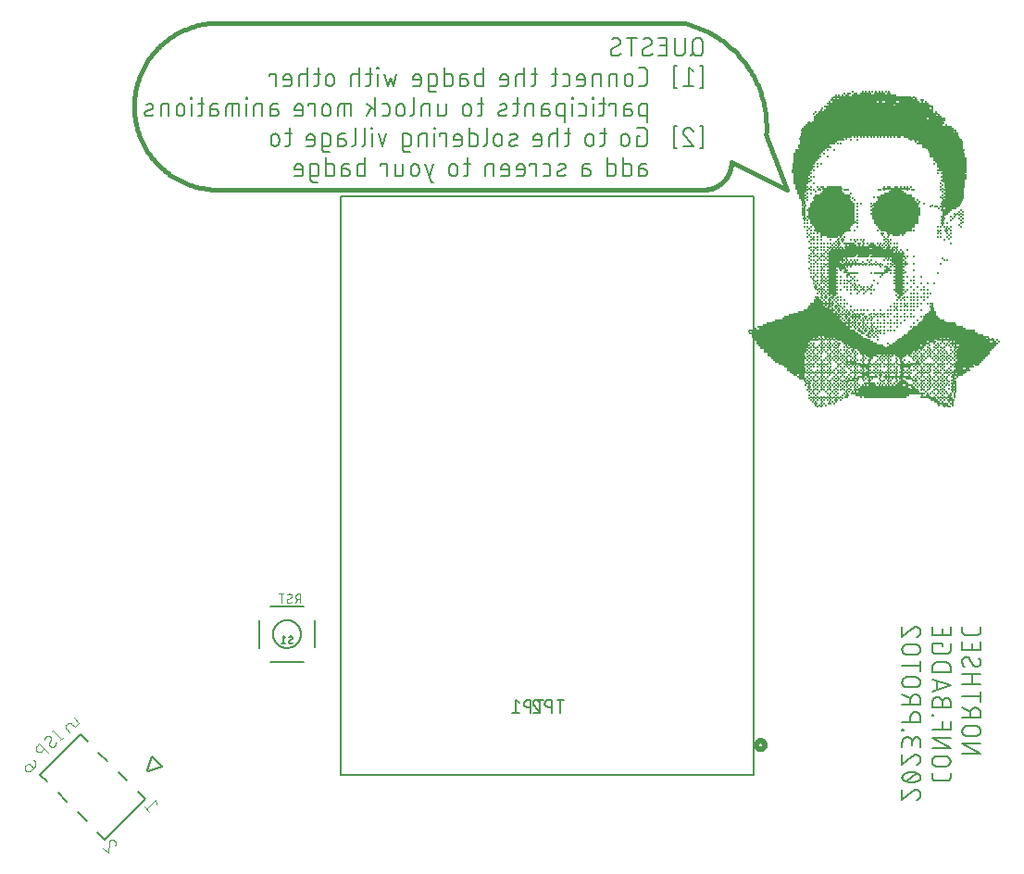
<source format=gbr>
G04 EAGLE Gerber RS-274X export*
G75*
%MOMM*%
%FSLAX34Y34*%
%LPD*%
%INSilkscreen Bottom*%
%IPPOS*%
%AMOC8*
5,1,8,0,0,1.08239X$1,22.5*%
G01*
%ADD10R,0.152400X0.152400*%
%ADD11R,0.457200X0.152400*%
%ADD12R,0.609600X0.152400*%
%ADD13R,1.066800X0.152400*%
%ADD14R,0.304800X0.152400*%
%ADD15R,0.762000X0.152400*%
%ADD16R,3.962400X0.152400*%
%ADD17R,5.029200X0.152400*%
%ADD18R,6.858000X0.152400*%
%ADD19R,5.638800X0.152400*%
%ADD20R,5.943600X0.152400*%
%ADD21R,4.724400X0.152400*%
%ADD22R,4.419600X0.152400*%
%ADD23R,2.590800X0.152400*%
%ADD24R,1.219200X0.152400*%
%ADD25R,1.524000X0.152400*%
%ADD26R,1.371600X0.152400*%
%ADD27R,1.676400X0.152400*%
%ADD28R,1.981200X0.152400*%
%ADD29R,2.286000X0.152400*%
%ADD30R,2.438400X0.152400*%
%ADD31R,2.743200X0.152400*%
%ADD32R,2.895600X0.152400*%
%ADD33R,3.200400X0.152400*%
%ADD34R,3.505200X0.152400*%
%ADD35R,3.048000X0.152400*%
%ADD36R,4.114800X0.152400*%
%ADD37R,4.267200X0.152400*%
%ADD38R,6.553200X0.152400*%
%ADD39R,3.810000X0.152400*%
%ADD40R,4.876800X0.152400*%
%ADD41R,5.334000X0.152400*%
%ADD42R,5.486400X0.152400*%
%ADD43R,6.096000X0.152400*%
%ADD44R,3.657600X0.152400*%
%ADD45R,7.924800X0.152400*%
%ADD46R,10.058400X0.152400*%
%ADD47R,7.315200X0.152400*%
%ADD48R,9.448800X0.152400*%
%ADD49R,9.753600X0.152400*%
%ADD50R,8.382000X0.152400*%
%ADD51R,8.686800X0.152400*%
%ADD52R,4.572000X0.152400*%
%ADD53R,7.620000X0.152400*%
%ADD54R,7.772400X0.152400*%
%ADD55R,3.352800X0.152400*%
%ADD56R,2.133600X0.152400*%
%ADD57R,0.914400X0.152400*%
%ADD58R,7.162800X0.152400*%
%ADD59R,1.828800X0.152400*%
%ADD60R,5.181600X0.152400*%
%ADD61R,14.478000X0.152400*%
%ADD62R,13.868400X0.152400*%
%ADD63R,14.325600X0.152400*%
%ADD64R,13.563600X0.152400*%
%ADD65R,12.649200X0.152400*%
%ADD66R,12.039600X0.152400*%
%ADD67R,10.363200X0.152400*%
%ADD68R,11.734800X0.152400*%
%ADD69R,11.125200X0.152400*%
%ADD70R,10.515600X0.152400*%
%ADD71R,9.601200X0.152400*%
%ADD72R,9.296400X0.152400*%
%ADD73R,8.077200X0.152400*%
%ADD74C,0.406400*%
%ADD75C,0.152400*%
%ADD76C,0.101600*%
%ADD77C,0.076200*%
%ADD78C,0.203200*%
%ADD79C,0.508000*%
%ADD80C,0.127000*%


D10*
X726440Y410972D03*
X729488Y410972D03*
X842264Y410972D03*
D11*
X846836Y410972D03*
D10*
X724916Y412496D03*
X727964Y412496D03*
X731012Y412496D03*
X734060Y412496D03*
X837692Y412496D03*
D12*
X843026Y412496D03*
D10*
X849884Y412496D03*
D11*
X724916Y414020D03*
D10*
X729488Y414020D03*
X732536Y414020D03*
D11*
X737108Y414020D03*
D10*
X741680Y414020D03*
D13*
X840740Y414020D03*
D14*
X849122Y414020D03*
D10*
X721868Y415544D03*
X724916Y415544D03*
X731012Y415544D03*
X737108Y415544D03*
X740156Y415544D03*
X743204Y415544D03*
D12*
X835406Y415544D03*
D10*
X840740Y415544D03*
X846836Y415544D03*
X849884Y415544D03*
X720344Y417068D03*
X723392Y417068D03*
X726440Y417068D03*
X729488Y417068D03*
X732536Y417068D03*
X735584Y417068D03*
X738632Y417068D03*
D11*
X743204Y417068D03*
D10*
X747776Y417068D03*
D15*
X833120Y417068D03*
D10*
X839216Y417068D03*
X842264Y417068D03*
D15*
X848360Y417068D03*
D10*
X718820Y418592D03*
X721868Y418592D03*
X724916Y418592D03*
X727964Y418592D03*
X731012Y418592D03*
X734060Y418592D03*
X737108Y418592D03*
X740156Y418592D03*
X743204Y418592D03*
X746252Y418592D03*
X749300Y418592D03*
D15*
X831596Y418592D03*
D10*
X837692Y418592D03*
X840740Y418592D03*
X843788Y418592D03*
D11*
X848360Y418592D03*
D10*
X720344Y420116D03*
X723392Y420116D03*
X726440Y420116D03*
X729488Y420116D03*
X732536Y420116D03*
X735584Y420116D03*
X738632Y420116D03*
X741680Y420116D03*
X744728Y420116D03*
X747776Y420116D03*
D11*
X752348Y420116D03*
D10*
X766064Y420116D03*
D16*
X788162Y420116D03*
D13*
X825500Y420116D03*
D10*
X833120Y420116D03*
X836168Y420116D03*
X839216Y420116D03*
X842264Y420116D03*
D11*
X846836Y420116D03*
D10*
X851408Y420116D03*
X718820Y421640D03*
X724916Y421640D03*
X737108Y421640D03*
X743204Y421640D03*
X749300Y421640D03*
D11*
X753872Y421640D03*
D17*
X785876Y421640D03*
D10*
X822452Y421640D03*
D11*
X827024Y421640D03*
D10*
X834644Y421640D03*
X840740Y421640D03*
D14*
X847598Y421640D03*
D10*
X851408Y421640D03*
X720344Y423164D03*
X723392Y423164D03*
X726440Y423164D03*
X735584Y423164D03*
X738632Y423164D03*
X741680Y423164D03*
X744728Y423164D03*
X750824Y423164D03*
X753872Y423164D03*
D18*
X790448Y423164D03*
D10*
X827024Y423164D03*
X830072Y423164D03*
X833120Y423164D03*
X836168Y423164D03*
X839216Y423164D03*
X842264Y423164D03*
X845312Y423164D03*
X848360Y423164D03*
X851408Y423164D03*
X718820Y424688D03*
X721868Y424688D03*
X727964Y424688D03*
X734060Y424688D03*
X740156Y424688D03*
X743204Y424688D03*
X752348Y424688D03*
X755396Y424688D03*
X758444Y424688D03*
X761492Y424688D03*
D19*
X791972Y424688D03*
D10*
X825500Y424688D03*
X831596Y424688D03*
X837692Y424688D03*
X840740Y424688D03*
X843788Y424688D03*
X849884Y424688D03*
X852932Y424688D03*
X717296Y426212D03*
X720344Y426212D03*
X723392Y426212D03*
X726440Y426212D03*
X729488Y426212D03*
X732536Y426212D03*
X735584Y426212D03*
X738632Y426212D03*
X741680Y426212D03*
X744728Y426212D03*
X747776Y426212D03*
X750824Y426212D03*
X753872Y426212D03*
X756920Y426212D03*
D20*
X788924Y426212D03*
D10*
X820928Y426212D03*
X823976Y426212D03*
X827024Y426212D03*
X833120Y426212D03*
X836168Y426212D03*
X839216Y426212D03*
X842264Y426212D03*
D12*
X850646Y426212D03*
D10*
X718820Y427736D03*
X724916Y427736D03*
X731012Y427736D03*
X737108Y427736D03*
X743204Y427736D03*
X749300Y427736D03*
X755396Y427736D03*
X761492Y427736D03*
D21*
X787400Y427736D03*
D11*
X814832Y427736D03*
D10*
X822452Y427736D03*
X828548Y427736D03*
X834644Y427736D03*
X840740Y427736D03*
X846836Y427736D03*
X849884Y427736D03*
X852932Y427736D03*
D11*
X718820Y429260D03*
D10*
X723392Y429260D03*
X726440Y429260D03*
X729488Y429260D03*
X732536Y429260D03*
X735584Y429260D03*
X738632Y429260D03*
X741680Y429260D03*
X744728Y429260D03*
X747776Y429260D03*
X750824Y429260D03*
X753872Y429260D03*
X756920Y429260D03*
X759968Y429260D03*
X763016Y429260D03*
D22*
X787400Y429260D03*
D11*
X813308Y429260D03*
D10*
X817880Y429260D03*
X820928Y429260D03*
X823976Y429260D03*
X827024Y429260D03*
X830072Y429260D03*
X833120Y429260D03*
X836168Y429260D03*
X839216Y429260D03*
X842264Y429260D03*
D12*
X850646Y429260D03*
D10*
X715772Y430784D03*
X718820Y430784D03*
X721868Y430784D03*
X724916Y430784D03*
X727964Y430784D03*
X731012Y430784D03*
X734060Y430784D03*
X737108Y430784D03*
X740156Y430784D03*
X743204Y430784D03*
X746252Y430784D03*
X749300Y430784D03*
X752348Y430784D03*
X755396Y430784D03*
X758444Y430784D03*
X761492Y430784D03*
X764540Y430784D03*
X767588Y430784D03*
X770636Y430784D03*
D15*
X776732Y430784D03*
D10*
X782828Y430784D03*
X785876Y430784D03*
X788924Y430784D03*
X791972Y430784D03*
X795020Y430784D03*
D15*
X801116Y430784D03*
X810260Y430784D03*
D10*
X816356Y430784D03*
X819404Y430784D03*
X822452Y430784D03*
X825500Y430784D03*
X828548Y430784D03*
X831596Y430784D03*
X834644Y430784D03*
X837692Y430784D03*
X840740Y430784D03*
X843788Y430784D03*
X846836Y430784D03*
X849884Y430784D03*
X852932Y430784D03*
D12*
X718058Y432308D03*
D10*
X723392Y432308D03*
X726440Y432308D03*
X729488Y432308D03*
X732536Y432308D03*
X735584Y432308D03*
X738632Y432308D03*
X741680Y432308D03*
X744728Y432308D03*
X747776Y432308D03*
X750824Y432308D03*
X753872Y432308D03*
X756920Y432308D03*
X759968Y432308D03*
X763016Y432308D03*
D13*
X773684Y432308D03*
D10*
X781304Y432308D03*
X784352Y432308D03*
X787400Y432308D03*
X790448Y432308D03*
X793496Y432308D03*
X796544Y432308D03*
D13*
X804164Y432308D03*
D10*
X814832Y432308D03*
X817880Y432308D03*
X820928Y432308D03*
X823976Y432308D03*
X827024Y432308D03*
X830072Y432308D03*
X833120Y432308D03*
X836168Y432308D03*
X839216Y432308D03*
X842264Y432308D03*
X845312Y432308D03*
D12*
X850646Y432308D03*
D10*
X715772Y433832D03*
X718820Y433832D03*
X724916Y433832D03*
X731012Y433832D03*
X737108Y433832D03*
X743204Y433832D03*
X749300Y433832D03*
D11*
X753872Y433832D03*
D10*
X761492Y433832D03*
X773684Y433832D03*
X785876Y433832D03*
X791972Y433832D03*
X798068Y433832D03*
D15*
X804164Y433832D03*
D10*
X816356Y433832D03*
X822452Y433832D03*
X828548Y433832D03*
X834644Y433832D03*
X840740Y433832D03*
X846836Y433832D03*
D11*
X851408Y433832D03*
D10*
X714248Y435356D03*
X717296Y435356D03*
X720344Y435356D03*
X723392Y435356D03*
X726440Y435356D03*
X729488Y435356D03*
X732536Y435356D03*
X735584Y435356D03*
X738632Y435356D03*
X741680Y435356D03*
X744728Y435356D03*
X747776Y435356D03*
X750824Y435356D03*
D15*
X756920Y435356D03*
D10*
X763016Y435356D03*
X769112Y435356D03*
D11*
X773684Y435356D03*
D10*
X784352Y435356D03*
X787400Y435356D03*
X790448Y435356D03*
X793496Y435356D03*
X799592Y435356D03*
D11*
X804164Y435356D03*
D12*
X815594Y435356D03*
D10*
X820928Y435356D03*
X823976Y435356D03*
X827024Y435356D03*
X830072Y435356D03*
X833120Y435356D03*
X836168Y435356D03*
X839216Y435356D03*
X842264Y435356D03*
X845312Y435356D03*
D11*
X849884Y435356D03*
D15*
X712724Y436880D03*
D10*
X718820Y436880D03*
X721868Y436880D03*
X727964Y436880D03*
X731012Y436880D03*
X734060Y436880D03*
X740156Y436880D03*
X743204Y436880D03*
X746252Y436880D03*
X752348Y436880D03*
X755396Y436880D03*
D15*
X761492Y436880D03*
D10*
X767588Y436880D03*
X770636Y436880D03*
X773684Y436880D03*
X776732Y436880D03*
X782828Y436880D03*
X788924Y436880D03*
X791972Y436880D03*
X795020Y436880D03*
X798068Y436880D03*
D11*
X802640Y436880D03*
D15*
X810260Y436880D03*
D10*
X816356Y436880D03*
X819404Y436880D03*
X825500Y436880D03*
X828548Y436880D03*
X831596Y436880D03*
X837692Y436880D03*
X840740Y436880D03*
X843788Y436880D03*
D11*
X851408Y436880D03*
D15*
X711200Y438404D03*
D10*
X717296Y438404D03*
X720344Y438404D03*
X723392Y438404D03*
X726440Y438404D03*
X729488Y438404D03*
X732536Y438404D03*
X735584Y438404D03*
X741680Y438404D03*
X744728Y438404D03*
X747776Y438404D03*
X750824Y438404D03*
X753872Y438404D03*
X756920Y438404D03*
X759968Y438404D03*
D15*
X766064Y438404D03*
D13*
X776732Y438404D03*
D10*
X784352Y438404D03*
D23*
X799592Y438404D03*
D10*
X814832Y438404D03*
X817880Y438404D03*
X820928Y438404D03*
X823976Y438404D03*
X827024Y438404D03*
X830072Y438404D03*
X833120Y438404D03*
X836168Y438404D03*
X839216Y438404D03*
X842264Y438404D03*
X845312Y438404D03*
D11*
X849884Y438404D03*
D10*
X854456Y438404D03*
D14*
X705866Y439928D03*
D12*
X711962Y439928D03*
D10*
X718820Y439928D03*
X724916Y439928D03*
X731012Y439928D03*
X737108Y439928D03*
X743204Y439928D03*
X749300Y439928D03*
X755396Y439928D03*
X761492Y439928D03*
D15*
X770636Y439928D03*
D10*
X779780Y439928D03*
D11*
X784352Y439928D03*
D10*
X788924Y439928D03*
X791972Y439928D03*
X798068Y439928D03*
D14*
X803402Y439928D03*
D10*
X810260Y439928D03*
X816356Y439928D03*
X822452Y439928D03*
X828548Y439928D03*
X834644Y439928D03*
X840740Y439928D03*
X846836Y439928D03*
D13*
X854456Y439928D03*
D24*
X708914Y441452D03*
D10*
X717296Y441452D03*
X720344Y441452D03*
X723392Y441452D03*
X726440Y441452D03*
X729488Y441452D03*
X732536Y441452D03*
X735584Y441452D03*
X738632Y441452D03*
X741680Y441452D03*
X744728Y441452D03*
X747776Y441452D03*
X750824Y441452D03*
X756920Y441452D03*
X759968Y441452D03*
X763016Y441452D03*
D13*
X770636Y441452D03*
D10*
X778256Y441452D03*
X781304Y441452D03*
X784352Y441452D03*
X787400Y441452D03*
X790448Y441452D03*
X793496Y441452D03*
X796544Y441452D03*
X799592Y441452D03*
D11*
X804164Y441452D03*
D10*
X808736Y441452D03*
X811784Y441452D03*
X817880Y441452D03*
X820928Y441452D03*
X823976Y441452D03*
X827024Y441452D03*
X833120Y441452D03*
X836168Y441452D03*
X839216Y441452D03*
X842264Y441452D03*
X845312Y441452D03*
X848360Y441452D03*
X851408Y441452D03*
D15*
X857504Y441452D03*
D25*
X708914Y442976D03*
D10*
X718820Y442976D03*
X721868Y442976D03*
X724916Y442976D03*
X727964Y442976D03*
X731012Y442976D03*
X734060Y442976D03*
X737108Y442976D03*
X740156Y442976D03*
X746252Y442976D03*
X749300Y442976D03*
X752348Y442976D03*
X758444Y442976D03*
X761492Y442976D03*
X764540Y442976D03*
X767588Y442976D03*
D11*
X772160Y442976D03*
D10*
X776732Y442976D03*
X779780Y442976D03*
X782828Y442976D03*
X785876Y442976D03*
X788924Y442976D03*
X791972Y442976D03*
X795020Y442976D03*
X798068Y442976D03*
D11*
X802640Y442976D03*
D10*
X807212Y442976D03*
X810260Y442976D03*
X819404Y442976D03*
X822452Y442976D03*
X825500Y442976D03*
X828548Y442976D03*
X834644Y442976D03*
X837692Y442976D03*
X843788Y442976D03*
X846836Y442976D03*
D26*
X855980Y442976D03*
D27*
X706628Y444500D03*
D10*
X717296Y444500D03*
X720344Y444500D03*
X726440Y444500D03*
X729488Y444500D03*
X732536Y444500D03*
X735584Y444500D03*
X738632Y444500D03*
X741680Y444500D03*
X744728Y444500D03*
X747776Y444500D03*
X750824Y444500D03*
X756920Y444500D03*
X759968Y444500D03*
X763016Y444500D03*
X766064Y444500D03*
X769112Y444500D03*
D11*
X773684Y444500D03*
D10*
X778256Y444500D03*
X781304Y444500D03*
X784352Y444500D03*
X790448Y444500D03*
X793496Y444500D03*
X796544Y444500D03*
X799592Y444500D03*
D11*
X804164Y444500D03*
D10*
X808736Y444500D03*
X811784Y444500D03*
X814832Y444500D03*
X817880Y444500D03*
X820928Y444500D03*
X823976Y444500D03*
X827024Y444500D03*
X830072Y444500D03*
X833120Y444500D03*
X836168Y444500D03*
X839216Y444500D03*
X842264Y444500D03*
X845312Y444500D03*
X848360Y444500D03*
D25*
X858266Y444500D03*
D27*
X706628Y446024D03*
D10*
X718820Y446024D03*
X731012Y446024D03*
X737108Y446024D03*
X743204Y446024D03*
X749300Y446024D03*
X755396Y446024D03*
X761492Y446024D03*
X767588Y446024D03*
D11*
X772160Y446024D03*
D10*
X779780Y446024D03*
X791972Y446024D03*
X798068Y446024D03*
D14*
X803402Y446024D03*
D10*
X810260Y446024D03*
X816356Y446024D03*
X822452Y446024D03*
X828548Y446024D03*
X834644Y446024D03*
X840740Y446024D03*
X846836Y446024D03*
D15*
X855980Y446024D03*
D11*
X863600Y446024D03*
D28*
X705104Y447548D03*
D10*
X717296Y447548D03*
X720344Y447548D03*
X723392Y447548D03*
X726440Y447548D03*
X729488Y447548D03*
X732536Y447548D03*
X735584Y447548D03*
X738632Y447548D03*
X744728Y447548D03*
X747776Y447548D03*
X750824Y447548D03*
X753872Y447548D03*
X756920Y447548D03*
X759968Y447548D03*
X763016Y447548D03*
D13*
X770636Y447548D03*
D10*
X778256Y447548D03*
X781304Y447548D03*
X784352Y447548D03*
X787400Y447548D03*
X790448Y447548D03*
X793496Y447548D03*
X796544Y447548D03*
X799592Y447548D03*
D13*
X807212Y447548D03*
D10*
X814832Y447548D03*
X817880Y447548D03*
X820928Y447548D03*
X823976Y447548D03*
X827024Y447548D03*
X830072Y447548D03*
X833120Y447548D03*
X836168Y447548D03*
X839216Y447548D03*
X842264Y447548D03*
X848360Y447548D03*
D28*
X860552Y447548D03*
D29*
X705104Y449072D03*
D10*
X718820Y449072D03*
X721868Y449072D03*
X727964Y449072D03*
X731012Y449072D03*
X734060Y449072D03*
X746252Y449072D03*
X752348Y449072D03*
X755396Y449072D03*
X758444Y449072D03*
X761492Y449072D03*
D13*
X769112Y449072D03*
D10*
X776732Y449072D03*
X779780Y449072D03*
X782828Y449072D03*
X788924Y449072D03*
X791972Y449072D03*
X795020Y449072D03*
D26*
X807212Y449072D03*
D10*
X816356Y449072D03*
X819404Y449072D03*
X825500Y449072D03*
X828548Y449072D03*
X831596Y449072D03*
X837692Y449072D03*
X840740Y449072D03*
X849884Y449072D03*
D27*
X860552Y449072D03*
D14*
X871982Y449072D03*
D30*
X702818Y450596D03*
D10*
X717296Y450596D03*
X720344Y450596D03*
X723392Y450596D03*
X726440Y450596D03*
X729488Y450596D03*
X732536Y450596D03*
X735584Y450596D03*
X738632Y450596D03*
X744728Y450596D03*
X747776Y450596D03*
X750824Y450596D03*
X753872Y450596D03*
D13*
X761492Y450596D03*
D10*
X769112Y450596D03*
D11*
X773684Y450596D03*
D10*
X778256Y450596D03*
X781304Y450596D03*
X784352Y450596D03*
X787400Y450596D03*
X790448Y450596D03*
X793496Y450596D03*
X796544Y450596D03*
X799592Y450596D03*
D11*
X804164Y450596D03*
D10*
X808736Y450596D03*
D13*
X816356Y450596D03*
D10*
X823976Y450596D03*
X827024Y450596D03*
X830072Y450596D03*
X833120Y450596D03*
X836168Y450596D03*
X839216Y450596D03*
X842264Y450596D03*
X845312Y450596D03*
X848360Y450596D03*
D30*
X862838Y450596D03*
D31*
X701294Y452120D03*
D10*
X718820Y452120D03*
X724916Y452120D03*
X731012Y452120D03*
X737108Y452120D03*
X743204Y452120D03*
X749300Y452120D03*
D13*
X756920Y452120D03*
D10*
X767588Y452120D03*
X773684Y452120D03*
X779780Y452120D03*
X785876Y452120D03*
X791972Y452120D03*
X798068Y452120D03*
D14*
X803402Y452120D03*
D10*
X810260Y452120D03*
D11*
X817880Y452120D03*
D10*
X822452Y452120D03*
X834644Y452120D03*
X840740Y452120D03*
X846836Y452120D03*
D30*
X864362Y452120D03*
D32*
X700532Y453644D03*
D10*
X717296Y453644D03*
X720344Y453644D03*
X723392Y453644D03*
X726440Y453644D03*
X729488Y453644D03*
X732536Y453644D03*
X735584Y453644D03*
X738632Y453644D03*
X741680Y453644D03*
X744728Y453644D03*
X747776Y453644D03*
X750824Y453644D03*
X753872Y453644D03*
X756920Y453644D03*
X759968Y453644D03*
X763016Y453644D03*
X766064Y453644D03*
X769112Y453644D03*
D11*
X773684Y453644D03*
D10*
X781304Y453644D03*
X784352Y453644D03*
X787400Y453644D03*
X790448Y453644D03*
X793496Y453644D03*
X799592Y453644D03*
X802640Y453644D03*
X805688Y453644D03*
X814832Y453644D03*
X817880Y453644D03*
X820928Y453644D03*
X823976Y453644D03*
X833120Y453644D03*
X836168Y453644D03*
X839216Y453644D03*
X842264Y453644D03*
X845312Y453644D03*
X848360Y453644D03*
X851408Y453644D03*
D30*
X865886Y453644D03*
D33*
X700532Y455168D03*
D10*
X718820Y455168D03*
X721868Y455168D03*
X724916Y455168D03*
X727964Y455168D03*
X734060Y455168D03*
X737108Y455168D03*
X740156Y455168D03*
X743204Y455168D03*
X746252Y455168D03*
X749300Y455168D03*
X752348Y455168D03*
X758444Y455168D03*
X761492Y455168D03*
X767588Y455168D03*
X770636Y455168D03*
D11*
X775208Y455168D03*
D10*
X782828Y455168D03*
X785876Y455168D03*
X788924Y455168D03*
X791972Y455168D03*
X798068Y455168D03*
D11*
X802640Y455168D03*
D10*
X813308Y455168D03*
X816356Y455168D03*
X819404Y455168D03*
X822452Y455168D03*
X825500Y455168D03*
X831596Y455168D03*
X834644Y455168D03*
X837692Y455168D03*
X840740Y455168D03*
X843788Y455168D03*
X846836Y455168D03*
X849884Y455168D03*
D31*
X865886Y455168D03*
D33*
X699008Y456692D03*
D10*
X717296Y456692D03*
X720344Y456692D03*
X723392Y456692D03*
X726440Y456692D03*
X729488Y456692D03*
X735584Y456692D03*
X738632Y456692D03*
X741680Y456692D03*
X744728Y456692D03*
X747776Y456692D03*
X750824Y456692D03*
X753872Y456692D03*
X756920Y456692D03*
X759968Y456692D03*
X769112Y456692D03*
D12*
X774446Y456692D03*
D10*
X781304Y456692D03*
X784352Y456692D03*
X787400Y456692D03*
X790448Y456692D03*
X793496Y456692D03*
D15*
X802640Y456692D03*
D10*
X811784Y456692D03*
X814832Y456692D03*
X817880Y456692D03*
X820928Y456692D03*
X823976Y456692D03*
X827024Y456692D03*
X830072Y456692D03*
X833120Y456692D03*
X836168Y456692D03*
X839216Y456692D03*
X842264Y456692D03*
X845312Y456692D03*
X848360Y456692D03*
X851408Y456692D03*
D31*
X867410Y456692D03*
D34*
X697484Y458216D03*
D10*
X718820Y458216D03*
X724916Y458216D03*
X737108Y458216D03*
X743204Y458216D03*
X749300Y458216D03*
X755396Y458216D03*
X761492Y458216D03*
X767588Y458216D03*
D13*
X775208Y458216D03*
D10*
X785876Y458216D03*
X788924Y458216D03*
X791972Y458216D03*
X795020Y458216D03*
D13*
X802640Y458216D03*
D10*
X810260Y458216D03*
X816356Y458216D03*
X822452Y458216D03*
X828548Y458216D03*
X834644Y458216D03*
X840740Y458216D03*
X846836Y458216D03*
D35*
X867410Y458216D03*
D34*
X697484Y459740D03*
D10*
X717296Y459740D03*
X720344Y459740D03*
X723392Y459740D03*
X726440Y459740D03*
X729488Y459740D03*
X735584Y459740D03*
X738632Y459740D03*
X741680Y459740D03*
X744728Y459740D03*
X747776Y459740D03*
X750824Y459740D03*
X753872Y459740D03*
X756920Y459740D03*
X759968Y459740D03*
X763016Y459740D03*
D21*
X788924Y459740D03*
D10*
X814832Y459740D03*
X817880Y459740D03*
X820928Y459740D03*
X823976Y459740D03*
X827024Y459740D03*
X830072Y459740D03*
X833120Y459740D03*
X836168Y459740D03*
X839216Y459740D03*
X842264Y459740D03*
X845312Y459740D03*
X848360Y459740D03*
X851408Y459740D03*
D35*
X868934Y459740D03*
D16*
X696722Y461264D03*
D10*
X718820Y461264D03*
X721868Y461264D03*
X727964Y461264D03*
X731012Y461264D03*
X734060Y461264D03*
X740156Y461264D03*
X743204Y461264D03*
X746252Y461264D03*
X752348Y461264D03*
X755396Y461264D03*
X758444Y461264D03*
X761492Y461264D03*
D17*
X788924Y461264D03*
D10*
X816356Y461264D03*
X819404Y461264D03*
X825500Y461264D03*
X828548Y461264D03*
X831596Y461264D03*
X837692Y461264D03*
X840740Y461264D03*
X843788Y461264D03*
X849884Y461264D03*
D33*
X868172Y461264D03*
D36*
X697484Y462788D03*
D10*
X720344Y462788D03*
X723392Y462788D03*
X726440Y462788D03*
X729488Y462788D03*
X732536Y462788D03*
X735584Y462788D03*
X738632Y462788D03*
X741680Y462788D03*
X744728Y462788D03*
X747776Y462788D03*
X750824Y462788D03*
X753872Y462788D03*
D11*
X758444Y462788D03*
D19*
X790448Y462788D03*
D10*
X820928Y462788D03*
X823976Y462788D03*
X827024Y462788D03*
X830072Y462788D03*
X833120Y462788D03*
X836168Y462788D03*
X839216Y462788D03*
X842264Y462788D03*
X848360Y462788D03*
X851408Y462788D03*
D33*
X869696Y462788D03*
D37*
X695198Y464312D03*
D10*
X718820Y464312D03*
X724916Y464312D03*
X731012Y464312D03*
X737108Y464312D03*
X743204Y464312D03*
X755396Y464312D03*
D38*
X790448Y464312D03*
D10*
X828548Y464312D03*
X834644Y464312D03*
X840740Y464312D03*
X852932Y464312D03*
D33*
X871220Y464312D03*
D22*
X695960Y465836D03*
D10*
X720344Y465836D03*
X723392Y465836D03*
X726440Y465836D03*
X729488Y465836D03*
X732536Y465836D03*
X735584Y465836D03*
X738632Y465836D03*
X741680Y465836D03*
X744728Y465836D03*
X750824Y465836D03*
X753872Y465836D03*
D33*
X772160Y465836D03*
D34*
X807212Y465836D03*
D10*
X827024Y465836D03*
X833120Y465836D03*
X836168Y465836D03*
X839216Y465836D03*
X842264Y465836D03*
X848360Y465836D03*
D39*
X869696Y465836D03*
D21*
X695960Y467360D03*
D10*
X721868Y467360D03*
X727964Y467360D03*
X731012Y467360D03*
X734060Y467360D03*
X737108Y467360D03*
X740156Y467360D03*
X743204Y467360D03*
X746252Y467360D03*
X752348Y467360D03*
D33*
X770636Y467360D03*
D32*
X805688Y467360D03*
D11*
X823976Y467360D03*
D10*
X828548Y467360D03*
X834644Y467360D03*
X837692Y467360D03*
X843788Y467360D03*
X846836Y467360D03*
X849884Y467360D03*
X852932Y467360D03*
D34*
X872744Y467360D03*
D21*
X694436Y468884D03*
D10*
X720344Y468884D03*
X723392Y468884D03*
X729488Y468884D03*
X732536Y468884D03*
X735584Y468884D03*
X738632Y468884D03*
X741680Y468884D03*
D11*
X746252Y468884D03*
D35*
X765302Y468884D03*
D10*
X790448Y468884D03*
D34*
X811784Y468884D03*
D10*
X833120Y468884D03*
X836168Y468884D03*
X839216Y468884D03*
X842264Y468884D03*
X845312Y468884D03*
D22*
X869696Y468884D03*
D40*
X695198Y470408D03*
D10*
X731012Y470408D03*
X737108Y470408D03*
X743204Y470408D03*
D32*
X763016Y470408D03*
X811784Y470408D03*
D15*
X831596Y470408D03*
D10*
X840740Y470408D03*
X846836Y470408D03*
X849884Y470408D03*
D33*
X868172Y470408D03*
D11*
X887984Y470408D03*
D10*
X892556Y470408D03*
D20*
X697484Y471932D03*
D10*
X729488Y471932D03*
X732536Y471932D03*
X735584Y471932D03*
X738632Y471932D03*
X741680Y471932D03*
D35*
X759206Y471932D03*
D10*
X781304Y471932D03*
D34*
X816356Y471932D03*
D41*
X862076Y471932D03*
D10*
X891032Y471932D03*
D42*
X695198Y473456D03*
D10*
X724916Y473456D03*
X727964Y473456D03*
X731012Y473456D03*
X734060Y473456D03*
X737108Y473456D03*
X740156Y473456D03*
D32*
X756920Y473456D03*
D39*
X819404Y473456D03*
D10*
X840740Y473456D03*
X843788Y473456D03*
D34*
X863600Y473456D03*
D10*
X883412Y473456D03*
X886460Y473456D03*
D43*
X696722Y474980D03*
D10*
X729488Y474980D03*
D44*
X750062Y474980D03*
D11*
X773684Y474980D03*
D10*
X778256Y474980D03*
X781304Y474980D03*
D45*
X843026Y474980D03*
D46*
X716534Y476504D03*
D11*
X772160Y476504D03*
D10*
X776732Y476504D03*
X779780Y476504D03*
D47*
X841502Y476504D03*
D46*
X713486Y478028D03*
D14*
X768350Y478028D03*
D11*
X773684Y478028D03*
D10*
X778256Y478028D03*
X781304Y478028D03*
X784352Y478028D03*
X787400Y478028D03*
D38*
X840740Y478028D03*
D10*
X663956Y479552D03*
D48*
X713486Y479552D03*
D11*
X766064Y479552D03*
D10*
X770636Y479552D03*
X773684Y479552D03*
X776732Y479552D03*
X779780Y479552D03*
X782828Y479552D03*
D43*
X839978Y479552D03*
D49*
X711962Y481076D03*
D11*
X764540Y481076D03*
X770636Y481076D03*
X776732Y481076D03*
D10*
X781304Y481076D03*
X784352Y481076D03*
X787400Y481076D03*
X790448Y481076D03*
X793496Y481076D03*
X796544Y481076D03*
D20*
X840740Y481076D03*
D11*
X668528Y482600D03*
D50*
X714248Y482600D03*
D10*
X761492Y482600D03*
X764540Y482600D03*
X767588Y482600D03*
X770636Y482600D03*
X773684Y482600D03*
X776732Y482600D03*
X779780Y482600D03*
D17*
X837692Y482600D03*
D51*
X714248Y484124D03*
D10*
X759968Y484124D03*
X763016Y484124D03*
X766064Y484124D03*
X769112Y484124D03*
X772160Y484124D03*
X775208Y484124D03*
X778256Y484124D03*
X781304Y484124D03*
X784352Y484124D03*
X787400Y484124D03*
X793496Y484124D03*
X799592Y484124D03*
X811784Y484124D03*
D52*
X836930Y484124D03*
D53*
X715010Y485648D03*
D10*
X755396Y485648D03*
X758444Y485648D03*
X761492Y485648D03*
X764540Y485648D03*
X767588Y485648D03*
X770636Y485648D03*
X776732Y485648D03*
D44*
X835406Y485648D03*
D54*
X718820Y487172D03*
D10*
X759968Y487172D03*
D11*
X764540Y487172D03*
D10*
X769112Y487172D03*
X772160Y487172D03*
X775208Y487172D03*
X778256Y487172D03*
X781304Y487172D03*
X784352Y487172D03*
X787400Y487172D03*
X790448Y487172D03*
X793496Y487172D03*
X796544Y487172D03*
X799592Y487172D03*
X802640Y487172D03*
X814832Y487172D03*
D55*
X835406Y487172D03*
D38*
X717296Y488696D03*
D10*
X752348Y488696D03*
X755396Y488696D03*
X758444Y488696D03*
X761492Y488696D03*
X767588Y488696D03*
D30*
X832358Y488696D03*
D43*
X718058Y490220D03*
D10*
X750824Y490220D03*
D11*
X755396Y490220D03*
D10*
X759968Y490220D03*
X763016Y490220D03*
X766064Y490220D03*
X769112Y490220D03*
X772160Y490220D03*
X775208Y490220D03*
X781304Y490220D03*
X787400Y490220D03*
X793496Y490220D03*
X799592Y490220D03*
X805688Y490220D03*
X817880Y490220D03*
D56*
X832358Y490220D03*
D41*
X720344Y491744D03*
D10*
X749300Y491744D03*
X752348Y491744D03*
X755396Y491744D03*
X758444Y491744D03*
X761492Y491744D03*
X764540Y491744D03*
X767588Y491744D03*
X770636Y491744D03*
X773684Y491744D03*
X776732Y491744D03*
D25*
X830834Y491744D03*
D41*
X721868Y493268D03*
D11*
X752348Y493268D03*
D13*
X761492Y493268D03*
D11*
X770636Y493268D03*
D10*
X775208Y493268D03*
X778256Y493268D03*
X781304Y493268D03*
X784352Y493268D03*
X787400Y493268D03*
X790448Y493268D03*
X796544Y493268D03*
X799592Y493268D03*
X802640Y493268D03*
X805688Y493268D03*
X808736Y493268D03*
X811784Y493268D03*
X814832Y493268D03*
X820928Y493268D03*
D26*
X830072Y493268D03*
D22*
X721868Y494792D03*
D10*
X746252Y494792D03*
X749300Y494792D03*
X752348Y494792D03*
X755396Y494792D03*
X758444Y494792D03*
X761492Y494792D03*
X764540Y494792D03*
X767588Y494792D03*
X773684Y494792D03*
X779780Y494792D03*
X785876Y494792D03*
D13*
X830072Y494792D03*
D36*
X724916Y496316D03*
D10*
X747776Y496316D03*
X750824Y496316D03*
D11*
X755396Y496316D03*
D10*
X759968Y496316D03*
X763016Y496316D03*
X766064Y496316D03*
X769112Y496316D03*
X775208Y496316D03*
X778256Y496316D03*
X781304Y496316D03*
X784352Y496316D03*
X787400Y496316D03*
X790448Y496316D03*
X793496Y496316D03*
X799592Y496316D03*
X805688Y496316D03*
X811784Y496316D03*
D57*
X830834Y496316D03*
D33*
X724916Y497840D03*
D10*
X743204Y497840D03*
X746252Y497840D03*
X749300Y497840D03*
X752348Y497840D03*
X755396Y497840D03*
X758444Y497840D03*
D15*
X831596Y497840D03*
D32*
X727964Y499364D03*
D11*
X746252Y499364D03*
D10*
X750824Y499364D03*
X753872Y499364D03*
X756920Y499364D03*
X759968Y499364D03*
X763016Y499364D03*
X766064Y499364D03*
X769112Y499364D03*
X772160Y499364D03*
X778256Y499364D03*
X784352Y499364D03*
X790448Y499364D03*
X793496Y499364D03*
X796544Y499364D03*
X799592Y499364D03*
X802640Y499364D03*
X805688Y499364D03*
X808736Y499364D03*
X811784Y499364D03*
X814832Y499364D03*
X820928Y499364D03*
D11*
X831596Y499364D03*
D56*
X727202Y500888D03*
D10*
X740156Y500888D03*
X743204Y500888D03*
X746252Y500888D03*
X749300Y500888D03*
X798068Y500888D03*
D11*
X831596Y500888D03*
D25*
X725678Y502412D03*
D11*
X737108Y502412D03*
X743204Y502412D03*
D10*
X747776Y502412D03*
X750824Y502412D03*
X756920Y502412D03*
X793496Y502412D03*
X796544Y502412D03*
X799592Y502412D03*
X802640Y502412D03*
X805688Y502412D03*
X808736Y502412D03*
X811784Y502412D03*
X814832Y502412D03*
X817880Y502412D03*
D14*
X830834Y502412D03*
D24*
X725678Y503936D03*
D10*
X734060Y503936D03*
X737108Y503936D03*
X740156Y503936D03*
X743204Y503936D03*
X746252Y503936D03*
X807212Y503936D03*
X831596Y503936D03*
D29*
X731012Y505460D03*
D10*
X744728Y505460D03*
X747776Y505460D03*
X750824Y505460D03*
X753872Y505460D03*
X796544Y505460D03*
X799592Y505460D03*
X802640Y505460D03*
X805688Y505460D03*
X808736Y505460D03*
X811784Y505460D03*
X814832Y505460D03*
X817880Y505460D03*
X820928Y505460D03*
X827024Y505460D03*
D14*
X830834Y505460D03*
D57*
X727202Y506984D03*
D10*
X734060Y506984D03*
X737108Y506984D03*
X740156Y506984D03*
X743204Y506984D03*
D15*
X726440Y508508D03*
D10*
X732536Y508508D03*
D11*
X737108Y508508D03*
D10*
X741680Y508508D03*
X744728Y508508D03*
X747776Y508508D03*
X750824Y508508D03*
X799592Y508508D03*
X802640Y508508D03*
X805688Y508508D03*
X811784Y508508D03*
X814832Y508508D03*
X817880Y508508D03*
X823976Y508508D03*
D11*
X726440Y510032D03*
D10*
X731012Y510032D03*
X734060Y510032D03*
X737108Y510032D03*
X740156Y510032D03*
X743204Y510032D03*
X801116Y510032D03*
X804164Y510032D03*
D14*
X725678Y511556D03*
D10*
X729488Y511556D03*
D11*
X734060Y511556D03*
X740156Y511556D03*
D10*
X744728Y511556D03*
X747776Y511556D03*
D11*
X801116Y511556D03*
D10*
X805688Y511556D03*
X808736Y511556D03*
X811784Y511556D03*
X814832Y511556D03*
X817880Y511556D03*
X820928Y511556D03*
X823976Y511556D03*
X827024Y511556D03*
X731012Y513080D03*
X734060Y513080D03*
X737108Y513080D03*
D11*
X741680Y513080D03*
D10*
X798068Y513080D03*
D11*
X802640Y513080D03*
D10*
X726440Y514604D03*
X729488Y514604D03*
X732536Y514604D03*
D13*
X740156Y514604D03*
D10*
X756920Y514604D03*
X763016Y514604D03*
X769112Y514604D03*
X775208Y514604D03*
D15*
X802640Y514604D03*
D10*
X811784Y514604D03*
X814832Y514604D03*
X817880Y514604D03*
X823976Y514604D03*
X827024Y514604D03*
X830072Y514604D03*
X727964Y516128D03*
X731012Y516128D03*
X734060Y516128D03*
D15*
X740156Y516128D03*
D10*
X764540Y516128D03*
X770636Y516128D03*
D15*
X801116Y516128D03*
D10*
X807212Y516128D03*
X726440Y517652D03*
X729488Y517652D03*
X732536Y517652D03*
D13*
X740156Y517652D03*
D10*
X747776Y517652D03*
X753872Y517652D03*
X756920Y517652D03*
X759968Y517652D03*
X763016Y517652D03*
X766064Y517652D03*
X769112Y517652D03*
X772160Y517652D03*
X775208Y517652D03*
X778256Y517652D03*
D13*
X801116Y517652D03*
D10*
X808736Y517652D03*
X814832Y517652D03*
X820928Y517652D03*
X823976Y517652D03*
X827024Y517652D03*
X724916Y519176D03*
X727964Y519176D03*
X731012Y519176D03*
D15*
X740156Y519176D03*
D10*
X761492Y519176D03*
X767588Y519176D03*
X773684Y519176D03*
D15*
X801116Y519176D03*
D11*
X724916Y520700D03*
D10*
X729488Y520700D03*
X732536Y520700D03*
D13*
X740156Y520700D03*
D10*
X750824Y520700D03*
X753872Y520700D03*
X756920Y520700D03*
X759968Y520700D03*
X763016Y520700D03*
X766064Y520700D03*
X769112Y520700D03*
X772160Y520700D03*
X775208Y520700D03*
D57*
X801878Y520700D03*
D10*
X811784Y520700D03*
X817880Y520700D03*
X823976Y520700D03*
X724916Y522224D03*
X727964Y522224D03*
X734060Y522224D03*
D15*
X740156Y522224D03*
D10*
X758444Y522224D03*
X761492Y522224D03*
X764540Y522224D03*
X776732Y522224D03*
D15*
X801116Y522224D03*
D10*
X723392Y523748D03*
X726440Y523748D03*
X729488Y523748D03*
X732536Y523748D03*
D13*
X740156Y523748D03*
D10*
X747776Y523748D03*
X750824Y523748D03*
X753872Y523748D03*
X756920Y523748D03*
X759968Y523748D03*
X781304Y523748D03*
D13*
X801116Y523748D03*
D10*
X808736Y523748D03*
X814832Y523748D03*
X820928Y523748D03*
X827024Y523748D03*
X833120Y523748D03*
X724916Y525272D03*
X731012Y525272D03*
X734060Y525272D03*
D15*
X740156Y525272D03*
D10*
X755396Y525272D03*
D15*
X801116Y525272D03*
D10*
X723392Y526796D03*
X726440Y526796D03*
X729488Y526796D03*
X732536Y526796D03*
D13*
X740156Y526796D03*
D10*
X747776Y526796D03*
X750824Y526796D03*
X753872Y526796D03*
X756920Y526796D03*
X759968Y526796D03*
X763016Y526796D03*
X778256Y526796D03*
D13*
X801116Y526796D03*
D10*
X811784Y526796D03*
X814832Y526796D03*
X721868Y528320D03*
X731012Y528320D03*
X734060Y528320D03*
D15*
X740156Y528320D03*
D10*
X758444Y528320D03*
D15*
X801116Y528320D03*
D10*
X720344Y529844D03*
X723392Y529844D03*
X726440Y529844D03*
X729488Y529844D03*
X732536Y529844D03*
D13*
X740156Y529844D03*
D10*
X747776Y529844D03*
X753872Y529844D03*
X756920Y529844D03*
X759968Y529844D03*
X784352Y529844D03*
D13*
X801116Y529844D03*
D10*
X808736Y529844D03*
X814832Y529844D03*
X820928Y529844D03*
X724916Y531368D03*
X731012Y531368D03*
D15*
X740156Y531368D03*
D14*
X754634Y531368D03*
D10*
X785876Y531368D03*
D15*
X801116Y531368D03*
D10*
X720344Y532892D03*
X723392Y532892D03*
X726440Y532892D03*
X729488Y532892D03*
X732536Y532892D03*
D13*
X740156Y532892D03*
X758444Y532892D03*
D10*
X775208Y532892D03*
D13*
X782828Y532892D03*
D10*
X793496Y532892D03*
D13*
X801116Y532892D03*
D10*
X836168Y532892D03*
D15*
X740156Y534416D03*
D14*
X751586Y534416D03*
D11*
X788924Y534416D03*
D15*
X801116Y534416D03*
D10*
X807212Y534416D03*
X720344Y535940D03*
X723392Y535940D03*
X726440Y535940D03*
X729488Y535940D03*
X732536Y535940D03*
D13*
X740156Y535940D03*
D10*
X747776Y535940D03*
D11*
X752348Y535940D03*
D15*
X790448Y535940D03*
D13*
X801116Y535940D03*
D10*
X814832Y535940D03*
X718820Y537464D03*
X731012Y537464D03*
D15*
X740156Y537464D03*
X749300Y537464D03*
D11*
X790448Y537464D03*
D15*
X801116Y537464D03*
D10*
X720344Y538988D03*
X723392Y538988D03*
X726440Y538988D03*
X729488Y538988D03*
X732536Y538988D03*
D27*
X743204Y538988D03*
D10*
X753872Y538988D03*
X756920Y538988D03*
X784352Y538988D03*
D11*
X788924Y538988D03*
D10*
X793496Y538988D03*
D13*
X801116Y538988D03*
D10*
X734060Y540512D03*
D29*
X747776Y540512D03*
D10*
X761492Y540512D03*
X764540Y540512D03*
X767588Y540512D03*
X770636Y540512D03*
X773684Y540512D03*
X776732Y540512D03*
X779780Y540512D03*
X782828Y540512D03*
X785876Y540512D03*
X795020Y540512D03*
D15*
X801116Y540512D03*
D10*
X807212Y540512D03*
X720344Y542036D03*
X723392Y542036D03*
X726440Y542036D03*
X729488Y542036D03*
X732536Y542036D03*
D26*
X741680Y542036D03*
D27*
X758444Y542036D03*
D11*
X770636Y542036D03*
D10*
X775208Y542036D03*
X778256Y542036D03*
X781304Y542036D03*
X784352Y542036D03*
X790448Y542036D03*
X793496Y542036D03*
D26*
X802640Y542036D03*
D10*
X814832Y542036D03*
X839216Y542036D03*
X718820Y543560D03*
X724916Y543560D03*
D13*
X741680Y543560D03*
D10*
X749300Y543560D03*
X752348Y543560D03*
X755396Y543560D03*
X758444Y543560D03*
X761492Y543560D03*
X767588Y543560D03*
X773684Y543560D03*
X779780Y543560D03*
D13*
X799592Y543560D03*
D10*
X807212Y543560D03*
X720344Y545084D03*
X723392Y545084D03*
X726440Y545084D03*
X729488Y545084D03*
X732536Y545084D03*
D27*
X743204Y545084D03*
D10*
X753872Y545084D03*
X756920Y545084D03*
X759968Y545084D03*
X763016Y545084D03*
X772160Y545084D03*
X775208Y545084D03*
X787400Y545084D03*
X790448Y545084D03*
D26*
X799592Y545084D03*
D10*
X842264Y545084D03*
X845312Y545084D03*
X718820Y546608D03*
X727964Y546608D03*
X734060Y546608D03*
D26*
X743204Y546608D03*
D10*
X752348Y546608D03*
X788924Y546608D03*
X791972Y546608D03*
D13*
X799592Y546608D03*
D10*
X807212Y546608D03*
X840740Y546608D03*
X720344Y548132D03*
X723392Y548132D03*
X726440Y548132D03*
X729488Y548132D03*
X732536Y548132D03*
D23*
X747776Y548132D03*
D13*
X767588Y548132D03*
D33*
X790448Y548132D03*
D10*
X808736Y548132D03*
X814832Y548132D03*
X718820Y549656D03*
X724916Y549656D03*
X731012Y549656D03*
D23*
X749300Y549656D03*
D13*
X769112Y549656D03*
D32*
X790448Y549656D03*
D10*
X720344Y551180D03*
X723392Y551180D03*
X726440Y551180D03*
X729488Y551180D03*
X732536Y551180D03*
D58*
X770636Y551180D03*
D10*
X721868Y552704D03*
X734060Y552704D03*
D20*
X766064Y552704D03*
D10*
X798068Y552704D03*
X801116Y552704D03*
X804164Y552704D03*
X720344Y554228D03*
X723392Y554228D03*
X726440Y554228D03*
X729488Y554228D03*
X732536Y554228D03*
X735584Y554228D03*
D20*
X767588Y554228D03*
D10*
X799592Y554228D03*
X802640Y554228D03*
X808736Y554228D03*
X718820Y555752D03*
X724916Y555752D03*
X737108Y555752D03*
X740156Y555752D03*
X743204Y555752D03*
X746252Y555752D03*
X749300Y555752D03*
D29*
X763016Y555752D03*
D13*
X781304Y555752D03*
D11*
X790448Y555752D03*
D10*
X795020Y555752D03*
X798068Y555752D03*
X720344Y557276D03*
X723392Y557276D03*
X726440Y557276D03*
X729488Y557276D03*
X732536Y557276D03*
X735584Y557276D03*
X738632Y557276D03*
X741680Y557276D03*
X744728Y557276D03*
X747776Y557276D03*
D34*
X767588Y557276D03*
D10*
X787400Y557276D03*
D11*
X791972Y557276D03*
D10*
X796544Y557276D03*
X799592Y557276D03*
X740156Y558800D03*
X743204Y558800D03*
X746252Y558800D03*
X752348Y558800D03*
D15*
X758444Y558800D03*
D10*
X764540Y558800D03*
X767588Y558800D03*
D15*
X776732Y558800D03*
D10*
X782828Y558800D03*
X785876Y558800D03*
X788924Y558800D03*
X791972Y558800D03*
X720344Y560324D03*
X723392Y560324D03*
X726440Y560324D03*
X729488Y560324D03*
X732536Y560324D03*
X735584Y560324D03*
X738632Y560324D03*
X741680Y560324D03*
D11*
X746252Y560324D03*
D13*
X755396Y560324D03*
D11*
X764540Y560324D03*
D10*
X769112Y560324D03*
X772160Y560324D03*
D11*
X776732Y560324D03*
D10*
X781304Y560324D03*
X784352Y560324D03*
X787400Y560324D03*
X790448Y560324D03*
X793496Y560324D03*
X796544Y560324D03*
X799592Y560324D03*
X848360Y560324D03*
X718820Y561848D03*
X743204Y561848D03*
X746252Y561848D03*
X749300Y561848D03*
X761492Y561848D03*
X767588Y561848D03*
X788924Y561848D03*
X791972Y561848D03*
X720344Y563372D03*
X723392Y563372D03*
X726440Y563372D03*
X729488Y563372D03*
X738632Y563372D03*
X744728Y563372D03*
D11*
X749300Y563372D03*
D10*
X756920Y563372D03*
X759968Y563372D03*
X763016Y563372D03*
X766064Y563372D03*
X769112Y563372D03*
X787400Y563372D03*
X790448Y563372D03*
X793496Y563372D03*
X842264Y563372D03*
X721868Y564896D03*
X746252Y564896D03*
X749300Y564896D03*
X788924Y564896D03*
X846836Y564896D03*
X717296Y566420D03*
X720344Y566420D03*
X723392Y566420D03*
X726440Y566420D03*
X729488Y566420D03*
D13*
X740156Y566420D03*
D10*
X747776Y566420D03*
X750824Y566420D03*
X787400Y566420D03*
X790448Y566420D03*
X836168Y566420D03*
X839216Y566420D03*
X845312Y566420D03*
X848360Y566420D03*
X718820Y567944D03*
D56*
X739394Y567944D03*
D10*
X785876Y567944D03*
X791972Y567944D03*
D15*
X798068Y567944D03*
D10*
X804164Y567944D03*
X846836Y567944D03*
X717296Y569468D03*
X720344Y569468D03*
X723392Y569468D03*
X726440Y569468D03*
D29*
X740156Y569468D03*
D11*
X785876Y569468D03*
D27*
X798068Y569468D03*
D10*
X836168Y569468D03*
X839216Y569468D03*
X845312Y569468D03*
X848360Y569468D03*
D31*
X739394Y570992D03*
D28*
X798068Y570992D03*
D10*
X837692Y570992D03*
X843788Y570992D03*
X717296Y572516D03*
X720344Y572516D03*
D34*
X740156Y572516D03*
D10*
X759968Y572516D03*
X781304Y572516D03*
D32*
X798068Y572516D03*
D10*
X814832Y572516D03*
X836168Y572516D03*
X839216Y572516D03*
D14*
X844550Y572516D03*
D10*
X848360Y572516D03*
X718820Y574040D03*
D33*
X740156Y574040D03*
D35*
X797306Y574040D03*
D10*
X843788Y574040D03*
X846836Y574040D03*
X714248Y575564D03*
X717296Y575564D03*
X720344Y575564D03*
D34*
X740156Y575564D03*
D10*
X763016Y575564D03*
D34*
X798068Y575564D03*
D10*
X836168Y575564D03*
X839216Y575564D03*
X842264Y575564D03*
X845312Y575564D03*
X848360Y575564D03*
X857504Y575564D03*
D39*
X740156Y577088D03*
D44*
X797306Y577088D03*
D10*
X840740Y577088D03*
X855980Y577088D03*
X714248Y578612D03*
X717296Y578612D03*
D36*
X740156Y578612D03*
D10*
X763016Y578612D03*
D36*
X798068Y578612D03*
D11*
X840740Y578612D03*
D10*
X845312Y578612D03*
X857504Y578612D03*
D37*
X740918Y580136D03*
D36*
X798068Y580136D03*
D10*
X840740Y580136D03*
X859028Y580136D03*
X714248Y581660D03*
X717296Y581660D03*
D36*
X740156Y581660D03*
D10*
X763016Y581660D03*
D36*
X798068Y581660D03*
D11*
X840740Y581660D03*
D10*
X848360Y581660D03*
X857504Y581660D03*
D11*
X714248Y583184D03*
D37*
X739394Y583184D03*
X797306Y583184D03*
D14*
X841502Y583184D03*
D10*
X849884Y583184D03*
X855980Y583184D03*
X859028Y583184D03*
X714248Y584708D03*
D22*
X738632Y584708D03*
D10*
X763016Y584708D03*
D37*
X797306Y584708D03*
D11*
X840740Y584708D03*
D10*
X848360Y584708D03*
X851408Y584708D03*
X857504Y584708D03*
D14*
X713486Y586232D03*
D37*
X739394Y586232D03*
D22*
X798068Y586232D03*
D11*
X842264Y586232D03*
D10*
X852932Y586232D03*
X855980Y586232D03*
X859028Y586232D03*
D14*
X713486Y587756D03*
D37*
X739394Y587756D03*
D10*
X763016Y587756D03*
D52*
X797306Y587756D03*
D12*
X843026Y587756D03*
D10*
X851408Y587756D03*
X854456Y587756D03*
X857504Y587756D03*
D14*
X713486Y589280D03*
D37*
X739394Y589280D03*
D22*
X798068Y589280D03*
D15*
X843788Y589280D03*
D10*
X855980Y589280D03*
X859028Y589280D03*
D14*
X713486Y590804D03*
D22*
X738632Y590804D03*
D10*
X763016Y590804D03*
D52*
X797306Y590804D03*
D13*
X843788Y590804D03*
D10*
X857504Y590804D03*
D14*
X713486Y592328D03*
D37*
X739394Y592328D03*
D22*
X798068Y592328D03*
D10*
X837692Y592328D03*
X840740Y592328D03*
D13*
X848360Y592328D03*
D10*
X714248Y593852D03*
D36*
X740156Y593852D03*
D10*
X763016Y593852D03*
X775208Y593852D03*
D36*
X798068Y593852D03*
D10*
X830072Y593852D03*
D11*
X834644Y593852D03*
D27*
X846836Y593852D03*
D10*
X712724Y595376D03*
X715772Y595376D03*
D36*
X740156Y595376D03*
D37*
X797306Y595376D03*
D10*
X831596Y595376D03*
D27*
X848360Y595376D03*
D14*
X713486Y596900D03*
D36*
X740156Y596900D03*
D10*
X763016Y596900D03*
X766064Y596900D03*
X775208Y596900D03*
D37*
X798830Y596900D03*
D10*
X823976Y596900D03*
D28*
X848360Y596900D03*
D14*
X713486Y598424D03*
D39*
X740156Y598424D03*
X798068Y598424D03*
D10*
X819404Y598424D03*
D59*
X849122Y598424D03*
D11*
X712724Y599948D03*
D10*
X717296Y599948D03*
D34*
X740156Y599948D03*
D10*
X759968Y599948D03*
D34*
X798068Y599948D03*
D10*
X817880Y599948D03*
D28*
X849884Y599948D03*
D15*
X712724Y601472D03*
D55*
X739394Y601472D03*
D10*
X758444Y601472D03*
D34*
X798068Y601472D03*
D10*
X840740Y601472D03*
D27*
X851408Y601472D03*
D12*
X711962Y602996D03*
D10*
X717296Y602996D03*
D34*
X740156Y602996D03*
D10*
X778256Y602996D03*
D33*
X796544Y602996D03*
D10*
X839216Y602996D03*
D59*
X850646Y602996D03*
D15*
X712724Y604520D03*
D33*
X740156Y604520D03*
D32*
X798068Y604520D03*
D10*
X840740Y604520D03*
D27*
X851408Y604520D03*
D15*
X711200Y606044D03*
D10*
X717296Y606044D03*
X720344Y606044D03*
D29*
X740156Y606044D03*
D10*
X756920Y606044D03*
D56*
X797306Y606044D03*
D59*
X850646Y606044D03*
D57*
X711962Y607568D03*
D10*
X724916Y607568D03*
D28*
X740156Y607568D03*
D26*
X798068Y607568D03*
D10*
X840740Y607568D03*
D27*
X851408Y607568D03*
D13*
X712724Y609092D03*
D10*
X720344Y609092D03*
X723392Y609092D03*
D11*
X727964Y609092D03*
D27*
X740156Y609092D03*
D12*
X753110Y609092D03*
D11*
X782828Y609092D03*
D10*
X787400Y609092D03*
D13*
X798068Y609092D03*
D10*
X808736Y609092D03*
D11*
X813308Y609092D03*
D10*
X839216Y609092D03*
D59*
X850646Y609092D03*
D13*
X711200Y610616D03*
D10*
X718820Y610616D03*
X727964Y610616D03*
D28*
X740156Y610616D03*
D23*
X798068Y610616D03*
D10*
X840740Y610616D03*
D27*
X851408Y610616D03*
D24*
X711962Y612140D03*
D10*
X720344Y612140D03*
X726440Y612140D03*
D11*
X731012Y612140D03*
D26*
X741680Y612140D03*
D10*
X787400Y612140D03*
D11*
X791972Y612140D03*
X798068Y612140D03*
D10*
X802640Y612140D03*
X805688Y612140D03*
X808736Y612140D03*
X811784Y612140D03*
X839216Y612140D03*
D28*
X851408Y612140D03*
D13*
X711200Y613664D03*
D10*
X840740Y613664D03*
D59*
X852170Y613664D03*
D26*
X711200Y615188D03*
D10*
X723392Y615188D03*
X839216Y615188D03*
D28*
X851408Y615188D03*
D25*
X711962Y616712D03*
D56*
X850646Y616712D03*
D26*
X711200Y618236D03*
D10*
X720344Y618236D03*
D29*
X849884Y618236D03*
D25*
X711962Y619760D03*
D29*
X851408Y619760D03*
D26*
X711200Y621284D03*
D10*
X720344Y621284D03*
X723392Y621284D03*
D30*
X850646Y621284D03*
D25*
X711962Y622808D03*
D29*
X851408Y622808D03*
D27*
X712724Y624332D03*
D10*
X836168Y624332D03*
D29*
X849884Y624332D03*
D27*
X711200Y625856D03*
D29*
X851408Y625856D03*
D59*
X711962Y627380D03*
D10*
X723392Y627380D03*
D31*
X849122Y627380D03*
D28*
X712724Y628904D03*
D23*
X849884Y628904D03*
D56*
X713486Y630428D03*
D10*
X726440Y630428D03*
D31*
X849122Y630428D03*
D28*
X712724Y631952D03*
D31*
X849122Y631952D03*
D56*
X713486Y633476D03*
D10*
X726440Y633476D03*
X729488Y633476D03*
X833120Y633476D03*
D31*
X849122Y633476D03*
D56*
X715010Y635000D03*
D32*
X848360Y635000D03*
D29*
X715772Y636524D03*
D35*
X847598Y636524D03*
D30*
X716534Y638048D03*
D35*
X847598Y638048D03*
D23*
X717296Y639572D03*
D10*
X735584Y639572D03*
D33*
X845312Y639572D03*
D30*
X716534Y641096D03*
D33*
X845312Y641096D03*
D23*
X717296Y642620D03*
D10*
X732536Y642620D03*
D33*
X845312Y642620D03*
D23*
X718820Y644144D03*
D33*
X843788Y644144D03*
D31*
X719582Y645668D03*
D10*
X735584Y645668D03*
X741680Y645668D03*
D34*
X843788Y645668D03*
D23*
X721868Y647192D03*
D34*
X842264Y647192D03*
D35*
X724154Y648716D03*
D39*
X840740Y648716D03*
D32*
X723392Y650240D03*
D39*
X840740Y650240D03*
D33*
X726440Y651764D03*
D10*
X744728Y651764D03*
X747776Y651764D03*
D37*
X838454Y651764D03*
D55*
X727202Y653288D03*
D10*
X816356Y653288D03*
D36*
X839216Y653288D03*
X731012Y654812D03*
D10*
X756920Y654812D03*
X763016Y654812D03*
X811784Y654812D03*
D22*
X836168Y654812D03*
D36*
X729488Y656336D03*
D10*
X752348Y656336D03*
D21*
X833120Y656336D03*
X734060Y657860D03*
D10*
X759968Y657860D03*
X763016Y657860D03*
X766064Y657860D03*
X769112Y657860D03*
X772160Y657860D03*
X775208Y657860D03*
X778256Y657860D03*
X781304Y657860D03*
X784352Y657860D03*
X787400Y657860D03*
X790448Y657860D03*
X793496Y657860D03*
X796544Y657860D03*
D11*
X801116Y657860D03*
D60*
X830834Y657860D03*
D61*
X782828Y659384D03*
X782828Y660908D03*
D62*
X781304Y662432D03*
D10*
X852932Y662432D03*
D63*
X782066Y663956D03*
D62*
X781304Y665480D03*
D64*
X781304Y667004D03*
D65*
X778256Y668528D03*
D10*
X843788Y668528D03*
D65*
X779780Y670052D03*
D10*
X718820Y671576D03*
D66*
X781304Y671576D03*
X782828Y673100D03*
D67*
X774446Y674624D03*
D25*
X835406Y674624D03*
D68*
X781304Y676148D03*
D69*
X779780Y677672D03*
D10*
X837692Y677672D03*
X723392Y679196D03*
D69*
X781304Y679196D03*
D10*
X724916Y680720D03*
D70*
X779780Y680720D03*
D10*
X834644Y680720D03*
X729488Y682244D03*
D46*
X782066Y682244D03*
D10*
X731012Y683768D03*
D71*
X781304Y683768D03*
D10*
X831596Y683768D03*
D46*
X782066Y685292D03*
D20*
X766064Y686816D03*
D33*
X813308Y686816D03*
D72*
X781304Y688340D03*
D10*
X737108Y689864D03*
D36*
X759968Y689864D03*
D11*
X784352Y689864D03*
D13*
X793496Y689864D03*
D28*
X810260Y689864D03*
D10*
X822452Y689864D03*
X825500Y689864D03*
D73*
X778256Y691388D03*
D11*
X822452Y691388D03*
D10*
X740156Y692912D03*
X743204Y692912D03*
D18*
X779780Y692912D03*
D10*
X816356Y692912D03*
D58*
X776732Y694436D03*
D10*
X814832Y694436D03*
X743204Y695960D03*
X746252Y695960D03*
X749300Y695960D03*
D11*
X753872Y695960D03*
D36*
X778256Y695960D03*
D10*
X750824Y697484D03*
D11*
X755396Y697484D03*
X761492Y697484D03*
D13*
X770636Y697484D03*
X782828Y697484D03*
D11*
X791972Y697484D03*
D10*
X758444Y699008D03*
X767588Y699008D03*
X770636Y699008D03*
X773684Y699008D03*
X776732Y699008D03*
X779780Y699008D03*
X782828Y699008D03*
X785876Y699008D03*
X788924Y699008D03*
X791972Y699008D03*
D74*
X679450Y660400D02*
X698500Y609600D01*
X647700Y635000D01*
X679449Y660400D02*
X679575Y662781D01*
X679642Y665164D01*
X679652Y667548D01*
X679603Y669932D01*
X679495Y672313D01*
X679330Y674691D01*
X679106Y677065D01*
X678825Y679432D01*
X678486Y681792D01*
X678089Y684143D01*
X677635Y686484D01*
X677124Y688812D01*
X676557Y691128D01*
X675933Y693429D01*
X675253Y695714D01*
X674517Y697981D01*
X673726Y700230D01*
X672880Y702459D01*
X671981Y704667D01*
X671027Y706852D01*
X670021Y709013D01*
X668962Y711149D01*
X667851Y713259D01*
X666689Y715341D01*
X665476Y717393D01*
X664214Y719416D01*
X662902Y721407D01*
X661543Y723365D01*
X660136Y725290D01*
X658682Y727179D01*
X657183Y729033D01*
X655639Y730849D01*
X654051Y732627D01*
X652420Y734366D01*
X650746Y736065D01*
X649032Y737722D01*
X647279Y739336D01*
X645486Y740908D01*
X643655Y742435D01*
X641787Y743917D01*
X639884Y745353D01*
X637947Y746742D01*
X635976Y748083D01*
X633972Y749376D01*
X631938Y750619D01*
X629874Y751812D01*
X627782Y752955D01*
X625662Y754046D01*
X623516Y755085D01*
X621346Y756071D01*
X619152Y757004D01*
X616936Y757883D01*
X614699Y758708D01*
X612443Y759478D01*
X610168Y760192D01*
X607877Y760851D01*
X605570Y761454D01*
X603250Y762000D01*
X647700Y635000D02*
X647693Y634386D01*
X647670Y633773D01*
X647633Y633160D01*
X647581Y632549D01*
X647515Y631938D01*
X647433Y631330D01*
X647337Y630724D01*
X647227Y630120D01*
X647102Y629519D01*
X646962Y628921D01*
X646808Y628327D01*
X646639Y627737D01*
X646457Y627151D01*
X646260Y626570D01*
X646049Y625993D01*
X645825Y625422D01*
X645587Y624856D01*
X645335Y624296D01*
X645069Y623743D01*
X644791Y623196D01*
X644499Y622656D01*
X644194Y622123D01*
X643876Y621598D01*
X643546Y621080D01*
X643204Y620571D01*
X642849Y620070D01*
X642482Y619578D01*
X642104Y619095D01*
X641714Y618621D01*
X641312Y618157D01*
X640900Y617702D01*
X640476Y617258D01*
X640042Y616824D01*
X639598Y616400D01*
X639143Y615988D01*
X638679Y615586D01*
X638205Y615196D01*
X637722Y614818D01*
X637230Y614451D01*
X636729Y614096D01*
X636220Y613754D01*
X635702Y613424D01*
X635177Y613106D01*
X634644Y612801D01*
X634104Y612509D01*
X633557Y612231D01*
X633004Y611965D01*
X632444Y611713D01*
X631878Y611475D01*
X631307Y611251D01*
X630730Y611040D01*
X630149Y610843D01*
X629563Y610661D01*
X628973Y610492D01*
X628379Y610338D01*
X627781Y610198D01*
X627180Y610073D01*
X626576Y609963D01*
X625970Y609867D01*
X625362Y609785D01*
X624751Y609719D01*
X624140Y609667D01*
X623527Y609630D01*
X622914Y609607D01*
X622300Y609600D01*
X603250Y762000D02*
X177800Y762000D01*
X177800Y609600D02*
X622300Y609600D01*
X177800Y609600D02*
X175944Y609623D01*
X174090Y609690D01*
X172238Y609803D01*
X170389Y609961D01*
X168544Y610164D01*
X166705Y610412D01*
X164873Y610705D01*
X163048Y611042D01*
X161232Y611423D01*
X159426Y611849D01*
X157630Y612318D01*
X155847Y612831D01*
X154076Y613387D01*
X152320Y613986D01*
X150579Y614628D01*
X148854Y615312D01*
X147146Y616038D01*
X145456Y616805D01*
X143786Y617613D01*
X142136Y618461D01*
X140506Y619350D01*
X138899Y620278D01*
X137315Y621244D01*
X135755Y622249D01*
X134220Y623292D01*
X132711Y624372D01*
X131229Y625488D01*
X129774Y626640D01*
X128347Y627827D01*
X126950Y629048D01*
X125583Y630303D01*
X124248Y631591D01*
X122943Y632912D01*
X121672Y634263D01*
X120433Y635645D01*
X119229Y637057D01*
X118060Y638498D01*
X116925Y639966D01*
X115827Y641462D01*
X114766Y642985D01*
X113742Y644532D01*
X112756Y646104D01*
X111809Y647700D01*
X110901Y649318D01*
X110032Y650958D01*
X109204Y652619D01*
X108416Y654299D01*
X107670Y655998D01*
X106965Y657714D01*
X106302Y659448D01*
X105681Y661197D01*
X105104Y662960D01*
X104569Y664737D01*
X104078Y666526D01*
X103630Y668327D01*
X103227Y670139D01*
X102868Y671959D01*
X102553Y673788D01*
X102283Y675624D01*
X102057Y677466D01*
X101877Y679313D01*
X101741Y681164D01*
X101651Y683017D01*
X101606Y684872D01*
X101606Y686728D01*
X101651Y688583D01*
X101741Y690436D01*
X101877Y692287D01*
X102057Y694134D01*
X102283Y695976D01*
X102553Y697812D01*
X102868Y699641D01*
X103227Y701461D01*
X103630Y703273D01*
X104078Y705074D01*
X104569Y706863D01*
X105104Y708640D01*
X105681Y710403D01*
X106302Y712152D01*
X106965Y713886D01*
X107670Y715602D01*
X108416Y717301D01*
X109204Y718981D01*
X110032Y720642D01*
X110901Y722282D01*
X111809Y723900D01*
X112756Y725496D01*
X113742Y727068D01*
X114766Y728615D01*
X115827Y730138D01*
X116925Y731634D01*
X118060Y733102D01*
X119229Y734543D01*
X120433Y735955D01*
X121672Y737337D01*
X122943Y738688D01*
X124248Y740009D01*
X125583Y741297D01*
X126950Y742552D01*
X128347Y743773D01*
X129774Y744960D01*
X131229Y746112D01*
X132711Y747228D01*
X134220Y748308D01*
X135755Y749351D01*
X137315Y750356D01*
X138899Y751322D01*
X140506Y752250D01*
X142136Y753139D01*
X143786Y753987D01*
X145456Y754795D01*
X147146Y755562D01*
X148854Y756288D01*
X150579Y756972D01*
X152320Y757614D01*
X154076Y758213D01*
X155847Y758769D01*
X157630Y759282D01*
X159426Y759751D01*
X161232Y760177D01*
X163048Y760558D01*
X164873Y760895D01*
X166705Y761188D01*
X168544Y761436D01*
X170389Y761639D01*
X172238Y761797D01*
X174090Y761910D01*
X175944Y761977D01*
X177800Y762000D01*
D75*
X621538Y743881D02*
X621538Y736431D01*
X621538Y743881D02*
X621536Y744016D01*
X621530Y744152D01*
X621520Y744287D01*
X621507Y744422D01*
X621489Y744556D01*
X621467Y744690D01*
X621442Y744823D01*
X621412Y744955D01*
X621379Y745086D01*
X621342Y745217D01*
X621302Y745346D01*
X621257Y745474D01*
X621209Y745600D01*
X621157Y745726D01*
X621102Y745849D01*
X621043Y745971D01*
X620980Y746091D01*
X620914Y746210D01*
X620845Y746326D01*
X620772Y746440D01*
X620696Y746552D01*
X620616Y746662D01*
X620534Y746769D01*
X620448Y746874D01*
X620360Y746977D01*
X620268Y747077D01*
X620174Y747174D01*
X620077Y747268D01*
X619977Y747360D01*
X619874Y747448D01*
X619769Y747534D01*
X619662Y747616D01*
X619552Y747696D01*
X619440Y747772D01*
X619326Y747845D01*
X619210Y747914D01*
X619091Y747980D01*
X618971Y748043D01*
X618849Y748102D01*
X618726Y748157D01*
X618600Y748209D01*
X618474Y748257D01*
X618346Y748302D01*
X618217Y748342D01*
X618086Y748379D01*
X617955Y748412D01*
X617823Y748442D01*
X617690Y748467D01*
X617556Y748489D01*
X617422Y748507D01*
X617287Y748520D01*
X617152Y748530D01*
X617016Y748536D01*
X616881Y748538D01*
X616746Y748536D01*
X616610Y748530D01*
X616475Y748520D01*
X616340Y748507D01*
X616206Y748489D01*
X616072Y748467D01*
X615939Y748442D01*
X615807Y748412D01*
X615676Y748379D01*
X615545Y748342D01*
X615416Y748302D01*
X615288Y748257D01*
X615162Y748209D01*
X615036Y748157D01*
X614913Y748102D01*
X614791Y748043D01*
X614671Y747980D01*
X614553Y747914D01*
X614436Y747845D01*
X614322Y747772D01*
X614210Y747696D01*
X614100Y747616D01*
X613993Y747534D01*
X613888Y747448D01*
X613785Y747360D01*
X613685Y747268D01*
X613588Y747174D01*
X613494Y747077D01*
X613402Y746977D01*
X613314Y746874D01*
X613228Y746769D01*
X613146Y746662D01*
X613066Y746552D01*
X612990Y746440D01*
X612917Y746326D01*
X612848Y746210D01*
X612782Y746091D01*
X612719Y745971D01*
X612660Y745849D01*
X612605Y745726D01*
X612553Y745600D01*
X612505Y745474D01*
X612460Y745346D01*
X612420Y745217D01*
X612383Y745086D01*
X612350Y744955D01*
X612320Y744823D01*
X612295Y744690D01*
X612273Y744556D01*
X612255Y744422D01*
X612242Y744287D01*
X612232Y744152D01*
X612226Y744016D01*
X612224Y743881D01*
X612225Y743881D02*
X612225Y736431D01*
X612224Y736431D02*
X612226Y736296D01*
X612232Y736160D01*
X612242Y736025D01*
X612255Y735890D01*
X612273Y735756D01*
X612295Y735622D01*
X612320Y735489D01*
X612350Y735357D01*
X612383Y735226D01*
X612420Y735095D01*
X612460Y734966D01*
X612505Y734838D01*
X612553Y734712D01*
X612605Y734586D01*
X612660Y734463D01*
X612719Y734341D01*
X612782Y734221D01*
X612848Y734103D01*
X612917Y733986D01*
X612990Y733872D01*
X613066Y733760D01*
X613146Y733650D01*
X613228Y733543D01*
X613314Y733438D01*
X613402Y733335D01*
X613494Y733235D01*
X613588Y733138D01*
X613685Y733044D01*
X613785Y732952D01*
X613888Y732864D01*
X613993Y732778D01*
X614100Y732696D01*
X614210Y732616D01*
X614322Y732540D01*
X614436Y732467D01*
X614553Y732398D01*
X614671Y732332D01*
X614791Y732269D01*
X614913Y732210D01*
X615036Y732155D01*
X615162Y732103D01*
X615288Y732055D01*
X615416Y732010D01*
X615545Y731970D01*
X615676Y731933D01*
X615807Y731900D01*
X615939Y731870D01*
X616072Y731845D01*
X616206Y731823D01*
X616340Y731805D01*
X616475Y731792D01*
X616610Y731782D01*
X616746Y731776D01*
X616881Y731774D01*
X617016Y731776D01*
X617152Y731782D01*
X617287Y731792D01*
X617422Y731805D01*
X617556Y731823D01*
X617690Y731845D01*
X617823Y731870D01*
X617955Y731900D01*
X618086Y731933D01*
X618217Y731970D01*
X618346Y732010D01*
X618474Y732055D01*
X618600Y732103D01*
X618726Y732155D01*
X618849Y732210D01*
X618971Y732269D01*
X619091Y732332D01*
X619210Y732398D01*
X619326Y732467D01*
X619440Y732540D01*
X619552Y732616D01*
X619662Y732696D01*
X619769Y732778D01*
X619874Y732864D01*
X619977Y732952D01*
X620077Y733044D01*
X620174Y733138D01*
X620268Y733235D01*
X620360Y733335D01*
X620448Y733438D01*
X620534Y733543D01*
X620616Y733650D01*
X620696Y733760D01*
X620772Y733872D01*
X620845Y733986D01*
X620914Y734102D01*
X620980Y734221D01*
X621043Y734341D01*
X621102Y734463D01*
X621157Y734586D01*
X621209Y734712D01*
X621257Y734838D01*
X621302Y734966D01*
X621342Y735095D01*
X621379Y735226D01*
X621412Y735357D01*
X621442Y735489D01*
X621467Y735622D01*
X621489Y735756D01*
X621507Y735890D01*
X621520Y736025D01*
X621530Y736160D01*
X621536Y736296D01*
X621538Y736431D01*
X614087Y735499D02*
X610362Y731774D01*
X605283Y736431D02*
X605283Y748538D01*
X605283Y736431D02*
X605281Y736296D01*
X605275Y736160D01*
X605265Y736025D01*
X605252Y735890D01*
X605234Y735756D01*
X605212Y735622D01*
X605187Y735489D01*
X605157Y735357D01*
X605124Y735226D01*
X605087Y735095D01*
X605047Y734966D01*
X605002Y734838D01*
X604954Y734712D01*
X604902Y734586D01*
X604847Y734463D01*
X604788Y734341D01*
X604725Y734221D01*
X604659Y734102D01*
X604590Y733986D01*
X604517Y733872D01*
X604441Y733760D01*
X604361Y733650D01*
X604279Y733543D01*
X604193Y733438D01*
X604105Y733335D01*
X604013Y733235D01*
X603919Y733138D01*
X603822Y733044D01*
X603722Y732952D01*
X603619Y732864D01*
X603514Y732778D01*
X603407Y732696D01*
X603297Y732616D01*
X603185Y732540D01*
X603071Y732467D01*
X602955Y732398D01*
X602836Y732332D01*
X602716Y732269D01*
X602594Y732210D01*
X602471Y732155D01*
X602345Y732103D01*
X602219Y732055D01*
X602091Y732010D01*
X601962Y731970D01*
X601831Y731933D01*
X601700Y731900D01*
X601568Y731870D01*
X601435Y731845D01*
X601301Y731823D01*
X601167Y731805D01*
X601032Y731792D01*
X600897Y731782D01*
X600761Y731776D01*
X600626Y731774D01*
X600491Y731776D01*
X600355Y731782D01*
X600220Y731792D01*
X600085Y731805D01*
X599951Y731823D01*
X599817Y731845D01*
X599684Y731870D01*
X599552Y731900D01*
X599421Y731933D01*
X599290Y731970D01*
X599161Y732010D01*
X599033Y732055D01*
X598907Y732103D01*
X598781Y732155D01*
X598658Y732210D01*
X598536Y732269D01*
X598416Y732332D01*
X598298Y732398D01*
X598181Y732467D01*
X598067Y732540D01*
X597955Y732616D01*
X597845Y732696D01*
X597738Y732778D01*
X597633Y732864D01*
X597530Y732952D01*
X597430Y733044D01*
X597333Y733138D01*
X597239Y733235D01*
X597147Y733335D01*
X597059Y733438D01*
X596973Y733543D01*
X596891Y733650D01*
X596811Y733760D01*
X596735Y733872D01*
X596662Y733986D01*
X596593Y734103D01*
X596527Y734221D01*
X596464Y734341D01*
X596405Y734463D01*
X596350Y734586D01*
X596298Y734712D01*
X596250Y734838D01*
X596205Y734966D01*
X596165Y735095D01*
X596128Y735226D01*
X596095Y735357D01*
X596065Y735489D01*
X596040Y735622D01*
X596018Y735756D01*
X596000Y735890D01*
X595987Y736025D01*
X595977Y736160D01*
X595971Y736296D01*
X595969Y736431D01*
X595970Y736431D02*
X595970Y748538D01*
X588178Y731774D02*
X580727Y731774D01*
X588178Y731774D02*
X588178Y748538D01*
X580727Y748538D01*
X582590Y741087D02*
X588178Y741087D01*
X569813Y731774D02*
X569694Y731776D01*
X569574Y731782D01*
X569455Y731791D01*
X569337Y731805D01*
X569218Y731822D01*
X569101Y731843D01*
X568984Y731867D01*
X568868Y731896D01*
X568753Y731928D01*
X568639Y731964D01*
X568527Y732003D01*
X568415Y732046D01*
X568305Y732093D01*
X568197Y732143D01*
X568090Y732196D01*
X567985Y732253D01*
X567882Y732314D01*
X567781Y732377D01*
X567682Y732444D01*
X567585Y732514D01*
X567491Y732587D01*
X567398Y732663D01*
X567309Y732741D01*
X567222Y732823D01*
X567137Y732908D01*
X567055Y732995D01*
X566977Y733084D01*
X566901Y733177D01*
X566828Y733271D01*
X566758Y733368D01*
X566691Y733467D01*
X566628Y733568D01*
X566567Y733671D01*
X566510Y733776D01*
X566457Y733883D01*
X566407Y733991D01*
X566360Y734101D01*
X566317Y734213D01*
X566278Y734325D01*
X566242Y734439D01*
X566210Y734554D01*
X566181Y734670D01*
X566157Y734787D01*
X566136Y734904D01*
X566119Y735023D01*
X566105Y735141D01*
X566096Y735260D01*
X566090Y735380D01*
X566088Y735499D01*
X569813Y731774D02*
X570001Y731776D01*
X570189Y731783D01*
X570377Y731794D01*
X570565Y731810D01*
X570752Y731830D01*
X570939Y731855D01*
X571125Y731884D01*
X571310Y731918D01*
X571495Y731956D01*
X571678Y731998D01*
X571860Y732045D01*
X572042Y732096D01*
X572222Y732152D01*
X572400Y732211D01*
X572577Y732275D01*
X572753Y732344D01*
X572927Y732416D01*
X573099Y732493D01*
X573269Y732573D01*
X573437Y732658D01*
X573603Y732747D01*
X573767Y732839D01*
X573929Y732936D01*
X574088Y733036D01*
X574245Y733140D01*
X574399Y733248D01*
X574551Y733360D01*
X574700Y733475D01*
X574846Y733594D01*
X574989Y733716D01*
X575130Y733841D01*
X575267Y733970D01*
X575401Y734102D01*
X574935Y744813D02*
X574933Y744932D01*
X574927Y745052D01*
X574918Y745171D01*
X574904Y745289D01*
X574887Y745408D01*
X574866Y745525D01*
X574842Y745642D01*
X574813Y745758D01*
X574781Y745873D01*
X574745Y745987D01*
X574706Y746099D01*
X574663Y746211D01*
X574616Y746321D01*
X574566Y746429D01*
X574513Y746536D01*
X574456Y746641D01*
X574395Y746744D01*
X574332Y746845D01*
X574265Y746944D01*
X574195Y747041D01*
X574122Y747135D01*
X574046Y747228D01*
X573968Y747317D01*
X573886Y747404D01*
X573801Y747489D01*
X573714Y747571D01*
X573625Y747649D01*
X573532Y747725D01*
X573438Y747798D01*
X573341Y747868D01*
X573242Y747935D01*
X573141Y747998D01*
X573038Y748059D01*
X572933Y748116D01*
X572826Y748169D01*
X572718Y748219D01*
X572608Y748266D01*
X572496Y748309D01*
X572384Y748348D01*
X572270Y748384D01*
X572155Y748416D01*
X572039Y748445D01*
X571922Y748469D01*
X571805Y748490D01*
X571686Y748507D01*
X571568Y748521D01*
X571449Y748530D01*
X571329Y748536D01*
X571210Y748538D01*
X571044Y748536D01*
X570877Y748530D01*
X570711Y748520D01*
X570545Y748506D01*
X570380Y748488D01*
X570215Y748467D01*
X570050Y748441D01*
X569886Y748411D01*
X569723Y748378D01*
X569561Y748341D01*
X569400Y748299D01*
X569239Y748254D01*
X569080Y748205D01*
X568922Y748153D01*
X568766Y748096D01*
X568610Y748036D01*
X568457Y747972D01*
X568305Y747905D01*
X568154Y747834D01*
X568005Y747759D01*
X567858Y747681D01*
X567713Y747600D01*
X567570Y747515D01*
X567429Y747426D01*
X567290Y747334D01*
X567153Y747239D01*
X567019Y747141D01*
X573073Y741553D02*
X573175Y741615D01*
X573274Y741680D01*
X573372Y741749D01*
X573467Y741820D01*
X573560Y741894D01*
X573651Y741971D01*
X573739Y742051D01*
X573825Y742134D01*
X573907Y742220D01*
X573988Y742308D01*
X574065Y742398D01*
X574140Y742491D01*
X574211Y742586D01*
X574280Y742683D01*
X574345Y742783D01*
X574408Y742884D01*
X574467Y742988D01*
X574522Y743093D01*
X574575Y743200D01*
X574624Y743308D01*
X574669Y743418D01*
X574712Y743529D01*
X574750Y743642D01*
X574785Y743756D01*
X574817Y743871D01*
X574845Y743986D01*
X574869Y744103D01*
X574889Y744220D01*
X574906Y744338D01*
X574919Y744456D01*
X574929Y744575D01*
X574934Y744694D01*
X574936Y744813D01*
X567950Y738759D02*
X567848Y738697D01*
X567749Y738632D01*
X567651Y738563D01*
X567556Y738492D01*
X567463Y738418D01*
X567372Y738341D01*
X567284Y738261D01*
X567198Y738178D01*
X567116Y738092D01*
X567035Y738004D01*
X566958Y737914D01*
X566883Y737821D01*
X566812Y737726D01*
X566743Y737629D01*
X566678Y737529D01*
X566616Y737428D01*
X566556Y737324D01*
X566501Y737219D01*
X566448Y737112D01*
X566399Y737004D01*
X566354Y736894D01*
X566311Y736783D01*
X566273Y736670D01*
X566238Y736556D01*
X566206Y736441D01*
X566178Y736326D01*
X566154Y736209D01*
X566134Y736092D01*
X566117Y735974D01*
X566104Y735856D01*
X566094Y735737D01*
X566089Y735618D01*
X566087Y735499D01*
X567950Y738759D02*
X573073Y741553D01*
X556337Y748538D02*
X556337Y731774D01*
X560994Y748538D02*
X551680Y748538D01*
X537273Y735499D02*
X537275Y735380D01*
X537281Y735260D01*
X537290Y735141D01*
X537304Y735023D01*
X537321Y734904D01*
X537342Y734787D01*
X537366Y734670D01*
X537395Y734554D01*
X537427Y734439D01*
X537463Y734325D01*
X537502Y734213D01*
X537545Y734101D01*
X537592Y733991D01*
X537642Y733883D01*
X537695Y733776D01*
X537752Y733671D01*
X537813Y733568D01*
X537876Y733467D01*
X537943Y733368D01*
X538013Y733271D01*
X538086Y733177D01*
X538162Y733084D01*
X538240Y732995D01*
X538322Y732908D01*
X538407Y732823D01*
X538494Y732741D01*
X538583Y732663D01*
X538676Y732587D01*
X538770Y732514D01*
X538867Y732444D01*
X538966Y732377D01*
X539067Y732314D01*
X539170Y732253D01*
X539275Y732196D01*
X539382Y732143D01*
X539490Y732093D01*
X539600Y732046D01*
X539712Y732003D01*
X539824Y731964D01*
X539938Y731928D01*
X540053Y731896D01*
X540169Y731867D01*
X540286Y731843D01*
X540403Y731822D01*
X540522Y731805D01*
X540640Y731791D01*
X540759Y731782D01*
X540879Y731776D01*
X540998Y731774D01*
X541186Y731776D01*
X541374Y731783D01*
X541562Y731794D01*
X541750Y731810D01*
X541937Y731830D01*
X542124Y731855D01*
X542310Y731884D01*
X542495Y731918D01*
X542680Y731956D01*
X542863Y731998D01*
X543045Y732045D01*
X543227Y732096D01*
X543407Y732152D01*
X543585Y732211D01*
X543762Y732275D01*
X543938Y732344D01*
X544112Y732416D01*
X544284Y732493D01*
X544454Y732573D01*
X544622Y732658D01*
X544788Y732747D01*
X544952Y732839D01*
X545114Y732936D01*
X545273Y733036D01*
X545430Y733140D01*
X545584Y733248D01*
X545736Y733360D01*
X545885Y733475D01*
X546031Y733594D01*
X546174Y733716D01*
X546315Y733841D01*
X546452Y733970D01*
X546586Y734102D01*
X546120Y744813D02*
X546118Y744932D01*
X546112Y745052D01*
X546103Y745171D01*
X546089Y745289D01*
X546072Y745408D01*
X546051Y745525D01*
X546027Y745642D01*
X545998Y745758D01*
X545966Y745873D01*
X545930Y745987D01*
X545891Y746099D01*
X545848Y746211D01*
X545801Y746321D01*
X545751Y746429D01*
X545698Y746536D01*
X545641Y746641D01*
X545580Y746744D01*
X545517Y746845D01*
X545450Y746944D01*
X545380Y747041D01*
X545307Y747135D01*
X545231Y747228D01*
X545153Y747317D01*
X545071Y747404D01*
X544986Y747489D01*
X544899Y747571D01*
X544810Y747649D01*
X544717Y747725D01*
X544623Y747798D01*
X544526Y747868D01*
X544427Y747935D01*
X544326Y747998D01*
X544223Y748059D01*
X544118Y748116D01*
X544011Y748169D01*
X543903Y748219D01*
X543793Y748266D01*
X543681Y748309D01*
X543569Y748348D01*
X543455Y748384D01*
X543340Y748416D01*
X543224Y748445D01*
X543107Y748469D01*
X542990Y748490D01*
X542871Y748507D01*
X542753Y748521D01*
X542634Y748530D01*
X542514Y748536D01*
X542395Y748538D01*
X542229Y748536D01*
X542062Y748530D01*
X541896Y748520D01*
X541730Y748506D01*
X541565Y748488D01*
X541400Y748467D01*
X541235Y748441D01*
X541071Y748411D01*
X540908Y748378D01*
X540746Y748341D01*
X540585Y748299D01*
X540424Y748254D01*
X540265Y748205D01*
X540107Y748153D01*
X539951Y748096D01*
X539795Y748036D01*
X539642Y747972D01*
X539490Y747905D01*
X539339Y747834D01*
X539190Y747759D01*
X539043Y747681D01*
X538898Y747600D01*
X538755Y747515D01*
X538614Y747426D01*
X538475Y747334D01*
X538338Y747239D01*
X538204Y747141D01*
X544258Y741553D02*
X544360Y741615D01*
X544459Y741680D01*
X544557Y741749D01*
X544652Y741820D01*
X544745Y741894D01*
X544836Y741971D01*
X544924Y742051D01*
X545010Y742134D01*
X545092Y742220D01*
X545173Y742308D01*
X545250Y742398D01*
X545325Y742491D01*
X545396Y742586D01*
X545465Y742683D01*
X545530Y742783D01*
X545593Y742884D01*
X545652Y742988D01*
X545707Y743093D01*
X545760Y743200D01*
X545809Y743308D01*
X545854Y743418D01*
X545897Y743529D01*
X545935Y743642D01*
X545970Y743756D01*
X546002Y743871D01*
X546030Y743986D01*
X546054Y744103D01*
X546074Y744220D01*
X546091Y744338D01*
X546104Y744456D01*
X546114Y744575D01*
X546119Y744694D01*
X546121Y744813D01*
X539136Y738759D02*
X539034Y738697D01*
X538935Y738632D01*
X538837Y738563D01*
X538742Y738492D01*
X538649Y738418D01*
X538558Y738341D01*
X538470Y738261D01*
X538384Y738178D01*
X538302Y738092D01*
X538221Y738004D01*
X538144Y737914D01*
X538069Y737821D01*
X537998Y737726D01*
X537929Y737629D01*
X537864Y737529D01*
X537802Y737428D01*
X537742Y737324D01*
X537687Y737219D01*
X537634Y737112D01*
X537585Y737004D01*
X537540Y736894D01*
X537497Y736783D01*
X537459Y736670D01*
X537424Y736556D01*
X537392Y736441D01*
X537364Y736326D01*
X537340Y736209D01*
X537320Y736092D01*
X537303Y735974D01*
X537290Y735856D01*
X537280Y735737D01*
X537275Y735618D01*
X537273Y735499D01*
X539136Y738759D02*
X544258Y741553D01*
X618744Y702479D02*
X621538Y702479D01*
X621538Y722969D01*
X618744Y722969D01*
X613120Y717381D02*
X608464Y721106D01*
X608464Y704342D01*
X613120Y704342D02*
X603807Y704342D01*
X598183Y722969D02*
X595389Y722969D01*
X595389Y702479D01*
X598183Y702479D01*
X618744Y647615D02*
X621538Y647615D01*
X621538Y668105D01*
X618744Y668105D01*
X607998Y666242D02*
X607871Y666240D01*
X607745Y666234D01*
X607619Y666225D01*
X607493Y666211D01*
X607367Y666194D01*
X607243Y666173D01*
X607118Y666149D01*
X606995Y666120D01*
X606873Y666088D01*
X606751Y666052D01*
X606631Y666013D01*
X606512Y665970D01*
X606394Y665923D01*
X606278Y665873D01*
X606163Y665819D01*
X606050Y665762D01*
X605939Y665701D01*
X605830Y665638D01*
X605723Y665570D01*
X605617Y665500D01*
X605514Y665427D01*
X605413Y665350D01*
X605315Y665271D01*
X605219Y665188D01*
X605125Y665103D01*
X605035Y665014D01*
X604946Y664924D01*
X604861Y664830D01*
X604778Y664734D01*
X604699Y664636D01*
X604622Y664535D01*
X604549Y664432D01*
X604479Y664326D01*
X604411Y664219D01*
X604348Y664110D01*
X604287Y663999D01*
X604230Y663886D01*
X604176Y663771D01*
X604126Y663655D01*
X604079Y663537D01*
X604036Y663418D01*
X603997Y663298D01*
X603961Y663176D01*
X603929Y663054D01*
X603900Y662931D01*
X603876Y662806D01*
X603855Y662682D01*
X603838Y662556D01*
X603824Y662430D01*
X603815Y662304D01*
X603809Y662178D01*
X603807Y662051D01*
X607998Y666242D02*
X608142Y666240D01*
X608286Y666234D01*
X608430Y666225D01*
X608573Y666211D01*
X608716Y666194D01*
X608859Y666173D01*
X609001Y666148D01*
X609142Y666119D01*
X609282Y666087D01*
X609421Y666050D01*
X609560Y666010D01*
X609697Y665967D01*
X609833Y665920D01*
X609968Y665869D01*
X610101Y665814D01*
X610233Y665756D01*
X610363Y665695D01*
X610492Y665630D01*
X610619Y665561D01*
X610744Y665489D01*
X610867Y665414D01*
X610987Y665336D01*
X611106Y665254D01*
X611223Y665169D01*
X611337Y665082D01*
X611449Y664991D01*
X611558Y664897D01*
X611665Y664800D01*
X611769Y664701D01*
X611870Y664599D01*
X611969Y664494D01*
X612065Y664386D01*
X612158Y664276D01*
X612248Y664163D01*
X612335Y664049D01*
X612419Y663931D01*
X612499Y663812D01*
X612577Y663691D01*
X612651Y663567D01*
X612722Y663442D01*
X612789Y663314D01*
X612853Y663185D01*
X612914Y663055D01*
X612971Y662922D01*
X613024Y662788D01*
X613074Y662653D01*
X613120Y662517D01*
X605204Y658791D02*
X605111Y658882D01*
X605021Y658976D01*
X604933Y659072D01*
X604849Y659171D01*
X604767Y659272D01*
X604688Y659376D01*
X604612Y659482D01*
X604539Y659590D01*
X604470Y659700D01*
X604403Y659812D01*
X604340Y659926D01*
X604280Y660041D01*
X604224Y660159D01*
X604171Y660278D01*
X604121Y660398D01*
X604075Y660520D01*
X604033Y660643D01*
X603994Y660767D01*
X603959Y660892D01*
X603927Y661019D01*
X603899Y661146D01*
X603875Y661274D01*
X603854Y661402D01*
X603837Y661531D01*
X603824Y661661D01*
X603815Y661791D01*
X603809Y661921D01*
X603807Y662051D01*
X605204Y658791D02*
X613120Y649478D01*
X603807Y649478D01*
X598183Y668105D02*
X595389Y668105D01*
X595389Y647615D01*
X598183Y647615D01*
X567013Y704342D02*
X563287Y704342D01*
X567013Y704342D02*
X567132Y704344D01*
X567252Y704350D01*
X567371Y704359D01*
X567489Y704373D01*
X567608Y704390D01*
X567725Y704411D01*
X567842Y704435D01*
X567958Y704464D01*
X568073Y704496D01*
X568187Y704532D01*
X568299Y704571D01*
X568411Y704614D01*
X568521Y704661D01*
X568629Y704711D01*
X568736Y704764D01*
X568841Y704821D01*
X568944Y704882D01*
X569045Y704945D01*
X569144Y705012D01*
X569241Y705082D01*
X569335Y705155D01*
X569428Y705231D01*
X569517Y705309D01*
X569604Y705391D01*
X569689Y705476D01*
X569771Y705563D01*
X569849Y705652D01*
X569925Y705745D01*
X569998Y705839D01*
X570068Y705936D01*
X570135Y706035D01*
X570198Y706136D01*
X570259Y706239D01*
X570316Y706344D01*
X570369Y706451D01*
X570419Y706559D01*
X570466Y706669D01*
X570509Y706781D01*
X570548Y706893D01*
X570584Y707007D01*
X570616Y707122D01*
X570645Y707238D01*
X570669Y707355D01*
X570690Y707472D01*
X570707Y707591D01*
X570721Y707709D01*
X570730Y707828D01*
X570736Y707948D01*
X570738Y708067D01*
X570738Y717381D01*
X570736Y717500D01*
X570730Y717620D01*
X570721Y717739D01*
X570707Y717857D01*
X570690Y717976D01*
X570669Y718093D01*
X570645Y718210D01*
X570616Y718326D01*
X570584Y718441D01*
X570548Y718555D01*
X570509Y718667D01*
X570466Y718779D01*
X570419Y718889D01*
X570369Y718997D01*
X570316Y719104D01*
X570259Y719209D01*
X570198Y719312D01*
X570135Y719413D01*
X570068Y719512D01*
X569998Y719609D01*
X569925Y719703D01*
X569849Y719796D01*
X569771Y719885D01*
X569689Y719972D01*
X569604Y720057D01*
X569517Y720139D01*
X569428Y720217D01*
X569335Y720293D01*
X569241Y720366D01*
X569144Y720436D01*
X569045Y720503D01*
X568944Y720566D01*
X568841Y720627D01*
X568736Y720684D01*
X568629Y720737D01*
X568521Y720787D01*
X568411Y720834D01*
X568299Y720877D01*
X568187Y720916D01*
X568073Y720952D01*
X567958Y720984D01*
X567842Y721013D01*
X567725Y721037D01*
X567608Y721058D01*
X567489Y721075D01*
X567371Y721089D01*
X567252Y721098D01*
X567132Y721104D01*
X567013Y721106D01*
X563287Y721106D01*
X557495Y711793D02*
X557495Y708067D01*
X557495Y711793D02*
X557493Y711914D01*
X557487Y712034D01*
X557477Y712154D01*
X557464Y712274D01*
X557446Y712394D01*
X557425Y712512D01*
X557400Y712630D01*
X557371Y712747D01*
X557338Y712863D01*
X557301Y712978D01*
X557261Y713092D01*
X557217Y713205D01*
X557170Y713315D01*
X557119Y713425D01*
X557064Y713532D01*
X557006Y713638D01*
X556945Y713742D01*
X556880Y713844D01*
X556812Y713943D01*
X556740Y714041D01*
X556666Y714136D01*
X556589Y714228D01*
X556508Y714318D01*
X556425Y714406D01*
X556339Y714490D01*
X556251Y714572D01*
X556159Y714651D01*
X556065Y714727D01*
X555969Y714799D01*
X555871Y714869D01*
X555770Y714936D01*
X555667Y714999D01*
X555562Y715058D01*
X555456Y715115D01*
X555347Y715168D01*
X555237Y715217D01*
X555126Y715263D01*
X555012Y715305D01*
X554898Y715343D01*
X554783Y715378D01*
X554666Y715409D01*
X554548Y715436D01*
X554430Y715459D01*
X554311Y715479D01*
X554191Y715494D01*
X554071Y715506D01*
X553951Y715514D01*
X553830Y715518D01*
X553710Y715518D01*
X553589Y715514D01*
X553469Y715506D01*
X553349Y715494D01*
X553229Y715479D01*
X553110Y715459D01*
X552992Y715436D01*
X552874Y715409D01*
X552757Y715378D01*
X552642Y715343D01*
X552528Y715305D01*
X552414Y715263D01*
X552303Y715217D01*
X552193Y715168D01*
X552084Y715115D01*
X551978Y715058D01*
X551873Y714999D01*
X551770Y714936D01*
X551669Y714869D01*
X551571Y714799D01*
X551475Y714727D01*
X551381Y714651D01*
X551289Y714572D01*
X551201Y714490D01*
X551115Y714406D01*
X551032Y714318D01*
X550951Y714228D01*
X550874Y714136D01*
X550800Y714041D01*
X550728Y713943D01*
X550660Y713844D01*
X550595Y713742D01*
X550534Y713638D01*
X550476Y713532D01*
X550421Y713425D01*
X550370Y713315D01*
X550323Y713205D01*
X550279Y713092D01*
X550239Y712978D01*
X550202Y712863D01*
X550169Y712747D01*
X550140Y712630D01*
X550115Y712512D01*
X550094Y712394D01*
X550076Y712274D01*
X550063Y712154D01*
X550053Y712034D01*
X550047Y711914D01*
X550045Y711793D01*
X550045Y708067D01*
X550047Y707946D01*
X550053Y707826D01*
X550063Y707706D01*
X550076Y707586D01*
X550094Y707466D01*
X550115Y707348D01*
X550140Y707230D01*
X550169Y707113D01*
X550202Y706997D01*
X550239Y706882D01*
X550279Y706768D01*
X550323Y706655D01*
X550370Y706545D01*
X550421Y706435D01*
X550476Y706328D01*
X550534Y706222D01*
X550595Y706118D01*
X550660Y706016D01*
X550728Y705917D01*
X550800Y705819D01*
X550874Y705724D01*
X550951Y705632D01*
X551032Y705542D01*
X551115Y705454D01*
X551201Y705370D01*
X551289Y705288D01*
X551381Y705209D01*
X551475Y705133D01*
X551571Y705061D01*
X551669Y704991D01*
X551770Y704924D01*
X551873Y704861D01*
X551978Y704802D01*
X552084Y704745D01*
X552193Y704692D01*
X552303Y704643D01*
X552414Y704597D01*
X552528Y704555D01*
X552642Y704517D01*
X552757Y704482D01*
X552874Y704451D01*
X552992Y704424D01*
X553110Y704401D01*
X553229Y704381D01*
X553349Y704366D01*
X553469Y704354D01*
X553589Y704346D01*
X553710Y704342D01*
X553830Y704342D01*
X553951Y704346D01*
X554071Y704354D01*
X554191Y704366D01*
X554311Y704381D01*
X554430Y704401D01*
X554548Y704424D01*
X554666Y704451D01*
X554783Y704482D01*
X554898Y704517D01*
X555012Y704555D01*
X555126Y704597D01*
X555237Y704643D01*
X555347Y704692D01*
X555456Y704745D01*
X555562Y704802D01*
X555667Y704861D01*
X555770Y704924D01*
X555871Y704991D01*
X555969Y705061D01*
X556065Y705133D01*
X556159Y705209D01*
X556251Y705288D01*
X556339Y705370D01*
X556425Y705454D01*
X556508Y705542D01*
X556589Y705632D01*
X556666Y705724D01*
X556740Y705819D01*
X556812Y705917D01*
X556880Y706016D01*
X556945Y706118D01*
X557006Y706222D01*
X557064Y706328D01*
X557119Y706435D01*
X557170Y706545D01*
X557217Y706655D01*
X557261Y706768D01*
X557301Y706882D01*
X557338Y706997D01*
X557371Y707113D01*
X557400Y707230D01*
X557425Y707348D01*
X557446Y707466D01*
X557464Y707586D01*
X557477Y707706D01*
X557487Y707826D01*
X557493Y707946D01*
X557495Y708067D01*
X543088Y704342D02*
X543088Y715518D01*
X538431Y715518D01*
X538327Y715516D01*
X538222Y715510D01*
X538118Y715500D01*
X538015Y715487D01*
X537912Y715469D01*
X537809Y715448D01*
X537708Y715423D01*
X537607Y715394D01*
X537508Y715361D01*
X537410Y715325D01*
X537314Y715285D01*
X537219Y715241D01*
X537125Y715194D01*
X537034Y715144D01*
X536945Y715090D01*
X536857Y715033D01*
X536772Y714972D01*
X536689Y714908D01*
X536609Y714842D01*
X536531Y714772D01*
X536455Y714700D01*
X536383Y714624D01*
X536313Y714546D01*
X536247Y714466D01*
X536183Y714383D01*
X536122Y714298D01*
X536065Y714210D01*
X536011Y714121D01*
X535961Y714030D01*
X535914Y713936D01*
X535870Y713841D01*
X535830Y713745D01*
X535794Y713647D01*
X535761Y713548D01*
X535732Y713447D01*
X535707Y713346D01*
X535686Y713243D01*
X535668Y713140D01*
X535655Y713037D01*
X535645Y712933D01*
X535639Y712828D01*
X535637Y712724D01*
X535637Y704342D01*
X528147Y704342D02*
X528147Y715518D01*
X523490Y715518D01*
X523386Y715516D01*
X523281Y715510D01*
X523177Y715500D01*
X523074Y715487D01*
X522971Y715469D01*
X522868Y715448D01*
X522767Y715423D01*
X522666Y715394D01*
X522567Y715361D01*
X522469Y715325D01*
X522373Y715285D01*
X522278Y715241D01*
X522184Y715194D01*
X522093Y715144D01*
X522004Y715090D01*
X521916Y715033D01*
X521831Y714972D01*
X521748Y714908D01*
X521668Y714842D01*
X521590Y714772D01*
X521514Y714700D01*
X521442Y714624D01*
X521372Y714546D01*
X521306Y714466D01*
X521242Y714383D01*
X521181Y714298D01*
X521124Y714210D01*
X521070Y714121D01*
X521020Y714030D01*
X520973Y713936D01*
X520929Y713841D01*
X520889Y713745D01*
X520853Y713647D01*
X520820Y713548D01*
X520791Y713447D01*
X520766Y713346D01*
X520745Y713243D01*
X520727Y713140D01*
X520714Y713037D01*
X520704Y712933D01*
X520698Y712828D01*
X520696Y712724D01*
X520696Y704342D01*
X510946Y704342D02*
X506289Y704342D01*
X510946Y704342D02*
X511050Y704344D01*
X511155Y704350D01*
X511259Y704360D01*
X511362Y704373D01*
X511465Y704391D01*
X511568Y704412D01*
X511669Y704437D01*
X511770Y704466D01*
X511869Y704499D01*
X511967Y704535D01*
X512063Y704575D01*
X512158Y704619D01*
X512252Y704666D01*
X512343Y704716D01*
X512432Y704770D01*
X512520Y704827D01*
X512605Y704888D01*
X512688Y704952D01*
X512768Y705018D01*
X512846Y705088D01*
X512922Y705160D01*
X512994Y705236D01*
X513064Y705314D01*
X513130Y705394D01*
X513194Y705477D01*
X513255Y705562D01*
X513312Y705650D01*
X513366Y705739D01*
X513416Y705830D01*
X513463Y705924D01*
X513507Y706019D01*
X513547Y706115D01*
X513583Y706213D01*
X513616Y706312D01*
X513645Y706413D01*
X513670Y706514D01*
X513691Y706617D01*
X513709Y706720D01*
X513722Y706823D01*
X513732Y706927D01*
X513738Y707032D01*
X513740Y707136D01*
X513740Y711793D01*
X513739Y711793D02*
X513737Y711914D01*
X513731Y712034D01*
X513721Y712154D01*
X513708Y712274D01*
X513690Y712394D01*
X513669Y712512D01*
X513644Y712630D01*
X513615Y712747D01*
X513582Y712863D01*
X513545Y712978D01*
X513505Y713092D01*
X513461Y713205D01*
X513414Y713315D01*
X513363Y713425D01*
X513308Y713532D01*
X513250Y713638D01*
X513189Y713742D01*
X513124Y713844D01*
X513056Y713943D01*
X512984Y714041D01*
X512910Y714136D01*
X512833Y714228D01*
X512752Y714318D01*
X512669Y714406D01*
X512583Y714490D01*
X512495Y714572D01*
X512403Y714651D01*
X512309Y714727D01*
X512213Y714799D01*
X512115Y714869D01*
X512014Y714936D01*
X511911Y714999D01*
X511806Y715058D01*
X511700Y715115D01*
X511591Y715168D01*
X511481Y715217D01*
X511370Y715263D01*
X511256Y715305D01*
X511142Y715343D01*
X511027Y715378D01*
X510910Y715409D01*
X510792Y715436D01*
X510674Y715459D01*
X510555Y715479D01*
X510435Y715494D01*
X510315Y715506D01*
X510195Y715514D01*
X510074Y715518D01*
X509954Y715518D01*
X509833Y715514D01*
X509713Y715506D01*
X509593Y715494D01*
X509473Y715479D01*
X509354Y715459D01*
X509236Y715436D01*
X509118Y715409D01*
X509001Y715378D01*
X508886Y715343D01*
X508772Y715305D01*
X508658Y715263D01*
X508547Y715217D01*
X508437Y715168D01*
X508328Y715115D01*
X508222Y715058D01*
X508117Y714999D01*
X508014Y714936D01*
X507913Y714869D01*
X507815Y714799D01*
X507719Y714727D01*
X507625Y714651D01*
X507533Y714572D01*
X507445Y714490D01*
X507359Y714406D01*
X507276Y714318D01*
X507195Y714228D01*
X507118Y714136D01*
X507044Y714041D01*
X506972Y713943D01*
X506904Y713844D01*
X506839Y713742D01*
X506778Y713638D01*
X506720Y713532D01*
X506665Y713425D01*
X506614Y713315D01*
X506567Y713205D01*
X506523Y713092D01*
X506483Y712978D01*
X506446Y712863D01*
X506413Y712747D01*
X506384Y712630D01*
X506359Y712512D01*
X506338Y712394D01*
X506320Y712274D01*
X506307Y712154D01*
X506297Y712034D01*
X506291Y711914D01*
X506289Y711793D01*
X506289Y709930D01*
X513740Y709930D01*
X497054Y704342D02*
X493329Y704342D01*
X497054Y704342D02*
X497158Y704344D01*
X497263Y704350D01*
X497367Y704360D01*
X497470Y704373D01*
X497573Y704391D01*
X497676Y704412D01*
X497777Y704437D01*
X497878Y704466D01*
X497977Y704499D01*
X498075Y704535D01*
X498171Y704575D01*
X498266Y704619D01*
X498360Y704666D01*
X498451Y704716D01*
X498540Y704770D01*
X498628Y704827D01*
X498713Y704888D01*
X498796Y704952D01*
X498876Y705018D01*
X498954Y705088D01*
X499030Y705160D01*
X499102Y705236D01*
X499172Y705314D01*
X499238Y705394D01*
X499302Y705477D01*
X499363Y705562D01*
X499420Y705650D01*
X499474Y705739D01*
X499524Y705830D01*
X499571Y705924D01*
X499615Y706019D01*
X499655Y706115D01*
X499691Y706213D01*
X499724Y706312D01*
X499753Y706413D01*
X499778Y706514D01*
X499799Y706617D01*
X499817Y706720D01*
X499830Y706823D01*
X499840Y706927D01*
X499846Y707032D01*
X499848Y707136D01*
X499848Y712724D01*
X499846Y712828D01*
X499840Y712933D01*
X499830Y713037D01*
X499817Y713140D01*
X499799Y713243D01*
X499778Y713346D01*
X499753Y713447D01*
X499724Y713548D01*
X499691Y713647D01*
X499655Y713745D01*
X499615Y713841D01*
X499571Y713936D01*
X499524Y714030D01*
X499474Y714121D01*
X499420Y714210D01*
X499363Y714298D01*
X499302Y714383D01*
X499238Y714466D01*
X499172Y714546D01*
X499102Y714624D01*
X499030Y714700D01*
X498954Y714772D01*
X498876Y714842D01*
X498796Y714908D01*
X498713Y714972D01*
X498628Y715033D01*
X498540Y715090D01*
X498451Y715144D01*
X498360Y715194D01*
X498266Y715241D01*
X498171Y715285D01*
X498075Y715325D01*
X497977Y715361D01*
X497878Y715394D01*
X497777Y715423D01*
X497676Y715448D01*
X497573Y715469D01*
X497470Y715487D01*
X497367Y715500D01*
X497263Y715510D01*
X497158Y715516D01*
X497054Y715518D01*
X493329Y715518D01*
X488910Y715518D02*
X483322Y715518D01*
X487048Y721106D02*
X487048Y707136D01*
X487046Y707032D01*
X487040Y706927D01*
X487030Y706823D01*
X487017Y706720D01*
X486999Y706617D01*
X486978Y706514D01*
X486953Y706413D01*
X486924Y706312D01*
X486891Y706213D01*
X486855Y706115D01*
X486815Y706019D01*
X486771Y705924D01*
X486724Y705830D01*
X486674Y705739D01*
X486620Y705650D01*
X486563Y705562D01*
X486502Y705477D01*
X486438Y705394D01*
X486372Y705314D01*
X486302Y705236D01*
X486230Y705160D01*
X486154Y705088D01*
X486076Y705018D01*
X485996Y704952D01*
X485913Y704888D01*
X485828Y704827D01*
X485740Y704770D01*
X485651Y704716D01*
X485560Y704666D01*
X485466Y704619D01*
X485371Y704575D01*
X485275Y704535D01*
X485177Y704499D01*
X485078Y704466D01*
X484977Y704437D01*
X484876Y704412D01*
X484773Y704391D01*
X484670Y704373D01*
X484567Y704360D01*
X484463Y704350D01*
X484358Y704344D01*
X484254Y704342D01*
X483322Y704342D01*
X470234Y715518D02*
X464646Y715518D01*
X468371Y721106D02*
X468371Y707136D01*
X468369Y707032D01*
X468363Y706927D01*
X468353Y706823D01*
X468340Y706720D01*
X468322Y706617D01*
X468301Y706514D01*
X468276Y706413D01*
X468247Y706312D01*
X468214Y706213D01*
X468178Y706115D01*
X468138Y706019D01*
X468094Y705924D01*
X468047Y705830D01*
X467997Y705739D01*
X467943Y705650D01*
X467886Y705562D01*
X467825Y705477D01*
X467761Y705394D01*
X467695Y705314D01*
X467625Y705236D01*
X467553Y705160D01*
X467477Y705088D01*
X467399Y705018D01*
X467319Y704952D01*
X467236Y704888D01*
X467151Y704827D01*
X467063Y704770D01*
X466974Y704716D01*
X466883Y704666D01*
X466789Y704619D01*
X466694Y704575D01*
X466598Y704535D01*
X466500Y704499D01*
X466401Y704466D01*
X466300Y704437D01*
X466199Y704412D01*
X466096Y704391D01*
X465993Y704373D01*
X465890Y704360D01*
X465786Y704350D01*
X465681Y704344D01*
X465577Y704342D01*
X464646Y704342D01*
X458245Y704342D02*
X458245Y721106D01*
X458245Y715518D02*
X453588Y715518D01*
X453484Y715516D01*
X453379Y715510D01*
X453275Y715500D01*
X453172Y715487D01*
X453069Y715469D01*
X452966Y715448D01*
X452865Y715423D01*
X452764Y715394D01*
X452665Y715361D01*
X452567Y715325D01*
X452471Y715285D01*
X452376Y715241D01*
X452282Y715194D01*
X452191Y715144D01*
X452102Y715090D01*
X452014Y715033D01*
X451929Y714972D01*
X451846Y714908D01*
X451766Y714842D01*
X451688Y714772D01*
X451612Y714700D01*
X451540Y714624D01*
X451470Y714546D01*
X451404Y714466D01*
X451340Y714383D01*
X451279Y714298D01*
X451222Y714210D01*
X451168Y714121D01*
X451118Y714030D01*
X451071Y713936D01*
X451027Y713841D01*
X450987Y713745D01*
X450951Y713647D01*
X450918Y713548D01*
X450889Y713447D01*
X450864Y713346D01*
X450843Y713243D01*
X450825Y713140D01*
X450812Y713037D01*
X450802Y712933D01*
X450796Y712828D01*
X450794Y712724D01*
X450794Y704342D01*
X441043Y704342D02*
X436387Y704342D01*
X441043Y704342D02*
X441147Y704344D01*
X441252Y704350D01*
X441356Y704360D01*
X441459Y704373D01*
X441562Y704391D01*
X441665Y704412D01*
X441766Y704437D01*
X441867Y704466D01*
X441966Y704499D01*
X442064Y704535D01*
X442160Y704575D01*
X442255Y704619D01*
X442349Y704666D01*
X442440Y704716D01*
X442529Y704770D01*
X442617Y704827D01*
X442702Y704888D01*
X442785Y704952D01*
X442865Y705018D01*
X442943Y705088D01*
X443019Y705160D01*
X443091Y705236D01*
X443161Y705314D01*
X443227Y705394D01*
X443291Y705477D01*
X443352Y705562D01*
X443409Y705650D01*
X443463Y705739D01*
X443513Y705830D01*
X443560Y705924D01*
X443604Y706019D01*
X443644Y706115D01*
X443680Y706213D01*
X443713Y706312D01*
X443742Y706413D01*
X443767Y706514D01*
X443788Y706617D01*
X443806Y706720D01*
X443819Y706823D01*
X443829Y706927D01*
X443835Y707032D01*
X443837Y707136D01*
X443837Y711793D01*
X443835Y711914D01*
X443829Y712034D01*
X443819Y712154D01*
X443806Y712274D01*
X443788Y712394D01*
X443767Y712512D01*
X443742Y712630D01*
X443713Y712747D01*
X443680Y712863D01*
X443643Y712978D01*
X443603Y713092D01*
X443559Y713205D01*
X443512Y713315D01*
X443461Y713425D01*
X443406Y713532D01*
X443348Y713638D01*
X443287Y713742D01*
X443222Y713844D01*
X443154Y713943D01*
X443082Y714041D01*
X443008Y714136D01*
X442931Y714228D01*
X442850Y714318D01*
X442767Y714406D01*
X442681Y714490D01*
X442593Y714572D01*
X442501Y714651D01*
X442407Y714727D01*
X442311Y714799D01*
X442213Y714869D01*
X442112Y714936D01*
X442009Y714999D01*
X441904Y715058D01*
X441798Y715115D01*
X441689Y715168D01*
X441579Y715217D01*
X441468Y715263D01*
X441354Y715305D01*
X441240Y715343D01*
X441125Y715378D01*
X441008Y715409D01*
X440890Y715436D01*
X440772Y715459D01*
X440653Y715479D01*
X440533Y715494D01*
X440413Y715506D01*
X440293Y715514D01*
X440172Y715518D01*
X440052Y715518D01*
X439931Y715514D01*
X439811Y715506D01*
X439691Y715494D01*
X439571Y715479D01*
X439452Y715459D01*
X439334Y715436D01*
X439216Y715409D01*
X439099Y715378D01*
X438984Y715343D01*
X438870Y715305D01*
X438756Y715263D01*
X438645Y715217D01*
X438535Y715168D01*
X438426Y715115D01*
X438320Y715058D01*
X438215Y714999D01*
X438112Y714936D01*
X438011Y714869D01*
X437913Y714799D01*
X437817Y714727D01*
X437723Y714651D01*
X437631Y714572D01*
X437543Y714490D01*
X437457Y714406D01*
X437374Y714318D01*
X437293Y714228D01*
X437216Y714136D01*
X437142Y714041D01*
X437070Y713943D01*
X437002Y713844D01*
X436937Y713742D01*
X436876Y713638D01*
X436818Y713532D01*
X436763Y713425D01*
X436712Y713315D01*
X436665Y713205D01*
X436621Y713092D01*
X436581Y712978D01*
X436544Y712863D01*
X436511Y712747D01*
X436482Y712630D01*
X436457Y712512D01*
X436436Y712394D01*
X436418Y712274D01*
X436405Y712154D01*
X436395Y712034D01*
X436389Y711914D01*
X436387Y711793D01*
X436387Y709930D01*
X443837Y709930D01*
X420820Y704342D02*
X420820Y721106D01*
X420820Y704342D02*
X416164Y704342D01*
X416060Y704344D01*
X415955Y704350D01*
X415851Y704360D01*
X415748Y704373D01*
X415645Y704391D01*
X415542Y704412D01*
X415441Y704437D01*
X415340Y704466D01*
X415241Y704499D01*
X415143Y704535D01*
X415047Y704575D01*
X414952Y704619D01*
X414858Y704666D01*
X414767Y704716D01*
X414678Y704770D01*
X414590Y704827D01*
X414505Y704888D01*
X414422Y704952D01*
X414342Y705018D01*
X414264Y705088D01*
X414188Y705160D01*
X414116Y705236D01*
X414046Y705314D01*
X413980Y705394D01*
X413916Y705477D01*
X413855Y705562D01*
X413798Y705650D01*
X413744Y705739D01*
X413694Y705830D01*
X413647Y705924D01*
X413603Y706019D01*
X413563Y706115D01*
X413527Y706213D01*
X413494Y706312D01*
X413465Y706413D01*
X413440Y706514D01*
X413419Y706617D01*
X413401Y706720D01*
X413388Y706823D01*
X413378Y706927D01*
X413372Y707032D01*
X413370Y707136D01*
X413370Y712724D01*
X413372Y712828D01*
X413378Y712933D01*
X413388Y713037D01*
X413401Y713140D01*
X413419Y713243D01*
X413440Y713346D01*
X413465Y713447D01*
X413494Y713548D01*
X413527Y713647D01*
X413563Y713745D01*
X413603Y713841D01*
X413647Y713936D01*
X413694Y714030D01*
X413744Y714121D01*
X413798Y714210D01*
X413855Y714298D01*
X413916Y714383D01*
X413980Y714466D01*
X414046Y714546D01*
X414116Y714624D01*
X414188Y714700D01*
X414264Y714772D01*
X414342Y714842D01*
X414422Y714908D01*
X414505Y714972D01*
X414590Y715033D01*
X414678Y715090D01*
X414767Y715144D01*
X414858Y715194D01*
X414952Y715241D01*
X415047Y715285D01*
X415143Y715325D01*
X415241Y715361D01*
X415340Y715394D01*
X415441Y715423D01*
X415542Y715448D01*
X415645Y715469D01*
X415748Y715487D01*
X415851Y715500D01*
X415955Y715510D01*
X416060Y715516D01*
X416164Y715518D01*
X420820Y715518D01*
X403831Y710861D02*
X399640Y710861D01*
X403831Y710862D02*
X403944Y710860D01*
X404056Y710854D01*
X404168Y710845D01*
X404280Y710831D01*
X404391Y710814D01*
X404501Y710792D01*
X404611Y710767D01*
X404720Y710738D01*
X404828Y710706D01*
X404934Y710670D01*
X405039Y710630D01*
X405143Y710586D01*
X405245Y710539D01*
X405346Y710489D01*
X405445Y710435D01*
X405542Y710377D01*
X405636Y710316D01*
X405729Y710253D01*
X405819Y710185D01*
X405907Y710115D01*
X405993Y710042D01*
X406076Y709966D01*
X406156Y709887D01*
X406233Y709806D01*
X406308Y709721D01*
X406380Y709635D01*
X406448Y709545D01*
X406514Y709454D01*
X406576Y709360D01*
X406635Y709264D01*
X406691Y709167D01*
X406743Y709067D01*
X406792Y708966D01*
X406837Y708863D01*
X406879Y708758D01*
X406917Y708652D01*
X406952Y708545D01*
X406982Y708437D01*
X407009Y708327D01*
X407032Y708217D01*
X407052Y708106D01*
X407067Y707995D01*
X407079Y707883D01*
X407087Y707771D01*
X407091Y707658D01*
X407091Y707546D01*
X407087Y707433D01*
X407079Y707321D01*
X407067Y707209D01*
X407052Y707098D01*
X407032Y706987D01*
X407009Y706877D01*
X406982Y706767D01*
X406952Y706659D01*
X406917Y706552D01*
X406879Y706446D01*
X406837Y706341D01*
X406792Y706238D01*
X406743Y706137D01*
X406691Y706037D01*
X406635Y705940D01*
X406576Y705844D01*
X406514Y705750D01*
X406448Y705659D01*
X406380Y705569D01*
X406308Y705483D01*
X406233Y705398D01*
X406156Y705317D01*
X406076Y705238D01*
X405993Y705162D01*
X405907Y705089D01*
X405819Y705019D01*
X405729Y704951D01*
X405636Y704888D01*
X405542Y704827D01*
X405445Y704769D01*
X405346Y704715D01*
X405245Y704665D01*
X405143Y704618D01*
X405039Y704574D01*
X404934Y704534D01*
X404828Y704498D01*
X404720Y704466D01*
X404611Y704437D01*
X404501Y704412D01*
X404391Y704390D01*
X404280Y704373D01*
X404168Y704359D01*
X404056Y704350D01*
X403944Y704344D01*
X403831Y704342D01*
X399640Y704342D01*
X399640Y712724D01*
X399642Y712828D01*
X399648Y712933D01*
X399658Y713037D01*
X399671Y713140D01*
X399689Y713243D01*
X399710Y713346D01*
X399735Y713447D01*
X399764Y713548D01*
X399797Y713647D01*
X399833Y713745D01*
X399873Y713841D01*
X399917Y713936D01*
X399964Y714030D01*
X400014Y714121D01*
X400068Y714210D01*
X400125Y714298D01*
X400186Y714383D01*
X400250Y714466D01*
X400316Y714546D01*
X400386Y714624D01*
X400458Y714700D01*
X400534Y714772D01*
X400612Y714842D01*
X400692Y714908D01*
X400775Y714972D01*
X400860Y715033D01*
X400948Y715090D01*
X401037Y715144D01*
X401128Y715194D01*
X401222Y715241D01*
X401317Y715285D01*
X401413Y715325D01*
X401511Y715361D01*
X401610Y715394D01*
X401711Y715423D01*
X401812Y715448D01*
X401915Y715469D01*
X402018Y715487D01*
X402121Y715500D01*
X402225Y715510D01*
X402330Y715516D01*
X402434Y715518D01*
X406159Y715518D01*
X385232Y721106D02*
X385232Y704342D01*
X389889Y704342D01*
X389993Y704344D01*
X390098Y704350D01*
X390202Y704360D01*
X390305Y704373D01*
X390408Y704391D01*
X390511Y704412D01*
X390612Y704437D01*
X390713Y704466D01*
X390812Y704499D01*
X390910Y704535D01*
X391006Y704575D01*
X391101Y704619D01*
X391195Y704666D01*
X391286Y704716D01*
X391375Y704770D01*
X391463Y704827D01*
X391548Y704888D01*
X391631Y704952D01*
X391711Y705018D01*
X391789Y705088D01*
X391865Y705160D01*
X391937Y705236D01*
X392007Y705314D01*
X392073Y705394D01*
X392137Y705477D01*
X392198Y705562D01*
X392255Y705650D01*
X392309Y705739D01*
X392359Y705830D01*
X392406Y705924D01*
X392450Y706019D01*
X392490Y706115D01*
X392526Y706213D01*
X392559Y706312D01*
X392588Y706413D01*
X392613Y706514D01*
X392634Y706617D01*
X392652Y706720D01*
X392665Y706823D01*
X392675Y706927D01*
X392681Y707032D01*
X392683Y707136D01*
X392683Y712724D01*
X392681Y712828D01*
X392675Y712933D01*
X392665Y713037D01*
X392652Y713140D01*
X392634Y713243D01*
X392613Y713346D01*
X392588Y713447D01*
X392559Y713548D01*
X392526Y713647D01*
X392490Y713745D01*
X392450Y713841D01*
X392406Y713936D01*
X392359Y714030D01*
X392309Y714121D01*
X392255Y714210D01*
X392198Y714298D01*
X392137Y714383D01*
X392073Y714466D01*
X392007Y714546D01*
X391937Y714624D01*
X391865Y714700D01*
X391789Y714772D01*
X391711Y714842D01*
X391631Y714908D01*
X391548Y714972D01*
X391463Y715033D01*
X391375Y715090D01*
X391286Y715144D01*
X391195Y715194D01*
X391101Y715241D01*
X391006Y715285D01*
X390910Y715325D01*
X390812Y715361D01*
X390713Y715394D01*
X390612Y715423D01*
X390511Y715448D01*
X390408Y715469D01*
X390305Y715487D01*
X390202Y715500D01*
X390098Y715510D01*
X389993Y715516D01*
X389889Y715518D01*
X385232Y715518D01*
X375481Y704342D02*
X370825Y704342D01*
X375481Y704342D02*
X375585Y704344D01*
X375690Y704350D01*
X375794Y704360D01*
X375897Y704373D01*
X376000Y704391D01*
X376103Y704412D01*
X376204Y704437D01*
X376305Y704466D01*
X376404Y704499D01*
X376502Y704535D01*
X376598Y704575D01*
X376693Y704619D01*
X376787Y704666D01*
X376878Y704716D01*
X376967Y704770D01*
X377055Y704827D01*
X377140Y704888D01*
X377223Y704952D01*
X377303Y705018D01*
X377381Y705088D01*
X377457Y705160D01*
X377529Y705236D01*
X377599Y705314D01*
X377665Y705394D01*
X377729Y705477D01*
X377790Y705562D01*
X377847Y705650D01*
X377901Y705739D01*
X377951Y705830D01*
X377998Y705924D01*
X378042Y706019D01*
X378082Y706115D01*
X378118Y706213D01*
X378151Y706312D01*
X378180Y706413D01*
X378205Y706514D01*
X378226Y706617D01*
X378244Y706720D01*
X378257Y706823D01*
X378267Y706927D01*
X378273Y707032D01*
X378275Y707136D01*
X378275Y712724D01*
X378273Y712828D01*
X378267Y712933D01*
X378257Y713037D01*
X378244Y713140D01*
X378226Y713243D01*
X378205Y713346D01*
X378180Y713447D01*
X378151Y713548D01*
X378118Y713647D01*
X378082Y713745D01*
X378042Y713841D01*
X377998Y713936D01*
X377951Y714030D01*
X377901Y714121D01*
X377847Y714210D01*
X377790Y714298D01*
X377729Y714383D01*
X377665Y714466D01*
X377599Y714546D01*
X377529Y714624D01*
X377457Y714700D01*
X377381Y714772D01*
X377303Y714842D01*
X377223Y714908D01*
X377140Y714972D01*
X377055Y715033D01*
X376967Y715090D01*
X376878Y715144D01*
X376787Y715194D01*
X376693Y715241D01*
X376598Y715285D01*
X376502Y715325D01*
X376404Y715361D01*
X376305Y715394D01*
X376204Y715423D01*
X376103Y715448D01*
X376000Y715469D01*
X375897Y715487D01*
X375794Y715500D01*
X375690Y715510D01*
X375585Y715516D01*
X375481Y715518D01*
X370825Y715518D01*
X370825Y701548D01*
X370827Y701444D01*
X370833Y701339D01*
X370843Y701235D01*
X370856Y701132D01*
X370874Y701029D01*
X370895Y700926D01*
X370920Y700825D01*
X370949Y700724D01*
X370982Y700625D01*
X371018Y700527D01*
X371058Y700431D01*
X371102Y700336D01*
X371149Y700242D01*
X371199Y700151D01*
X371253Y700062D01*
X371310Y699974D01*
X371371Y699889D01*
X371435Y699806D01*
X371501Y699726D01*
X371571Y699648D01*
X371643Y699572D01*
X371719Y699500D01*
X371797Y699430D01*
X371877Y699364D01*
X371960Y699300D01*
X372045Y699239D01*
X372133Y699182D01*
X372222Y699128D01*
X372313Y699078D01*
X372407Y699031D01*
X372502Y698987D01*
X372598Y698947D01*
X372696Y698911D01*
X372795Y698878D01*
X372896Y698849D01*
X372997Y698824D01*
X373100Y698803D01*
X373203Y698785D01*
X373306Y698772D01*
X373410Y698762D01*
X373515Y698756D01*
X373619Y698754D01*
X377344Y698754D01*
X361002Y704342D02*
X356346Y704342D01*
X361002Y704342D02*
X361106Y704344D01*
X361211Y704350D01*
X361315Y704360D01*
X361418Y704373D01*
X361521Y704391D01*
X361624Y704412D01*
X361725Y704437D01*
X361826Y704466D01*
X361925Y704499D01*
X362023Y704535D01*
X362119Y704575D01*
X362214Y704619D01*
X362308Y704666D01*
X362399Y704716D01*
X362488Y704770D01*
X362576Y704827D01*
X362661Y704888D01*
X362744Y704952D01*
X362824Y705018D01*
X362902Y705088D01*
X362978Y705160D01*
X363050Y705236D01*
X363120Y705314D01*
X363186Y705394D01*
X363250Y705477D01*
X363311Y705562D01*
X363368Y705650D01*
X363422Y705739D01*
X363472Y705830D01*
X363519Y705924D01*
X363563Y706019D01*
X363603Y706115D01*
X363639Y706213D01*
X363672Y706312D01*
X363701Y706413D01*
X363726Y706514D01*
X363747Y706617D01*
X363765Y706720D01*
X363778Y706823D01*
X363788Y706927D01*
X363794Y707032D01*
X363796Y707136D01*
X363796Y711793D01*
X363794Y711914D01*
X363788Y712034D01*
X363778Y712154D01*
X363765Y712274D01*
X363747Y712394D01*
X363726Y712512D01*
X363701Y712630D01*
X363672Y712747D01*
X363639Y712863D01*
X363602Y712978D01*
X363562Y713092D01*
X363518Y713205D01*
X363471Y713315D01*
X363420Y713425D01*
X363365Y713532D01*
X363307Y713638D01*
X363246Y713742D01*
X363181Y713844D01*
X363113Y713943D01*
X363041Y714041D01*
X362967Y714136D01*
X362890Y714228D01*
X362809Y714318D01*
X362726Y714406D01*
X362640Y714490D01*
X362552Y714572D01*
X362460Y714651D01*
X362366Y714727D01*
X362270Y714799D01*
X362172Y714869D01*
X362071Y714936D01*
X361968Y714999D01*
X361863Y715058D01*
X361757Y715115D01*
X361648Y715168D01*
X361538Y715217D01*
X361427Y715263D01*
X361313Y715305D01*
X361199Y715343D01*
X361084Y715378D01*
X360967Y715409D01*
X360849Y715436D01*
X360731Y715459D01*
X360612Y715479D01*
X360492Y715494D01*
X360372Y715506D01*
X360252Y715514D01*
X360131Y715518D01*
X360011Y715518D01*
X359890Y715514D01*
X359770Y715506D01*
X359650Y715494D01*
X359530Y715479D01*
X359411Y715459D01*
X359293Y715436D01*
X359175Y715409D01*
X359058Y715378D01*
X358943Y715343D01*
X358829Y715305D01*
X358715Y715263D01*
X358604Y715217D01*
X358494Y715168D01*
X358385Y715115D01*
X358279Y715058D01*
X358174Y714999D01*
X358071Y714936D01*
X357970Y714869D01*
X357872Y714799D01*
X357776Y714727D01*
X357682Y714651D01*
X357590Y714572D01*
X357502Y714490D01*
X357416Y714406D01*
X357333Y714318D01*
X357252Y714228D01*
X357175Y714136D01*
X357101Y714041D01*
X357029Y713943D01*
X356961Y713844D01*
X356896Y713742D01*
X356835Y713638D01*
X356777Y713532D01*
X356722Y713425D01*
X356671Y713315D01*
X356624Y713205D01*
X356580Y713092D01*
X356540Y712978D01*
X356503Y712863D01*
X356470Y712747D01*
X356441Y712630D01*
X356416Y712512D01*
X356395Y712394D01*
X356377Y712274D01*
X356364Y712154D01*
X356354Y712034D01*
X356348Y711914D01*
X356346Y711793D01*
X356346Y709930D01*
X363796Y709930D01*
X341647Y715518D02*
X338853Y704342D01*
X336059Y711793D01*
X333265Y704342D01*
X330471Y715518D01*
X324319Y715518D02*
X324319Y704342D01*
X324785Y720175D02*
X324785Y721106D01*
X323854Y721106D01*
X323854Y720175D01*
X324785Y720175D01*
X319223Y715518D02*
X313635Y715518D01*
X317361Y721106D02*
X317361Y707136D01*
X317359Y707032D01*
X317353Y706927D01*
X317343Y706823D01*
X317330Y706720D01*
X317312Y706617D01*
X317291Y706514D01*
X317266Y706413D01*
X317237Y706312D01*
X317204Y706213D01*
X317168Y706115D01*
X317128Y706019D01*
X317084Y705924D01*
X317037Y705830D01*
X316987Y705739D01*
X316933Y705650D01*
X316876Y705562D01*
X316815Y705477D01*
X316751Y705394D01*
X316685Y705314D01*
X316615Y705236D01*
X316543Y705160D01*
X316467Y705088D01*
X316389Y705018D01*
X316309Y704952D01*
X316226Y704888D01*
X316141Y704827D01*
X316053Y704770D01*
X315964Y704716D01*
X315873Y704666D01*
X315779Y704619D01*
X315684Y704575D01*
X315588Y704535D01*
X315490Y704499D01*
X315391Y704466D01*
X315290Y704437D01*
X315189Y704412D01*
X315086Y704391D01*
X314983Y704373D01*
X314880Y704360D01*
X314776Y704350D01*
X314671Y704344D01*
X314567Y704342D01*
X313635Y704342D01*
X307234Y704342D02*
X307234Y721106D01*
X307234Y715518D02*
X302577Y715518D01*
X302473Y715516D01*
X302368Y715510D01*
X302264Y715500D01*
X302161Y715487D01*
X302058Y715469D01*
X301955Y715448D01*
X301854Y715423D01*
X301753Y715394D01*
X301654Y715361D01*
X301556Y715325D01*
X301460Y715285D01*
X301365Y715241D01*
X301271Y715194D01*
X301180Y715144D01*
X301091Y715090D01*
X301003Y715033D01*
X300918Y714972D01*
X300835Y714908D01*
X300755Y714842D01*
X300677Y714772D01*
X300601Y714700D01*
X300529Y714624D01*
X300459Y714546D01*
X300393Y714466D01*
X300329Y714383D01*
X300268Y714298D01*
X300211Y714210D01*
X300157Y714121D01*
X300107Y714030D01*
X300060Y713936D01*
X300016Y713841D01*
X299976Y713745D01*
X299940Y713647D01*
X299907Y713548D01*
X299878Y713447D01*
X299853Y713346D01*
X299832Y713243D01*
X299814Y713140D01*
X299801Y713037D01*
X299791Y712933D01*
X299785Y712828D01*
X299783Y712724D01*
X299783Y704342D01*
X284289Y708067D02*
X284289Y711793D01*
X284287Y711914D01*
X284281Y712034D01*
X284271Y712154D01*
X284258Y712274D01*
X284240Y712394D01*
X284219Y712512D01*
X284194Y712630D01*
X284165Y712747D01*
X284132Y712863D01*
X284095Y712978D01*
X284055Y713092D01*
X284011Y713205D01*
X283964Y713315D01*
X283913Y713425D01*
X283858Y713532D01*
X283800Y713638D01*
X283739Y713742D01*
X283674Y713844D01*
X283606Y713943D01*
X283534Y714041D01*
X283460Y714136D01*
X283383Y714228D01*
X283302Y714318D01*
X283219Y714406D01*
X283133Y714490D01*
X283045Y714572D01*
X282953Y714651D01*
X282859Y714727D01*
X282763Y714799D01*
X282665Y714869D01*
X282564Y714936D01*
X282461Y714999D01*
X282356Y715058D01*
X282250Y715115D01*
X282141Y715168D01*
X282031Y715217D01*
X281920Y715263D01*
X281806Y715305D01*
X281692Y715343D01*
X281577Y715378D01*
X281460Y715409D01*
X281342Y715436D01*
X281224Y715459D01*
X281105Y715479D01*
X280985Y715494D01*
X280865Y715506D01*
X280745Y715514D01*
X280624Y715518D01*
X280504Y715518D01*
X280383Y715514D01*
X280263Y715506D01*
X280143Y715494D01*
X280023Y715479D01*
X279904Y715459D01*
X279786Y715436D01*
X279668Y715409D01*
X279551Y715378D01*
X279436Y715343D01*
X279322Y715305D01*
X279208Y715263D01*
X279097Y715217D01*
X278987Y715168D01*
X278878Y715115D01*
X278772Y715058D01*
X278667Y714999D01*
X278564Y714936D01*
X278463Y714869D01*
X278365Y714799D01*
X278269Y714727D01*
X278175Y714651D01*
X278083Y714572D01*
X277995Y714490D01*
X277909Y714406D01*
X277826Y714318D01*
X277745Y714228D01*
X277668Y714136D01*
X277594Y714041D01*
X277522Y713943D01*
X277454Y713844D01*
X277389Y713742D01*
X277328Y713638D01*
X277270Y713532D01*
X277215Y713425D01*
X277164Y713315D01*
X277117Y713205D01*
X277073Y713092D01*
X277033Y712978D01*
X276996Y712863D01*
X276963Y712747D01*
X276934Y712630D01*
X276909Y712512D01*
X276888Y712394D01*
X276870Y712274D01*
X276857Y712154D01*
X276847Y712034D01*
X276841Y711914D01*
X276839Y711793D01*
X276838Y711793D02*
X276838Y708067D01*
X276839Y708067D02*
X276841Y707946D01*
X276847Y707826D01*
X276857Y707706D01*
X276870Y707586D01*
X276888Y707466D01*
X276909Y707348D01*
X276934Y707230D01*
X276963Y707113D01*
X276996Y706997D01*
X277033Y706882D01*
X277073Y706768D01*
X277117Y706655D01*
X277164Y706545D01*
X277215Y706435D01*
X277270Y706328D01*
X277328Y706222D01*
X277389Y706118D01*
X277454Y706016D01*
X277522Y705917D01*
X277594Y705819D01*
X277668Y705724D01*
X277745Y705632D01*
X277826Y705542D01*
X277909Y705454D01*
X277995Y705370D01*
X278083Y705288D01*
X278175Y705209D01*
X278269Y705133D01*
X278365Y705061D01*
X278463Y704991D01*
X278564Y704924D01*
X278667Y704861D01*
X278772Y704802D01*
X278878Y704745D01*
X278987Y704692D01*
X279097Y704643D01*
X279208Y704597D01*
X279322Y704555D01*
X279436Y704517D01*
X279551Y704482D01*
X279668Y704451D01*
X279786Y704424D01*
X279904Y704401D01*
X280023Y704381D01*
X280143Y704366D01*
X280263Y704354D01*
X280383Y704346D01*
X280504Y704342D01*
X280624Y704342D01*
X280745Y704346D01*
X280865Y704354D01*
X280985Y704366D01*
X281105Y704381D01*
X281224Y704401D01*
X281342Y704424D01*
X281460Y704451D01*
X281577Y704482D01*
X281692Y704517D01*
X281806Y704555D01*
X281920Y704597D01*
X282031Y704643D01*
X282141Y704692D01*
X282250Y704745D01*
X282356Y704802D01*
X282461Y704861D01*
X282564Y704924D01*
X282665Y704991D01*
X282763Y705061D01*
X282859Y705133D01*
X282953Y705209D01*
X283045Y705288D01*
X283133Y705370D01*
X283219Y705454D01*
X283302Y705542D01*
X283383Y705632D01*
X283460Y705724D01*
X283534Y705819D01*
X283606Y705917D01*
X283674Y706016D01*
X283739Y706118D01*
X283800Y706222D01*
X283858Y706328D01*
X283913Y706435D01*
X283964Y706545D01*
X284011Y706655D01*
X284055Y706768D01*
X284095Y706882D01*
X284132Y706997D01*
X284165Y707113D01*
X284194Y707230D01*
X284219Y707348D01*
X284240Y707466D01*
X284258Y707586D01*
X284271Y707706D01*
X284281Y707826D01*
X284287Y707946D01*
X284289Y708067D01*
X271732Y715518D02*
X266144Y715518D01*
X269870Y721106D02*
X269870Y707136D01*
X269868Y707032D01*
X269862Y706927D01*
X269852Y706823D01*
X269839Y706720D01*
X269821Y706617D01*
X269800Y706514D01*
X269775Y706413D01*
X269746Y706312D01*
X269713Y706213D01*
X269677Y706115D01*
X269637Y706019D01*
X269593Y705924D01*
X269546Y705830D01*
X269496Y705739D01*
X269442Y705650D01*
X269385Y705562D01*
X269324Y705477D01*
X269260Y705394D01*
X269194Y705314D01*
X269124Y705236D01*
X269052Y705160D01*
X268976Y705088D01*
X268898Y705018D01*
X268818Y704952D01*
X268735Y704888D01*
X268650Y704827D01*
X268562Y704770D01*
X268473Y704716D01*
X268382Y704666D01*
X268288Y704619D01*
X268193Y704575D01*
X268097Y704535D01*
X267999Y704499D01*
X267900Y704466D01*
X267799Y704437D01*
X267698Y704412D01*
X267595Y704391D01*
X267492Y704373D01*
X267389Y704360D01*
X267285Y704350D01*
X267180Y704344D01*
X267076Y704342D01*
X266144Y704342D01*
X259743Y704342D02*
X259743Y721106D01*
X259743Y715518D02*
X255086Y715518D01*
X254982Y715516D01*
X254877Y715510D01*
X254773Y715500D01*
X254670Y715487D01*
X254567Y715469D01*
X254464Y715448D01*
X254363Y715423D01*
X254262Y715394D01*
X254163Y715361D01*
X254065Y715325D01*
X253969Y715285D01*
X253874Y715241D01*
X253780Y715194D01*
X253689Y715144D01*
X253600Y715090D01*
X253512Y715033D01*
X253427Y714972D01*
X253344Y714908D01*
X253264Y714842D01*
X253186Y714772D01*
X253110Y714700D01*
X253038Y714624D01*
X252968Y714546D01*
X252902Y714466D01*
X252838Y714383D01*
X252777Y714298D01*
X252720Y714210D01*
X252666Y714121D01*
X252616Y714030D01*
X252569Y713936D01*
X252525Y713841D01*
X252485Y713745D01*
X252449Y713647D01*
X252416Y713548D01*
X252387Y713447D01*
X252362Y713346D01*
X252341Y713243D01*
X252323Y713140D01*
X252310Y713037D01*
X252300Y712933D01*
X252294Y712828D01*
X252292Y712724D01*
X252292Y704342D01*
X242542Y704342D02*
X237885Y704342D01*
X242542Y704342D02*
X242646Y704344D01*
X242751Y704350D01*
X242855Y704360D01*
X242958Y704373D01*
X243061Y704391D01*
X243164Y704412D01*
X243265Y704437D01*
X243366Y704466D01*
X243465Y704499D01*
X243563Y704535D01*
X243659Y704575D01*
X243754Y704619D01*
X243848Y704666D01*
X243939Y704716D01*
X244028Y704770D01*
X244116Y704827D01*
X244201Y704888D01*
X244284Y704952D01*
X244364Y705018D01*
X244442Y705088D01*
X244518Y705160D01*
X244590Y705236D01*
X244660Y705314D01*
X244726Y705394D01*
X244790Y705477D01*
X244851Y705562D01*
X244908Y705650D01*
X244962Y705739D01*
X245012Y705830D01*
X245059Y705924D01*
X245103Y706019D01*
X245143Y706115D01*
X245179Y706213D01*
X245212Y706312D01*
X245241Y706413D01*
X245266Y706514D01*
X245287Y706617D01*
X245305Y706720D01*
X245318Y706823D01*
X245328Y706927D01*
X245334Y707032D01*
X245336Y707136D01*
X245336Y711793D01*
X245335Y711793D02*
X245333Y711914D01*
X245327Y712034D01*
X245317Y712154D01*
X245304Y712274D01*
X245286Y712394D01*
X245265Y712512D01*
X245240Y712630D01*
X245211Y712747D01*
X245178Y712863D01*
X245141Y712978D01*
X245101Y713092D01*
X245057Y713205D01*
X245010Y713315D01*
X244959Y713425D01*
X244904Y713532D01*
X244846Y713638D01*
X244785Y713742D01*
X244720Y713844D01*
X244652Y713943D01*
X244580Y714041D01*
X244506Y714136D01*
X244429Y714228D01*
X244348Y714318D01*
X244265Y714406D01*
X244179Y714490D01*
X244091Y714572D01*
X243999Y714651D01*
X243905Y714727D01*
X243809Y714799D01*
X243711Y714869D01*
X243610Y714936D01*
X243507Y714999D01*
X243402Y715058D01*
X243296Y715115D01*
X243187Y715168D01*
X243077Y715217D01*
X242966Y715263D01*
X242852Y715305D01*
X242738Y715343D01*
X242623Y715378D01*
X242506Y715409D01*
X242388Y715436D01*
X242270Y715459D01*
X242151Y715479D01*
X242031Y715494D01*
X241911Y715506D01*
X241791Y715514D01*
X241670Y715518D01*
X241550Y715518D01*
X241429Y715514D01*
X241309Y715506D01*
X241189Y715494D01*
X241069Y715479D01*
X240950Y715459D01*
X240832Y715436D01*
X240714Y715409D01*
X240597Y715378D01*
X240482Y715343D01*
X240368Y715305D01*
X240254Y715263D01*
X240143Y715217D01*
X240033Y715168D01*
X239924Y715115D01*
X239818Y715058D01*
X239713Y714999D01*
X239610Y714936D01*
X239509Y714869D01*
X239411Y714799D01*
X239315Y714727D01*
X239221Y714651D01*
X239129Y714572D01*
X239041Y714490D01*
X238955Y714406D01*
X238872Y714318D01*
X238791Y714228D01*
X238714Y714136D01*
X238640Y714041D01*
X238568Y713943D01*
X238500Y713844D01*
X238435Y713742D01*
X238374Y713638D01*
X238316Y713532D01*
X238261Y713425D01*
X238210Y713315D01*
X238163Y713205D01*
X238119Y713092D01*
X238079Y712978D01*
X238042Y712863D01*
X238009Y712747D01*
X237980Y712630D01*
X237955Y712512D01*
X237934Y712394D01*
X237916Y712274D01*
X237903Y712154D01*
X237893Y712034D01*
X237887Y711914D01*
X237885Y711793D01*
X237885Y709930D01*
X245336Y709930D01*
X230845Y704342D02*
X230845Y715518D01*
X225257Y715518D01*
X225257Y713655D01*
X570738Y688086D02*
X570738Y671322D01*
X570738Y688086D02*
X566081Y688086D01*
X565977Y688084D01*
X565872Y688078D01*
X565768Y688068D01*
X565665Y688055D01*
X565562Y688037D01*
X565459Y688016D01*
X565358Y687991D01*
X565257Y687962D01*
X565158Y687929D01*
X565060Y687893D01*
X564964Y687853D01*
X564869Y687809D01*
X564775Y687762D01*
X564684Y687712D01*
X564595Y687658D01*
X564507Y687601D01*
X564422Y687540D01*
X564339Y687476D01*
X564259Y687410D01*
X564181Y687340D01*
X564105Y687268D01*
X564033Y687192D01*
X563963Y687114D01*
X563897Y687034D01*
X563833Y686951D01*
X563772Y686866D01*
X563715Y686778D01*
X563661Y686689D01*
X563611Y686598D01*
X563564Y686504D01*
X563520Y686409D01*
X563480Y686313D01*
X563444Y686215D01*
X563411Y686116D01*
X563382Y686015D01*
X563357Y685914D01*
X563336Y685811D01*
X563318Y685708D01*
X563305Y685605D01*
X563295Y685501D01*
X563289Y685396D01*
X563287Y685292D01*
X563287Y679704D01*
X563289Y679600D01*
X563295Y679495D01*
X563305Y679391D01*
X563318Y679288D01*
X563336Y679185D01*
X563357Y679082D01*
X563382Y678981D01*
X563411Y678880D01*
X563444Y678781D01*
X563480Y678683D01*
X563520Y678587D01*
X563564Y678492D01*
X563611Y678398D01*
X563661Y678307D01*
X563715Y678218D01*
X563772Y678130D01*
X563833Y678045D01*
X563897Y677962D01*
X563963Y677882D01*
X564033Y677804D01*
X564105Y677728D01*
X564181Y677656D01*
X564259Y677586D01*
X564339Y677520D01*
X564422Y677456D01*
X564507Y677395D01*
X564595Y677338D01*
X564684Y677284D01*
X564775Y677234D01*
X564869Y677187D01*
X564964Y677143D01*
X565060Y677103D01*
X565158Y677067D01*
X565257Y677034D01*
X565358Y677005D01*
X565459Y676980D01*
X565562Y676959D01*
X565665Y676941D01*
X565768Y676928D01*
X565872Y676918D01*
X565977Y676912D01*
X566081Y676910D01*
X570738Y676910D01*
X553748Y683429D02*
X549557Y683429D01*
X553748Y683430D02*
X553861Y683428D01*
X553973Y683422D01*
X554085Y683413D01*
X554197Y683399D01*
X554308Y683382D01*
X554418Y683360D01*
X554528Y683335D01*
X554637Y683306D01*
X554745Y683274D01*
X554851Y683238D01*
X554956Y683198D01*
X555060Y683154D01*
X555162Y683107D01*
X555263Y683057D01*
X555362Y683003D01*
X555459Y682945D01*
X555553Y682884D01*
X555646Y682821D01*
X555736Y682753D01*
X555824Y682683D01*
X555910Y682610D01*
X555993Y682534D01*
X556073Y682455D01*
X556150Y682374D01*
X556225Y682289D01*
X556297Y682203D01*
X556365Y682113D01*
X556431Y682022D01*
X556493Y681928D01*
X556552Y681832D01*
X556608Y681735D01*
X556660Y681635D01*
X556709Y681534D01*
X556754Y681431D01*
X556796Y681326D01*
X556834Y681220D01*
X556869Y681113D01*
X556899Y681005D01*
X556926Y680895D01*
X556949Y680785D01*
X556969Y680674D01*
X556984Y680563D01*
X556996Y680451D01*
X557004Y680339D01*
X557008Y680226D01*
X557008Y680114D01*
X557004Y680001D01*
X556996Y679889D01*
X556984Y679777D01*
X556969Y679666D01*
X556949Y679555D01*
X556926Y679445D01*
X556899Y679335D01*
X556869Y679227D01*
X556834Y679120D01*
X556796Y679014D01*
X556754Y678909D01*
X556709Y678806D01*
X556660Y678705D01*
X556608Y678605D01*
X556552Y678508D01*
X556493Y678412D01*
X556431Y678318D01*
X556365Y678227D01*
X556297Y678137D01*
X556225Y678051D01*
X556150Y677966D01*
X556073Y677885D01*
X555993Y677806D01*
X555910Y677730D01*
X555824Y677657D01*
X555736Y677587D01*
X555646Y677519D01*
X555553Y677456D01*
X555459Y677395D01*
X555362Y677337D01*
X555263Y677283D01*
X555162Y677233D01*
X555060Y677186D01*
X554956Y677142D01*
X554851Y677102D01*
X554745Y677066D01*
X554637Y677034D01*
X554528Y677005D01*
X554418Y676980D01*
X554308Y676958D01*
X554197Y676941D01*
X554085Y676927D01*
X553973Y676918D01*
X553861Y676912D01*
X553748Y676910D01*
X549557Y676910D01*
X549557Y685292D01*
X549559Y685396D01*
X549565Y685501D01*
X549575Y685605D01*
X549588Y685708D01*
X549606Y685811D01*
X549627Y685914D01*
X549652Y686015D01*
X549681Y686116D01*
X549714Y686215D01*
X549750Y686313D01*
X549790Y686409D01*
X549834Y686504D01*
X549881Y686598D01*
X549931Y686689D01*
X549985Y686778D01*
X550042Y686866D01*
X550103Y686951D01*
X550167Y687034D01*
X550233Y687114D01*
X550303Y687192D01*
X550375Y687268D01*
X550451Y687340D01*
X550529Y687410D01*
X550609Y687476D01*
X550692Y687540D01*
X550777Y687601D01*
X550865Y687658D01*
X550954Y687712D01*
X551045Y687762D01*
X551139Y687809D01*
X551234Y687853D01*
X551330Y687893D01*
X551428Y687929D01*
X551527Y687962D01*
X551628Y687991D01*
X551729Y688016D01*
X551832Y688037D01*
X551935Y688055D01*
X552038Y688068D01*
X552142Y688078D01*
X552247Y688084D01*
X552351Y688086D01*
X556076Y688086D01*
X541911Y688086D02*
X541911Y676910D01*
X541911Y688086D02*
X536323Y688086D01*
X536323Y686223D01*
X532640Y688086D02*
X527052Y688086D01*
X530777Y693674D02*
X530777Y679704D01*
X530775Y679600D01*
X530769Y679495D01*
X530759Y679391D01*
X530746Y679288D01*
X530728Y679185D01*
X530707Y679082D01*
X530682Y678981D01*
X530653Y678880D01*
X530620Y678781D01*
X530584Y678683D01*
X530544Y678587D01*
X530500Y678492D01*
X530453Y678398D01*
X530403Y678307D01*
X530349Y678218D01*
X530292Y678130D01*
X530231Y678045D01*
X530167Y677962D01*
X530101Y677882D01*
X530031Y677804D01*
X529959Y677728D01*
X529883Y677656D01*
X529805Y677586D01*
X529725Y677520D01*
X529642Y677456D01*
X529557Y677395D01*
X529469Y677338D01*
X529380Y677284D01*
X529289Y677234D01*
X529195Y677187D01*
X529100Y677143D01*
X529004Y677103D01*
X528906Y677067D01*
X528807Y677034D01*
X528706Y677005D01*
X528605Y676980D01*
X528502Y676959D01*
X528399Y676941D01*
X528296Y676928D01*
X528192Y676918D01*
X528087Y676912D01*
X527983Y676910D01*
X527052Y676910D01*
X521194Y676910D02*
X521194Y688086D01*
X521660Y692743D02*
X521660Y693674D01*
X520729Y693674D01*
X520729Y692743D01*
X521660Y692743D01*
X511970Y676910D02*
X508244Y676910D01*
X511970Y676910D02*
X512074Y676912D01*
X512179Y676918D01*
X512283Y676928D01*
X512386Y676941D01*
X512489Y676959D01*
X512592Y676980D01*
X512693Y677005D01*
X512794Y677034D01*
X512893Y677067D01*
X512991Y677103D01*
X513087Y677143D01*
X513182Y677187D01*
X513276Y677234D01*
X513367Y677284D01*
X513456Y677338D01*
X513544Y677395D01*
X513629Y677456D01*
X513712Y677520D01*
X513792Y677586D01*
X513870Y677656D01*
X513946Y677728D01*
X514018Y677804D01*
X514088Y677882D01*
X514154Y677962D01*
X514218Y678045D01*
X514279Y678130D01*
X514336Y678218D01*
X514390Y678307D01*
X514440Y678398D01*
X514487Y678492D01*
X514531Y678587D01*
X514571Y678683D01*
X514607Y678781D01*
X514640Y678880D01*
X514669Y678981D01*
X514694Y679082D01*
X514715Y679185D01*
X514733Y679288D01*
X514746Y679391D01*
X514756Y679495D01*
X514762Y679600D01*
X514764Y679704D01*
X514764Y685292D01*
X514762Y685396D01*
X514756Y685501D01*
X514746Y685605D01*
X514733Y685708D01*
X514715Y685811D01*
X514694Y685914D01*
X514669Y686015D01*
X514640Y686116D01*
X514607Y686215D01*
X514571Y686313D01*
X514531Y686409D01*
X514487Y686504D01*
X514440Y686598D01*
X514390Y686689D01*
X514336Y686778D01*
X514279Y686866D01*
X514218Y686951D01*
X514154Y687034D01*
X514088Y687114D01*
X514018Y687192D01*
X513946Y687268D01*
X513870Y687340D01*
X513792Y687410D01*
X513712Y687476D01*
X513629Y687540D01*
X513544Y687601D01*
X513456Y687658D01*
X513367Y687712D01*
X513276Y687762D01*
X513182Y687809D01*
X513087Y687853D01*
X512991Y687893D01*
X512893Y687929D01*
X512794Y687962D01*
X512693Y687991D01*
X512592Y688016D01*
X512489Y688037D01*
X512386Y688055D01*
X512283Y688068D01*
X512179Y688078D01*
X512074Y688084D01*
X511970Y688086D01*
X508244Y688086D01*
X502518Y688086D02*
X502518Y676910D01*
X502984Y692743D02*
X502984Y693674D01*
X502053Y693674D01*
X502053Y692743D01*
X502984Y692743D01*
X495500Y688086D02*
X495500Y671322D01*
X495500Y688086D02*
X490843Y688086D01*
X490739Y688084D01*
X490634Y688078D01*
X490530Y688068D01*
X490427Y688055D01*
X490324Y688037D01*
X490221Y688016D01*
X490120Y687991D01*
X490019Y687962D01*
X489920Y687929D01*
X489822Y687893D01*
X489726Y687853D01*
X489631Y687809D01*
X489537Y687762D01*
X489446Y687712D01*
X489357Y687658D01*
X489269Y687601D01*
X489184Y687540D01*
X489101Y687476D01*
X489021Y687410D01*
X488943Y687340D01*
X488867Y687268D01*
X488795Y687192D01*
X488725Y687114D01*
X488659Y687034D01*
X488595Y686951D01*
X488534Y686866D01*
X488477Y686778D01*
X488423Y686689D01*
X488373Y686598D01*
X488326Y686504D01*
X488282Y686409D01*
X488242Y686313D01*
X488206Y686215D01*
X488173Y686116D01*
X488144Y686015D01*
X488119Y685914D01*
X488098Y685811D01*
X488080Y685708D01*
X488067Y685605D01*
X488057Y685501D01*
X488051Y685396D01*
X488049Y685292D01*
X488049Y679704D01*
X488051Y679600D01*
X488057Y679495D01*
X488067Y679391D01*
X488080Y679288D01*
X488098Y679185D01*
X488119Y679082D01*
X488144Y678981D01*
X488173Y678880D01*
X488206Y678781D01*
X488242Y678683D01*
X488282Y678587D01*
X488326Y678492D01*
X488373Y678398D01*
X488423Y678307D01*
X488477Y678218D01*
X488534Y678130D01*
X488595Y678045D01*
X488659Y677962D01*
X488725Y677882D01*
X488795Y677804D01*
X488867Y677728D01*
X488943Y677656D01*
X489021Y677586D01*
X489101Y677520D01*
X489184Y677456D01*
X489269Y677395D01*
X489357Y677338D01*
X489446Y677284D01*
X489537Y677234D01*
X489631Y677187D01*
X489726Y677143D01*
X489822Y677103D01*
X489920Y677067D01*
X490019Y677034D01*
X490120Y677005D01*
X490221Y676980D01*
X490324Y676959D01*
X490427Y676941D01*
X490530Y676928D01*
X490634Y676918D01*
X490739Y676912D01*
X490843Y676910D01*
X495500Y676910D01*
X478510Y683429D02*
X474319Y683429D01*
X478510Y683430D02*
X478623Y683428D01*
X478735Y683422D01*
X478847Y683413D01*
X478959Y683399D01*
X479070Y683382D01*
X479180Y683360D01*
X479290Y683335D01*
X479399Y683306D01*
X479507Y683274D01*
X479613Y683238D01*
X479718Y683198D01*
X479822Y683154D01*
X479924Y683107D01*
X480025Y683057D01*
X480124Y683003D01*
X480221Y682945D01*
X480315Y682884D01*
X480408Y682821D01*
X480498Y682753D01*
X480586Y682683D01*
X480672Y682610D01*
X480755Y682534D01*
X480835Y682455D01*
X480912Y682374D01*
X480987Y682289D01*
X481059Y682203D01*
X481127Y682113D01*
X481193Y682022D01*
X481255Y681928D01*
X481314Y681832D01*
X481370Y681735D01*
X481422Y681635D01*
X481471Y681534D01*
X481516Y681431D01*
X481558Y681326D01*
X481596Y681220D01*
X481631Y681113D01*
X481661Y681005D01*
X481688Y680895D01*
X481711Y680785D01*
X481731Y680674D01*
X481746Y680563D01*
X481758Y680451D01*
X481766Y680339D01*
X481770Y680226D01*
X481770Y680114D01*
X481766Y680001D01*
X481758Y679889D01*
X481746Y679777D01*
X481731Y679666D01*
X481711Y679555D01*
X481688Y679445D01*
X481661Y679335D01*
X481631Y679227D01*
X481596Y679120D01*
X481558Y679014D01*
X481516Y678909D01*
X481471Y678806D01*
X481422Y678705D01*
X481370Y678605D01*
X481314Y678508D01*
X481255Y678412D01*
X481193Y678318D01*
X481127Y678227D01*
X481059Y678137D01*
X480987Y678051D01*
X480912Y677966D01*
X480835Y677885D01*
X480755Y677806D01*
X480672Y677730D01*
X480586Y677657D01*
X480498Y677587D01*
X480408Y677519D01*
X480315Y677456D01*
X480221Y677395D01*
X480124Y677337D01*
X480025Y677283D01*
X479924Y677233D01*
X479822Y677186D01*
X479718Y677142D01*
X479613Y677102D01*
X479507Y677066D01*
X479399Y677034D01*
X479290Y677005D01*
X479180Y676980D01*
X479070Y676958D01*
X478959Y676941D01*
X478847Y676927D01*
X478735Y676918D01*
X478623Y676912D01*
X478510Y676910D01*
X474319Y676910D01*
X474319Y685292D01*
X474321Y685396D01*
X474327Y685501D01*
X474337Y685605D01*
X474350Y685708D01*
X474368Y685811D01*
X474389Y685914D01*
X474414Y686015D01*
X474443Y686116D01*
X474476Y686215D01*
X474512Y686313D01*
X474552Y686409D01*
X474596Y686504D01*
X474643Y686598D01*
X474693Y686689D01*
X474747Y686778D01*
X474804Y686866D01*
X474865Y686951D01*
X474929Y687034D01*
X474995Y687114D01*
X475065Y687192D01*
X475137Y687268D01*
X475213Y687340D01*
X475291Y687410D01*
X475371Y687476D01*
X475454Y687540D01*
X475539Y687601D01*
X475627Y687658D01*
X475716Y687712D01*
X475807Y687762D01*
X475901Y687809D01*
X475996Y687853D01*
X476092Y687893D01*
X476190Y687929D01*
X476289Y687962D01*
X476390Y687991D01*
X476491Y688016D01*
X476594Y688037D01*
X476697Y688055D01*
X476800Y688068D01*
X476904Y688078D01*
X477009Y688084D01*
X477113Y688086D01*
X480838Y688086D01*
X466757Y688086D02*
X466757Y676910D01*
X466757Y688086D02*
X462100Y688086D01*
X461996Y688084D01*
X461891Y688078D01*
X461787Y688068D01*
X461684Y688055D01*
X461581Y688037D01*
X461478Y688016D01*
X461377Y687991D01*
X461276Y687962D01*
X461177Y687929D01*
X461079Y687893D01*
X460983Y687853D01*
X460888Y687809D01*
X460794Y687762D01*
X460703Y687712D01*
X460614Y687658D01*
X460526Y687601D01*
X460441Y687540D01*
X460358Y687476D01*
X460278Y687410D01*
X460200Y687340D01*
X460124Y687268D01*
X460052Y687192D01*
X459982Y687114D01*
X459916Y687034D01*
X459852Y686951D01*
X459791Y686866D01*
X459734Y686778D01*
X459680Y686689D01*
X459630Y686598D01*
X459583Y686504D01*
X459539Y686409D01*
X459499Y686313D01*
X459463Y686215D01*
X459430Y686116D01*
X459401Y686015D01*
X459376Y685914D01*
X459355Y685811D01*
X459337Y685708D01*
X459324Y685605D01*
X459314Y685501D01*
X459308Y685396D01*
X459306Y685292D01*
X459306Y676910D01*
X453666Y688086D02*
X448078Y688086D01*
X451804Y693674D02*
X451804Y679704D01*
X451802Y679600D01*
X451796Y679495D01*
X451786Y679391D01*
X451773Y679288D01*
X451755Y679185D01*
X451734Y679082D01*
X451709Y678981D01*
X451680Y678880D01*
X451647Y678781D01*
X451611Y678683D01*
X451571Y678587D01*
X451527Y678492D01*
X451480Y678398D01*
X451430Y678307D01*
X451376Y678218D01*
X451319Y678130D01*
X451258Y678045D01*
X451194Y677962D01*
X451128Y677882D01*
X451058Y677804D01*
X450986Y677728D01*
X450910Y677656D01*
X450832Y677586D01*
X450752Y677520D01*
X450669Y677456D01*
X450584Y677395D01*
X450496Y677338D01*
X450407Y677284D01*
X450316Y677234D01*
X450222Y677187D01*
X450127Y677143D01*
X450031Y677103D01*
X449933Y677067D01*
X449834Y677034D01*
X449733Y677005D01*
X449632Y676980D01*
X449529Y676959D01*
X449426Y676941D01*
X449323Y676928D01*
X449219Y676918D01*
X449114Y676912D01*
X449010Y676910D01*
X448078Y676910D01*
X440814Y683429D02*
X436157Y681567D01*
X440814Y683429D02*
X440903Y683467D01*
X440991Y683508D01*
X441077Y683553D01*
X441162Y683601D01*
X441244Y683653D01*
X441324Y683708D01*
X441402Y683766D01*
X441477Y683827D01*
X441550Y683892D01*
X441620Y683959D01*
X441688Y684029D01*
X441752Y684101D01*
X441814Y684176D01*
X441872Y684254D01*
X441928Y684334D01*
X441980Y684415D01*
X442029Y684499D01*
X442074Y684585D01*
X442116Y684673D01*
X442154Y684762D01*
X442189Y684853D01*
X442220Y684945D01*
X442248Y685038D01*
X442271Y685132D01*
X442291Y685227D01*
X442307Y685323D01*
X442319Y685420D01*
X442327Y685516D01*
X442331Y685613D01*
X442332Y685711D01*
X442328Y685808D01*
X442321Y685904D01*
X442309Y686001D01*
X442294Y686097D01*
X442275Y686192D01*
X442252Y686287D01*
X442226Y686380D01*
X442195Y686472D01*
X442161Y686563D01*
X442123Y686653D01*
X442082Y686741D01*
X442037Y686827D01*
X441989Y686911D01*
X441938Y686993D01*
X441883Y687074D01*
X441825Y687152D01*
X441764Y687227D01*
X441700Y687300D01*
X441633Y687370D01*
X441563Y687438D01*
X441491Y687503D01*
X441416Y687565D01*
X441338Y687623D01*
X441259Y687679D01*
X441177Y687731D01*
X441093Y687780D01*
X441007Y687826D01*
X440920Y687868D01*
X440831Y687907D01*
X440740Y687941D01*
X440648Y687973D01*
X440555Y688000D01*
X440461Y688024D01*
X440366Y688044D01*
X440270Y688060D01*
X440173Y688072D01*
X440077Y688081D01*
X439980Y688085D01*
X439882Y688086D01*
X439883Y688086D02*
X439629Y688079D01*
X439375Y688066D01*
X439121Y688048D01*
X438868Y688023D01*
X438616Y687991D01*
X438364Y687954D01*
X438114Y687911D01*
X437864Y687862D01*
X437616Y687807D01*
X437369Y687746D01*
X437124Y687679D01*
X436880Y687606D01*
X436638Y687527D01*
X436398Y687442D01*
X436161Y687352D01*
X435925Y687256D01*
X435692Y687155D01*
X436157Y681567D02*
X436068Y681529D01*
X435980Y681488D01*
X435894Y681443D01*
X435809Y681395D01*
X435727Y681343D01*
X435647Y681288D01*
X435569Y681230D01*
X435494Y681169D01*
X435421Y681104D01*
X435351Y681037D01*
X435283Y680967D01*
X435219Y680895D01*
X435157Y680820D01*
X435099Y680742D01*
X435043Y680662D01*
X434991Y680581D01*
X434942Y680497D01*
X434897Y680411D01*
X434855Y680323D01*
X434817Y680234D01*
X434782Y680143D01*
X434751Y680051D01*
X434723Y679958D01*
X434700Y679864D01*
X434680Y679769D01*
X434664Y679673D01*
X434652Y679576D01*
X434644Y679480D01*
X434640Y679383D01*
X434639Y679285D01*
X434643Y679188D01*
X434650Y679092D01*
X434662Y678995D01*
X434677Y678899D01*
X434696Y678804D01*
X434719Y678709D01*
X434745Y678616D01*
X434776Y678524D01*
X434810Y678433D01*
X434848Y678343D01*
X434889Y678255D01*
X434934Y678169D01*
X434982Y678085D01*
X435033Y678003D01*
X435088Y677922D01*
X435146Y677844D01*
X435207Y677769D01*
X435271Y677696D01*
X435338Y677626D01*
X435408Y677558D01*
X435480Y677493D01*
X435555Y677431D01*
X435633Y677373D01*
X435712Y677317D01*
X435794Y677265D01*
X435878Y677216D01*
X435964Y677170D01*
X436051Y677128D01*
X436140Y677089D01*
X436231Y677055D01*
X436323Y677023D01*
X436416Y676996D01*
X436510Y676972D01*
X436605Y676952D01*
X436701Y676936D01*
X436798Y676924D01*
X436894Y676915D01*
X436991Y676911D01*
X437088Y676910D01*
X437462Y676919D01*
X437835Y676938D01*
X438208Y676965D01*
X438579Y677002D01*
X438950Y677047D01*
X439320Y677100D01*
X439688Y677163D01*
X440055Y677234D01*
X440420Y677314D01*
X440783Y677402D01*
X441144Y677499D01*
X441502Y677605D01*
X441858Y677719D01*
X442211Y677841D01*
X421117Y688086D02*
X415529Y688086D01*
X419254Y693674D02*
X419254Y679704D01*
X419252Y679600D01*
X419246Y679495D01*
X419236Y679391D01*
X419223Y679288D01*
X419205Y679185D01*
X419184Y679082D01*
X419159Y678981D01*
X419130Y678880D01*
X419097Y678781D01*
X419061Y678683D01*
X419021Y678587D01*
X418977Y678492D01*
X418930Y678398D01*
X418880Y678307D01*
X418826Y678218D01*
X418769Y678130D01*
X418708Y678045D01*
X418644Y677962D01*
X418578Y677882D01*
X418508Y677804D01*
X418436Y677728D01*
X418360Y677656D01*
X418282Y677586D01*
X418202Y677520D01*
X418119Y677456D01*
X418034Y677395D01*
X417946Y677338D01*
X417857Y677284D01*
X417766Y677234D01*
X417672Y677187D01*
X417577Y677143D01*
X417481Y677103D01*
X417383Y677067D01*
X417284Y677034D01*
X417183Y677005D01*
X417082Y676980D01*
X416979Y676959D01*
X416876Y676941D01*
X416773Y676928D01*
X416669Y676918D01*
X416564Y676912D01*
X416460Y676910D01*
X415529Y676910D01*
X409661Y680635D02*
X409661Y684361D01*
X409660Y684361D02*
X409658Y684482D01*
X409652Y684602D01*
X409642Y684722D01*
X409629Y684842D01*
X409611Y684962D01*
X409590Y685080D01*
X409565Y685198D01*
X409536Y685315D01*
X409503Y685431D01*
X409466Y685546D01*
X409426Y685660D01*
X409382Y685773D01*
X409335Y685883D01*
X409284Y685993D01*
X409229Y686100D01*
X409171Y686206D01*
X409110Y686310D01*
X409045Y686412D01*
X408977Y686511D01*
X408905Y686609D01*
X408831Y686704D01*
X408754Y686796D01*
X408673Y686886D01*
X408590Y686974D01*
X408504Y687058D01*
X408416Y687140D01*
X408324Y687219D01*
X408230Y687295D01*
X408134Y687367D01*
X408036Y687437D01*
X407935Y687504D01*
X407832Y687567D01*
X407727Y687626D01*
X407621Y687683D01*
X407512Y687736D01*
X407402Y687785D01*
X407291Y687831D01*
X407177Y687873D01*
X407063Y687911D01*
X406948Y687946D01*
X406831Y687977D01*
X406713Y688004D01*
X406595Y688027D01*
X406476Y688047D01*
X406356Y688062D01*
X406236Y688074D01*
X406116Y688082D01*
X405995Y688086D01*
X405875Y688086D01*
X405754Y688082D01*
X405634Y688074D01*
X405514Y688062D01*
X405394Y688047D01*
X405275Y688027D01*
X405157Y688004D01*
X405039Y687977D01*
X404922Y687946D01*
X404807Y687911D01*
X404693Y687873D01*
X404579Y687831D01*
X404468Y687785D01*
X404358Y687736D01*
X404249Y687683D01*
X404143Y687626D01*
X404038Y687567D01*
X403935Y687504D01*
X403834Y687437D01*
X403736Y687367D01*
X403640Y687295D01*
X403546Y687219D01*
X403454Y687140D01*
X403366Y687058D01*
X403280Y686974D01*
X403197Y686886D01*
X403116Y686796D01*
X403039Y686704D01*
X402965Y686609D01*
X402893Y686511D01*
X402825Y686412D01*
X402760Y686310D01*
X402699Y686206D01*
X402641Y686100D01*
X402586Y685993D01*
X402535Y685883D01*
X402488Y685773D01*
X402444Y685660D01*
X402404Y685546D01*
X402367Y685431D01*
X402334Y685315D01*
X402305Y685198D01*
X402280Y685080D01*
X402259Y684962D01*
X402241Y684842D01*
X402228Y684722D01*
X402218Y684602D01*
X402212Y684482D01*
X402210Y684361D01*
X402210Y680635D01*
X402212Y680514D01*
X402218Y680394D01*
X402228Y680274D01*
X402241Y680154D01*
X402259Y680034D01*
X402280Y679916D01*
X402305Y679798D01*
X402334Y679681D01*
X402367Y679565D01*
X402404Y679450D01*
X402444Y679336D01*
X402488Y679223D01*
X402535Y679113D01*
X402586Y679003D01*
X402641Y678896D01*
X402699Y678790D01*
X402760Y678686D01*
X402825Y678584D01*
X402893Y678485D01*
X402965Y678387D01*
X403039Y678292D01*
X403116Y678200D01*
X403197Y678110D01*
X403280Y678022D01*
X403366Y677938D01*
X403454Y677856D01*
X403546Y677777D01*
X403640Y677701D01*
X403736Y677629D01*
X403834Y677559D01*
X403935Y677492D01*
X404038Y677429D01*
X404143Y677370D01*
X404249Y677313D01*
X404358Y677260D01*
X404468Y677211D01*
X404579Y677165D01*
X404693Y677123D01*
X404807Y677085D01*
X404922Y677050D01*
X405039Y677019D01*
X405157Y676992D01*
X405275Y676969D01*
X405394Y676949D01*
X405514Y676934D01*
X405634Y676922D01*
X405754Y676914D01*
X405875Y676910D01*
X405995Y676910D01*
X406116Y676914D01*
X406236Y676922D01*
X406356Y676934D01*
X406476Y676949D01*
X406595Y676969D01*
X406713Y676992D01*
X406831Y677019D01*
X406948Y677050D01*
X407063Y677085D01*
X407177Y677123D01*
X407291Y677165D01*
X407402Y677211D01*
X407512Y677260D01*
X407621Y677313D01*
X407727Y677370D01*
X407832Y677429D01*
X407935Y677492D01*
X408036Y677559D01*
X408134Y677629D01*
X408230Y677701D01*
X408324Y677777D01*
X408416Y677856D01*
X408504Y677938D01*
X408590Y678022D01*
X408673Y678110D01*
X408754Y678200D01*
X408831Y678292D01*
X408905Y678387D01*
X408977Y678485D01*
X409045Y678584D01*
X409110Y678686D01*
X409171Y678790D01*
X409229Y678896D01*
X409284Y679003D01*
X409335Y679113D01*
X409382Y679223D01*
X409426Y679336D01*
X409466Y679450D01*
X409503Y679565D01*
X409536Y679681D01*
X409565Y679798D01*
X409590Y679916D01*
X409611Y680034D01*
X409629Y680154D01*
X409642Y680274D01*
X409652Y680394D01*
X409658Y680514D01*
X409660Y680635D01*
X386716Y679704D02*
X386716Y688086D01*
X386716Y679704D02*
X386714Y679600D01*
X386708Y679495D01*
X386698Y679391D01*
X386685Y679288D01*
X386667Y679185D01*
X386646Y679082D01*
X386621Y678981D01*
X386592Y678880D01*
X386559Y678781D01*
X386523Y678683D01*
X386483Y678587D01*
X386439Y678492D01*
X386392Y678398D01*
X386342Y678307D01*
X386288Y678218D01*
X386231Y678130D01*
X386170Y678045D01*
X386106Y677962D01*
X386040Y677882D01*
X385970Y677804D01*
X385898Y677728D01*
X385822Y677656D01*
X385744Y677586D01*
X385664Y677520D01*
X385581Y677456D01*
X385496Y677395D01*
X385408Y677338D01*
X385319Y677284D01*
X385228Y677234D01*
X385134Y677187D01*
X385039Y677143D01*
X384943Y677103D01*
X384845Y677067D01*
X384746Y677034D01*
X384645Y677005D01*
X384544Y676980D01*
X384441Y676959D01*
X384338Y676941D01*
X384235Y676928D01*
X384131Y676918D01*
X384026Y676912D01*
X383922Y676910D01*
X379265Y676910D01*
X379265Y688086D01*
X371775Y688086D02*
X371775Y676910D01*
X371775Y688086D02*
X367118Y688086D01*
X367014Y688084D01*
X366909Y688078D01*
X366805Y688068D01*
X366702Y688055D01*
X366599Y688037D01*
X366496Y688016D01*
X366395Y687991D01*
X366294Y687962D01*
X366195Y687929D01*
X366097Y687893D01*
X366001Y687853D01*
X365906Y687809D01*
X365812Y687762D01*
X365721Y687712D01*
X365632Y687658D01*
X365544Y687601D01*
X365459Y687540D01*
X365376Y687476D01*
X365296Y687410D01*
X365218Y687340D01*
X365142Y687268D01*
X365070Y687192D01*
X365000Y687114D01*
X364934Y687034D01*
X364870Y686951D01*
X364809Y686866D01*
X364752Y686778D01*
X364698Y686689D01*
X364648Y686598D01*
X364601Y686504D01*
X364557Y686409D01*
X364517Y686313D01*
X364481Y686215D01*
X364448Y686116D01*
X364419Y686015D01*
X364394Y685914D01*
X364373Y685811D01*
X364355Y685708D01*
X364342Y685605D01*
X364332Y685501D01*
X364326Y685396D01*
X364324Y685292D01*
X364324Y676910D01*
X357111Y679704D02*
X357111Y693674D01*
X357111Y679704D02*
X357109Y679600D01*
X357103Y679495D01*
X357093Y679391D01*
X357080Y679288D01*
X357062Y679185D01*
X357041Y679082D01*
X357016Y678981D01*
X356987Y678880D01*
X356954Y678781D01*
X356918Y678683D01*
X356878Y678587D01*
X356834Y678492D01*
X356787Y678398D01*
X356737Y678307D01*
X356683Y678218D01*
X356626Y678130D01*
X356565Y678045D01*
X356501Y677962D01*
X356435Y677882D01*
X356365Y677804D01*
X356293Y677728D01*
X356217Y677656D01*
X356139Y677586D01*
X356059Y677520D01*
X355976Y677456D01*
X355891Y677395D01*
X355803Y677338D01*
X355714Y677284D01*
X355623Y677234D01*
X355529Y677187D01*
X355434Y677143D01*
X355338Y677103D01*
X355240Y677067D01*
X355141Y677034D01*
X355040Y677005D01*
X354939Y676980D01*
X354836Y676959D01*
X354733Y676941D01*
X354630Y676928D01*
X354526Y676918D01*
X354421Y676912D01*
X354317Y676910D01*
X348830Y680635D02*
X348830Y684361D01*
X348829Y684361D02*
X348827Y684482D01*
X348821Y684602D01*
X348811Y684722D01*
X348798Y684842D01*
X348780Y684962D01*
X348759Y685080D01*
X348734Y685198D01*
X348705Y685315D01*
X348672Y685431D01*
X348635Y685546D01*
X348595Y685660D01*
X348551Y685773D01*
X348504Y685883D01*
X348453Y685993D01*
X348398Y686100D01*
X348340Y686206D01*
X348279Y686310D01*
X348214Y686412D01*
X348146Y686511D01*
X348074Y686609D01*
X348000Y686704D01*
X347923Y686796D01*
X347842Y686886D01*
X347759Y686974D01*
X347673Y687058D01*
X347585Y687140D01*
X347493Y687219D01*
X347399Y687295D01*
X347303Y687367D01*
X347205Y687437D01*
X347104Y687504D01*
X347001Y687567D01*
X346896Y687626D01*
X346790Y687683D01*
X346681Y687736D01*
X346571Y687785D01*
X346460Y687831D01*
X346346Y687873D01*
X346232Y687911D01*
X346117Y687946D01*
X346000Y687977D01*
X345882Y688004D01*
X345764Y688027D01*
X345645Y688047D01*
X345525Y688062D01*
X345405Y688074D01*
X345285Y688082D01*
X345164Y688086D01*
X345044Y688086D01*
X344923Y688082D01*
X344803Y688074D01*
X344683Y688062D01*
X344563Y688047D01*
X344444Y688027D01*
X344326Y688004D01*
X344208Y687977D01*
X344091Y687946D01*
X343976Y687911D01*
X343862Y687873D01*
X343748Y687831D01*
X343637Y687785D01*
X343527Y687736D01*
X343418Y687683D01*
X343312Y687626D01*
X343207Y687567D01*
X343104Y687504D01*
X343003Y687437D01*
X342905Y687367D01*
X342809Y687295D01*
X342715Y687219D01*
X342623Y687140D01*
X342535Y687058D01*
X342449Y686974D01*
X342366Y686886D01*
X342285Y686796D01*
X342208Y686704D01*
X342134Y686609D01*
X342062Y686511D01*
X341994Y686412D01*
X341929Y686310D01*
X341868Y686206D01*
X341810Y686100D01*
X341755Y685993D01*
X341704Y685883D01*
X341657Y685773D01*
X341613Y685660D01*
X341573Y685546D01*
X341536Y685431D01*
X341503Y685315D01*
X341474Y685198D01*
X341449Y685080D01*
X341428Y684962D01*
X341410Y684842D01*
X341397Y684722D01*
X341387Y684602D01*
X341381Y684482D01*
X341379Y684361D01*
X341379Y680635D01*
X341381Y680514D01*
X341387Y680394D01*
X341397Y680274D01*
X341410Y680154D01*
X341428Y680034D01*
X341449Y679916D01*
X341474Y679798D01*
X341503Y679681D01*
X341536Y679565D01*
X341573Y679450D01*
X341613Y679336D01*
X341657Y679223D01*
X341704Y679113D01*
X341755Y679003D01*
X341810Y678896D01*
X341868Y678790D01*
X341929Y678686D01*
X341994Y678584D01*
X342062Y678485D01*
X342134Y678387D01*
X342208Y678292D01*
X342285Y678200D01*
X342366Y678110D01*
X342449Y678022D01*
X342535Y677938D01*
X342623Y677856D01*
X342715Y677777D01*
X342809Y677701D01*
X342905Y677629D01*
X343003Y677559D01*
X343104Y677492D01*
X343207Y677429D01*
X343312Y677370D01*
X343418Y677313D01*
X343527Y677260D01*
X343637Y677211D01*
X343748Y677165D01*
X343862Y677123D01*
X343976Y677085D01*
X344091Y677050D01*
X344208Y677019D01*
X344326Y676992D01*
X344444Y676969D01*
X344563Y676949D01*
X344683Y676934D01*
X344803Y676922D01*
X344923Y676914D01*
X345044Y676910D01*
X345164Y676910D01*
X345285Y676914D01*
X345405Y676922D01*
X345525Y676934D01*
X345645Y676949D01*
X345764Y676969D01*
X345882Y676992D01*
X346000Y677019D01*
X346117Y677050D01*
X346232Y677085D01*
X346346Y677123D01*
X346460Y677165D01*
X346571Y677211D01*
X346681Y677260D01*
X346790Y677313D01*
X346896Y677370D01*
X347001Y677429D01*
X347104Y677492D01*
X347205Y677559D01*
X347303Y677629D01*
X347399Y677701D01*
X347493Y677777D01*
X347585Y677856D01*
X347673Y677938D01*
X347759Y678022D01*
X347842Y678110D01*
X347923Y678200D01*
X348000Y678292D01*
X348074Y678387D01*
X348146Y678485D01*
X348214Y678584D01*
X348279Y678686D01*
X348340Y678790D01*
X348398Y678896D01*
X348453Y679003D01*
X348504Y679113D01*
X348551Y679223D01*
X348595Y679336D01*
X348635Y679450D01*
X348672Y679565D01*
X348705Y679681D01*
X348734Y679798D01*
X348759Y679916D01*
X348780Y680034D01*
X348798Y680154D01*
X348811Y680274D01*
X348821Y680394D01*
X348827Y680514D01*
X348829Y680635D01*
X332144Y676910D02*
X328419Y676910D01*
X332144Y676910D02*
X332248Y676912D01*
X332353Y676918D01*
X332457Y676928D01*
X332560Y676941D01*
X332663Y676959D01*
X332766Y676980D01*
X332867Y677005D01*
X332968Y677034D01*
X333067Y677067D01*
X333165Y677103D01*
X333261Y677143D01*
X333356Y677187D01*
X333450Y677234D01*
X333541Y677284D01*
X333630Y677338D01*
X333718Y677395D01*
X333803Y677456D01*
X333886Y677520D01*
X333966Y677586D01*
X334044Y677656D01*
X334120Y677728D01*
X334192Y677804D01*
X334262Y677882D01*
X334328Y677962D01*
X334392Y678045D01*
X334453Y678130D01*
X334510Y678218D01*
X334564Y678307D01*
X334614Y678398D01*
X334661Y678492D01*
X334705Y678587D01*
X334745Y678683D01*
X334781Y678781D01*
X334814Y678880D01*
X334843Y678981D01*
X334868Y679082D01*
X334889Y679185D01*
X334907Y679288D01*
X334920Y679391D01*
X334930Y679495D01*
X334936Y679600D01*
X334938Y679704D01*
X334938Y685292D01*
X334936Y685396D01*
X334930Y685501D01*
X334920Y685605D01*
X334907Y685708D01*
X334889Y685811D01*
X334868Y685914D01*
X334843Y686015D01*
X334814Y686116D01*
X334781Y686215D01*
X334745Y686313D01*
X334705Y686409D01*
X334661Y686504D01*
X334614Y686598D01*
X334564Y686689D01*
X334510Y686778D01*
X334453Y686866D01*
X334392Y686951D01*
X334328Y687034D01*
X334262Y687114D01*
X334192Y687192D01*
X334120Y687268D01*
X334044Y687340D01*
X333966Y687410D01*
X333886Y687476D01*
X333803Y687540D01*
X333718Y687601D01*
X333630Y687658D01*
X333541Y687712D01*
X333450Y687762D01*
X333356Y687809D01*
X333261Y687853D01*
X333165Y687893D01*
X333067Y687929D01*
X332968Y687962D01*
X332867Y687991D01*
X332766Y688016D01*
X332663Y688037D01*
X332560Y688055D01*
X332457Y688068D01*
X332353Y688078D01*
X332248Y688084D01*
X332144Y688086D01*
X328419Y688086D01*
X321984Y693674D02*
X321984Y676910D01*
X321984Y682498D02*
X314533Y688086D01*
X318724Y684826D02*
X314533Y676910D01*
X299466Y676910D02*
X299466Y688086D01*
X291084Y688086D01*
X290980Y688084D01*
X290875Y688078D01*
X290771Y688068D01*
X290668Y688055D01*
X290565Y688037D01*
X290462Y688016D01*
X290361Y687991D01*
X290260Y687962D01*
X290161Y687929D01*
X290063Y687893D01*
X289967Y687853D01*
X289872Y687809D01*
X289778Y687762D01*
X289687Y687712D01*
X289598Y687658D01*
X289510Y687601D01*
X289425Y687540D01*
X289342Y687476D01*
X289262Y687410D01*
X289184Y687340D01*
X289108Y687268D01*
X289036Y687192D01*
X288966Y687114D01*
X288900Y687034D01*
X288836Y686951D01*
X288775Y686866D01*
X288718Y686778D01*
X288664Y686689D01*
X288614Y686598D01*
X288567Y686504D01*
X288523Y686409D01*
X288483Y686313D01*
X288447Y686215D01*
X288414Y686116D01*
X288385Y686015D01*
X288360Y685914D01*
X288339Y685811D01*
X288321Y685708D01*
X288308Y685605D01*
X288298Y685501D01*
X288292Y685396D01*
X288290Y685292D01*
X288290Y676910D01*
X293878Y676910D02*
X293878Y688086D01*
X281062Y684361D02*
X281062Y680635D01*
X281061Y684361D02*
X281059Y684482D01*
X281053Y684602D01*
X281043Y684722D01*
X281030Y684842D01*
X281012Y684962D01*
X280991Y685080D01*
X280966Y685198D01*
X280937Y685315D01*
X280904Y685431D01*
X280867Y685546D01*
X280827Y685660D01*
X280783Y685773D01*
X280736Y685883D01*
X280685Y685993D01*
X280630Y686100D01*
X280572Y686206D01*
X280511Y686310D01*
X280446Y686412D01*
X280378Y686511D01*
X280306Y686609D01*
X280232Y686704D01*
X280155Y686796D01*
X280074Y686886D01*
X279991Y686974D01*
X279905Y687058D01*
X279817Y687140D01*
X279725Y687219D01*
X279631Y687295D01*
X279535Y687367D01*
X279437Y687437D01*
X279336Y687504D01*
X279233Y687567D01*
X279128Y687626D01*
X279022Y687683D01*
X278913Y687736D01*
X278803Y687785D01*
X278692Y687831D01*
X278578Y687873D01*
X278464Y687911D01*
X278349Y687946D01*
X278232Y687977D01*
X278114Y688004D01*
X277996Y688027D01*
X277877Y688047D01*
X277757Y688062D01*
X277637Y688074D01*
X277517Y688082D01*
X277396Y688086D01*
X277276Y688086D01*
X277155Y688082D01*
X277035Y688074D01*
X276915Y688062D01*
X276795Y688047D01*
X276676Y688027D01*
X276558Y688004D01*
X276440Y687977D01*
X276323Y687946D01*
X276208Y687911D01*
X276094Y687873D01*
X275980Y687831D01*
X275869Y687785D01*
X275759Y687736D01*
X275650Y687683D01*
X275544Y687626D01*
X275439Y687567D01*
X275336Y687504D01*
X275235Y687437D01*
X275137Y687367D01*
X275041Y687295D01*
X274947Y687219D01*
X274855Y687140D01*
X274767Y687058D01*
X274681Y686974D01*
X274598Y686886D01*
X274517Y686796D01*
X274440Y686704D01*
X274366Y686609D01*
X274294Y686511D01*
X274226Y686412D01*
X274161Y686310D01*
X274100Y686206D01*
X274042Y686100D01*
X273987Y685993D01*
X273936Y685883D01*
X273889Y685773D01*
X273845Y685660D01*
X273805Y685546D01*
X273768Y685431D01*
X273735Y685315D01*
X273706Y685198D01*
X273681Y685080D01*
X273660Y684962D01*
X273642Y684842D01*
X273629Y684722D01*
X273619Y684602D01*
X273613Y684482D01*
X273611Y684361D01*
X273611Y680635D01*
X273613Y680514D01*
X273619Y680394D01*
X273629Y680274D01*
X273642Y680154D01*
X273660Y680034D01*
X273681Y679916D01*
X273706Y679798D01*
X273735Y679681D01*
X273768Y679565D01*
X273805Y679450D01*
X273845Y679336D01*
X273889Y679223D01*
X273936Y679113D01*
X273987Y679003D01*
X274042Y678896D01*
X274100Y678790D01*
X274161Y678686D01*
X274226Y678584D01*
X274294Y678485D01*
X274366Y678387D01*
X274440Y678292D01*
X274517Y678200D01*
X274598Y678110D01*
X274681Y678022D01*
X274767Y677938D01*
X274855Y677856D01*
X274947Y677777D01*
X275041Y677701D01*
X275137Y677629D01*
X275235Y677559D01*
X275336Y677492D01*
X275439Y677429D01*
X275544Y677370D01*
X275650Y677313D01*
X275759Y677260D01*
X275869Y677211D01*
X275980Y677165D01*
X276094Y677123D01*
X276208Y677085D01*
X276323Y677050D01*
X276440Y677019D01*
X276558Y676992D01*
X276676Y676969D01*
X276795Y676949D01*
X276915Y676934D01*
X277035Y676922D01*
X277155Y676914D01*
X277276Y676910D01*
X277396Y676910D01*
X277517Y676914D01*
X277637Y676922D01*
X277757Y676934D01*
X277877Y676949D01*
X277996Y676969D01*
X278114Y676992D01*
X278232Y677019D01*
X278349Y677050D01*
X278464Y677085D01*
X278578Y677123D01*
X278692Y677165D01*
X278803Y677211D01*
X278913Y677260D01*
X279022Y677313D01*
X279128Y677370D01*
X279233Y677429D01*
X279336Y677492D01*
X279437Y677559D01*
X279535Y677629D01*
X279631Y677701D01*
X279725Y677777D01*
X279817Y677856D01*
X279905Y677938D01*
X279991Y678022D01*
X280074Y678110D01*
X280155Y678200D01*
X280232Y678292D01*
X280306Y678387D01*
X280378Y678485D01*
X280446Y678584D01*
X280511Y678686D01*
X280572Y678790D01*
X280630Y678896D01*
X280685Y679003D01*
X280736Y679113D01*
X280783Y679223D01*
X280827Y679336D01*
X280867Y679450D01*
X280904Y679565D01*
X280937Y679681D01*
X280966Y679798D01*
X280991Y679916D01*
X281012Y680034D01*
X281030Y680154D01*
X281043Y680274D01*
X281053Y680394D01*
X281059Y680514D01*
X281061Y680635D01*
X266571Y676910D02*
X266571Y688086D01*
X260983Y688086D01*
X260983Y686223D01*
X253188Y676910D02*
X248531Y676910D01*
X253188Y676910D02*
X253292Y676912D01*
X253397Y676918D01*
X253501Y676928D01*
X253604Y676941D01*
X253707Y676959D01*
X253810Y676980D01*
X253911Y677005D01*
X254012Y677034D01*
X254111Y677067D01*
X254209Y677103D01*
X254305Y677143D01*
X254400Y677187D01*
X254494Y677234D01*
X254585Y677284D01*
X254674Y677338D01*
X254762Y677395D01*
X254847Y677456D01*
X254930Y677520D01*
X255010Y677586D01*
X255088Y677656D01*
X255164Y677728D01*
X255236Y677804D01*
X255306Y677882D01*
X255372Y677962D01*
X255436Y678045D01*
X255497Y678130D01*
X255554Y678218D01*
X255608Y678307D01*
X255658Y678398D01*
X255705Y678492D01*
X255749Y678587D01*
X255789Y678683D01*
X255825Y678781D01*
X255858Y678880D01*
X255887Y678981D01*
X255912Y679082D01*
X255933Y679185D01*
X255951Y679288D01*
X255964Y679391D01*
X255974Y679495D01*
X255980Y679600D01*
X255982Y679704D01*
X255982Y684361D01*
X255980Y684482D01*
X255974Y684602D01*
X255964Y684722D01*
X255951Y684842D01*
X255933Y684962D01*
X255912Y685080D01*
X255887Y685198D01*
X255858Y685315D01*
X255825Y685431D01*
X255788Y685546D01*
X255748Y685660D01*
X255704Y685773D01*
X255657Y685883D01*
X255606Y685993D01*
X255551Y686100D01*
X255493Y686206D01*
X255432Y686310D01*
X255367Y686412D01*
X255299Y686511D01*
X255227Y686609D01*
X255153Y686704D01*
X255076Y686796D01*
X254995Y686886D01*
X254912Y686974D01*
X254826Y687058D01*
X254738Y687140D01*
X254646Y687219D01*
X254552Y687295D01*
X254456Y687367D01*
X254358Y687437D01*
X254257Y687504D01*
X254154Y687567D01*
X254049Y687626D01*
X253943Y687683D01*
X253834Y687736D01*
X253724Y687785D01*
X253613Y687831D01*
X253499Y687873D01*
X253385Y687911D01*
X253270Y687946D01*
X253153Y687977D01*
X253035Y688004D01*
X252917Y688027D01*
X252798Y688047D01*
X252678Y688062D01*
X252558Y688074D01*
X252438Y688082D01*
X252317Y688086D01*
X252197Y688086D01*
X252076Y688082D01*
X251956Y688074D01*
X251836Y688062D01*
X251716Y688047D01*
X251597Y688027D01*
X251479Y688004D01*
X251361Y687977D01*
X251244Y687946D01*
X251129Y687911D01*
X251015Y687873D01*
X250901Y687831D01*
X250790Y687785D01*
X250680Y687736D01*
X250571Y687683D01*
X250465Y687626D01*
X250360Y687567D01*
X250257Y687504D01*
X250156Y687437D01*
X250058Y687367D01*
X249962Y687295D01*
X249868Y687219D01*
X249776Y687140D01*
X249688Y687058D01*
X249602Y686974D01*
X249519Y686886D01*
X249438Y686796D01*
X249361Y686704D01*
X249287Y686609D01*
X249215Y686511D01*
X249147Y686412D01*
X249082Y686310D01*
X249021Y686206D01*
X248963Y686100D01*
X248908Y685993D01*
X248857Y685883D01*
X248810Y685773D01*
X248766Y685660D01*
X248726Y685546D01*
X248689Y685431D01*
X248656Y685315D01*
X248627Y685198D01*
X248602Y685080D01*
X248581Y684962D01*
X248563Y684842D01*
X248550Y684722D01*
X248540Y684602D01*
X248534Y684482D01*
X248532Y684361D01*
X248531Y684361D02*
X248531Y682498D01*
X255982Y682498D01*
X230383Y683429D02*
X226192Y683429D01*
X230383Y683430D02*
X230496Y683428D01*
X230608Y683422D01*
X230720Y683413D01*
X230832Y683399D01*
X230943Y683382D01*
X231053Y683360D01*
X231163Y683335D01*
X231272Y683306D01*
X231380Y683274D01*
X231486Y683238D01*
X231591Y683198D01*
X231695Y683154D01*
X231797Y683107D01*
X231898Y683057D01*
X231997Y683003D01*
X232094Y682945D01*
X232188Y682884D01*
X232281Y682821D01*
X232371Y682753D01*
X232459Y682683D01*
X232545Y682610D01*
X232628Y682534D01*
X232708Y682455D01*
X232785Y682374D01*
X232860Y682289D01*
X232932Y682203D01*
X233000Y682113D01*
X233066Y682022D01*
X233128Y681928D01*
X233187Y681832D01*
X233243Y681735D01*
X233295Y681635D01*
X233344Y681534D01*
X233389Y681431D01*
X233431Y681326D01*
X233469Y681220D01*
X233504Y681113D01*
X233534Y681005D01*
X233561Y680895D01*
X233584Y680785D01*
X233604Y680674D01*
X233619Y680563D01*
X233631Y680451D01*
X233639Y680339D01*
X233643Y680226D01*
X233643Y680114D01*
X233639Y680001D01*
X233631Y679889D01*
X233619Y679777D01*
X233604Y679666D01*
X233584Y679555D01*
X233561Y679445D01*
X233534Y679335D01*
X233504Y679227D01*
X233469Y679120D01*
X233431Y679014D01*
X233389Y678909D01*
X233344Y678806D01*
X233295Y678705D01*
X233243Y678605D01*
X233187Y678508D01*
X233128Y678412D01*
X233066Y678318D01*
X233000Y678227D01*
X232932Y678137D01*
X232860Y678051D01*
X232785Y677966D01*
X232708Y677885D01*
X232628Y677806D01*
X232545Y677730D01*
X232459Y677657D01*
X232371Y677587D01*
X232281Y677519D01*
X232188Y677456D01*
X232094Y677395D01*
X231997Y677337D01*
X231898Y677283D01*
X231797Y677233D01*
X231695Y677186D01*
X231591Y677142D01*
X231486Y677102D01*
X231380Y677066D01*
X231272Y677034D01*
X231163Y677005D01*
X231053Y676980D01*
X230943Y676958D01*
X230832Y676941D01*
X230720Y676927D01*
X230608Y676918D01*
X230496Y676912D01*
X230383Y676910D01*
X226192Y676910D01*
X226192Y685292D01*
X226194Y685396D01*
X226200Y685501D01*
X226210Y685605D01*
X226223Y685708D01*
X226241Y685811D01*
X226262Y685914D01*
X226287Y686015D01*
X226316Y686116D01*
X226349Y686215D01*
X226385Y686313D01*
X226425Y686409D01*
X226469Y686504D01*
X226516Y686598D01*
X226566Y686689D01*
X226620Y686778D01*
X226677Y686866D01*
X226738Y686951D01*
X226802Y687034D01*
X226868Y687114D01*
X226938Y687192D01*
X227010Y687268D01*
X227086Y687340D01*
X227164Y687410D01*
X227244Y687476D01*
X227327Y687540D01*
X227412Y687601D01*
X227500Y687658D01*
X227589Y687712D01*
X227680Y687762D01*
X227774Y687809D01*
X227869Y687853D01*
X227965Y687893D01*
X228063Y687929D01*
X228162Y687962D01*
X228263Y687991D01*
X228364Y688016D01*
X228467Y688037D01*
X228570Y688055D01*
X228673Y688068D01*
X228777Y688078D01*
X228882Y688084D01*
X228986Y688086D01*
X232711Y688086D01*
X218630Y688086D02*
X218630Y676910D01*
X218630Y688086D02*
X213973Y688086D01*
X213869Y688084D01*
X213764Y688078D01*
X213660Y688068D01*
X213557Y688055D01*
X213454Y688037D01*
X213351Y688016D01*
X213250Y687991D01*
X213149Y687962D01*
X213050Y687929D01*
X212952Y687893D01*
X212856Y687853D01*
X212761Y687809D01*
X212667Y687762D01*
X212576Y687712D01*
X212487Y687658D01*
X212399Y687601D01*
X212314Y687540D01*
X212231Y687476D01*
X212151Y687410D01*
X212073Y687340D01*
X211997Y687268D01*
X211925Y687192D01*
X211855Y687114D01*
X211789Y687034D01*
X211725Y686951D01*
X211664Y686866D01*
X211607Y686778D01*
X211553Y686689D01*
X211503Y686598D01*
X211456Y686504D01*
X211412Y686409D01*
X211372Y686313D01*
X211336Y686215D01*
X211303Y686116D01*
X211274Y686015D01*
X211249Y685914D01*
X211228Y685811D01*
X211210Y685708D01*
X211197Y685605D01*
X211187Y685501D01*
X211181Y685396D01*
X211179Y685292D01*
X211179Y676910D01*
X204232Y676910D02*
X204232Y688086D01*
X204698Y692743D02*
X204698Y693674D01*
X203767Y693674D01*
X203767Y692743D01*
X204698Y692743D01*
X197014Y688086D02*
X197014Y676910D01*
X197014Y688086D02*
X188632Y688086D01*
X188528Y688084D01*
X188423Y688078D01*
X188319Y688068D01*
X188216Y688055D01*
X188113Y688037D01*
X188010Y688016D01*
X187909Y687991D01*
X187808Y687962D01*
X187709Y687929D01*
X187611Y687893D01*
X187515Y687853D01*
X187420Y687809D01*
X187326Y687762D01*
X187235Y687712D01*
X187146Y687658D01*
X187058Y687601D01*
X186973Y687540D01*
X186890Y687476D01*
X186810Y687410D01*
X186732Y687340D01*
X186656Y687268D01*
X186584Y687192D01*
X186514Y687114D01*
X186448Y687034D01*
X186384Y686951D01*
X186323Y686866D01*
X186266Y686778D01*
X186212Y686689D01*
X186162Y686598D01*
X186115Y686504D01*
X186071Y686409D01*
X186031Y686313D01*
X185995Y686215D01*
X185962Y686116D01*
X185933Y686015D01*
X185908Y685914D01*
X185887Y685811D01*
X185869Y685708D01*
X185856Y685605D01*
X185846Y685501D01*
X185840Y685396D01*
X185838Y685292D01*
X185838Y676910D01*
X191426Y676910D02*
X191426Y688086D01*
X175421Y683429D02*
X171230Y683429D01*
X175421Y683430D02*
X175534Y683428D01*
X175646Y683422D01*
X175758Y683413D01*
X175870Y683399D01*
X175981Y683382D01*
X176091Y683360D01*
X176201Y683335D01*
X176310Y683306D01*
X176418Y683274D01*
X176524Y683238D01*
X176629Y683198D01*
X176733Y683154D01*
X176835Y683107D01*
X176936Y683057D01*
X177035Y683003D01*
X177132Y682945D01*
X177226Y682884D01*
X177319Y682821D01*
X177409Y682753D01*
X177497Y682683D01*
X177583Y682610D01*
X177666Y682534D01*
X177746Y682455D01*
X177823Y682374D01*
X177898Y682289D01*
X177970Y682203D01*
X178038Y682113D01*
X178104Y682022D01*
X178166Y681928D01*
X178225Y681832D01*
X178281Y681735D01*
X178333Y681635D01*
X178382Y681534D01*
X178427Y681431D01*
X178469Y681326D01*
X178507Y681220D01*
X178542Y681113D01*
X178572Y681005D01*
X178599Y680895D01*
X178622Y680785D01*
X178642Y680674D01*
X178657Y680563D01*
X178669Y680451D01*
X178677Y680339D01*
X178681Y680226D01*
X178681Y680114D01*
X178677Y680001D01*
X178669Y679889D01*
X178657Y679777D01*
X178642Y679666D01*
X178622Y679555D01*
X178599Y679445D01*
X178572Y679335D01*
X178542Y679227D01*
X178507Y679120D01*
X178469Y679014D01*
X178427Y678909D01*
X178382Y678806D01*
X178333Y678705D01*
X178281Y678605D01*
X178225Y678508D01*
X178166Y678412D01*
X178104Y678318D01*
X178038Y678227D01*
X177970Y678137D01*
X177898Y678051D01*
X177823Y677966D01*
X177746Y677885D01*
X177666Y677806D01*
X177583Y677730D01*
X177497Y677657D01*
X177409Y677587D01*
X177319Y677519D01*
X177226Y677456D01*
X177132Y677395D01*
X177035Y677337D01*
X176936Y677283D01*
X176835Y677233D01*
X176733Y677186D01*
X176629Y677142D01*
X176524Y677102D01*
X176418Y677066D01*
X176310Y677034D01*
X176201Y677005D01*
X176091Y676980D01*
X175981Y676958D01*
X175870Y676941D01*
X175758Y676927D01*
X175646Y676918D01*
X175534Y676912D01*
X175421Y676910D01*
X171230Y676910D01*
X171230Y685292D01*
X171232Y685396D01*
X171238Y685501D01*
X171248Y685605D01*
X171261Y685708D01*
X171279Y685811D01*
X171300Y685914D01*
X171325Y686015D01*
X171354Y686116D01*
X171387Y686215D01*
X171423Y686313D01*
X171463Y686409D01*
X171507Y686504D01*
X171554Y686598D01*
X171604Y686689D01*
X171658Y686778D01*
X171715Y686866D01*
X171776Y686951D01*
X171840Y687034D01*
X171906Y687114D01*
X171976Y687192D01*
X172048Y687268D01*
X172124Y687340D01*
X172202Y687410D01*
X172282Y687476D01*
X172365Y687540D01*
X172450Y687601D01*
X172538Y687658D01*
X172627Y687712D01*
X172718Y687762D01*
X172812Y687809D01*
X172907Y687853D01*
X173003Y687893D01*
X173101Y687929D01*
X173200Y687962D01*
X173301Y687991D01*
X173402Y688016D01*
X173505Y688037D01*
X173608Y688055D01*
X173711Y688068D01*
X173815Y688078D01*
X173920Y688084D01*
X174024Y688086D01*
X177750Y688086D01*
X165519Y688086D02*
X159931Y688086D01*
X163656Y693674D02*
X163656Y679704D01*
X163654Y679600D01*
X163648Y679495D01*
X163638Y679391D01*
X163625Y679288D01*
X163607Y679185D01*
X163586Y679082D01*
X163561Y678981D01*
X163532Y678880D01*
X163499Y678781D01*
X163463Y678683D01*
X163423Y678587D01*
X163379Y678492D01*
X163332Y678398D01*
X163282Y678307D01*
X163228Y678218D01*
X163171Y678130D01*
X163110Y678045D01*
X163046Y677962D01*
X162980Y677882D01*
X162910Y677804D01*
X162838Y677728D01*
X162762Y677656D01*
X162684Y677586D01*
X162604Y677520D01*
X162521Y677456D01*
X162436Y677395D01*
X162348Y677338D01*
X162259Y677284D01*
X162168Y677234D01*
X162074Y677187D01*
X161979Y677143D01*
X161883Y677103D01*
X161785Y677067D01*
X161686Y677034D01*
X161585Y677005D01*
X161484Y676980D01*
X161381Y676959D01*
X161278Y676941D01*
X161175Y676928D01*
X161071Y676918D01*
X160966Y676912D01*
X160862Y676910D01*
X159931Y676910D01*
X154073Y676910D02*
X154073Y688086D01*
X154539Y692743D02*
X154539Y693674D01*
X153608Y693674D01*
X153608Y692743D01*
X154539Y692743D01*
X147660Y684361D02*
X147660Y680635D01*
X147660Y684361D02*
X147658Y684482D01*
X147652Y684602D01*
X147642Y684722D01*
X147629Y684842D01*
X147611Y684962D01*
X147590Y685080D01*
X147565Y685198D01*
X147536Y685315D01*
X147503Y685431D01*
X147466Y685546D01*
X147426Y685660D01*
X147382Y685773D01*
X147335Y685883D01*
X147284Y685993D01*
X147229Y686100D01*
X147171Y686206D01*
X147110Y686310D01*
X147045Y686412D01*
X146977Y686511D01*
X146905Y686609D01*
X146831Y686704D01*
X146754Y686796D01*
X146673Y686886D01*
X146590Y686974D01*
X146504Y687058D01*
X146416Y687140D01*
X146324Y687219D01*
X146230Y687295D01*
X146134Y687367D01*
X146036Y687437D01*
X145935Y687504D01*
X145832Y687567D01*
X145727Y687626D01*
X145621Y687683D01*
X145512Y687736D01*
X145402Y687785D01*
X145291Y687831D01*
X145177Y687873D01*
X145063Y687911D01*
X144948Y687946D01*
X144831Y687977D01*
X144713Y688004D01*
X144595Y688027D01*
X144476Y688047D01*
X144356Y688062D01*
X144236Y688074D01*
X144116Y688082D01*
X143995Y688086D01*
X143875Y688086D01*
X143754Y688082D01*
X143634Y688074D01*
X143514Y688062D01*
X143394Y688047D01*
X143275Y688027D01*
X143157Y688004D01*
X143039Y687977D01*
X142922Y687946D01*
X142807Y687911D01*
X142693Y687873D01*
X142579Y687831D01*
X142468Y687785D01*
X142358Y687736D01*
X142249Y687683D01*
X142143Y687626D01*
X142038Y687567D01*
X141935Y687504D01*
X141834Y687437D01*
X141736Y687367D01*
X141640Y687295D01*
X141546Y687219D01*
X141454Y687140D01*
X141366Y687058D01*
X141280Y686974D01*
X141197Y686886D01*
X141116Y686796D01*
X141039Y686704D01*
X140965Y686609D01*
X140893Y686511D01*
X140825Y686412D01*
X140760Y686310D01*
X140699Y686206D01*
X140641Y686100D01*
X140586Y685993D01*
X140535Y685883D01*
X140488Y685773D01*
X140444Y685660D01*
X140404Y685546D01*
X140367Y685431D01*
X140334Y685315D01*
X140305Y685198D01*
X140280Y685080D01*
X140259Y684962D01*
X140241Y684842D01*
X140228Y684722D01*
X140218Y684602D01*
X140212Y684482D01*
X140210Y684361D01*
X140209Y684361D02*
X140209Y680635D01*
X140210Y680635D02*
X140212Y680514D01*
X140218Y680394D01*
X140228Y680274D01*
X140241Y680154D01*
X140259Y680034D01*
X140280Y679916D01*
X140305Y679798D01*
X140334Y679681D01*
X140367Y679565D01*
X140404Y679450D01*
X140444Y679336D01*
X140488Y679223D01*
X140535Y679113D01*
X140586Y679003D01*
X140641Y678896D01*
X140699Y678790D01*
X140760Y678686D01*
X140825Y678584D01*
X140893Y678485D01*
X140965Y678387D01*
X141039Y678292D01*
X141116Y678200D01*
X141197Y678110D01*
X141280Y678022D01*
X141366Y677938D01*
X141454Y677856D01*
X141546Y677777D01*
X141640Y677701D01*
X141736Y677629D01*
X141834Y677559D01*
X141935Y677492D01*
X142038Y677429D01*
X142143Y677370D01*
X142249Y677313D01*
X142358Y677260D01*
X142468Y677211D01*
X142579Y677165D01*
X142693Y677123D01*
X142807Y677085D01*
X142922Y677050D01*
X143039Y677019D01*
X143157Y676992D01*
X143275Y676969D01*
X143394Y676949D01*
X143514Y676934D01*
X143634Y676922D01*
X143754Y676914D01*
X143875Y676910D01*
X143995Y676910D01*
X144116Y676914D01*
X144236Y676922D01*
X144356Y676934D01*
X144476Y676949D01*
X144595Y676969D01*
X144713Y676992D01*
X144831Y677019D01*
X144948Y677050D01*
X145063Y677085D01*
X145177Y677123D01*
X145291Y677165D01*
X145402Y677211D01*
X145512Y677260D01*
X145621Y677313D01*
X145727Y677370D01*
X145832Y677429D01*
X145935Y677492D01*
X146036Y677559D01*
X146134Y677629D01*
X146230Y677701D01*
X146324Y677777D01*
X146416Y677856D01*
X146504Y677938D01*
X146590Y678022D01*
X146673Y678110D01*
X146754Y678200D01*
X146831Y678292D01*
X146905Y678387D01*
X146977Y678485D01*
X147045Y678584D01*
X147110Y678686D01*
X147171Y678790D01*
X147229Y678896D01*
X147284Y679003D01*
X147335Y679113D01*
X147382Y679223D01*
X147426Y679336D01*
X147466Y679450D01*
X147503Y679565D01*
X147536Y679681D01*
X147565Y679798D01*
X147590Y679916D01*
X147611Y680034D01*
X147629Y680154D01*
X147642Y680274D01*
X147652Y680394D01*
X147658Y680514D01*
X147660Y680635D01*
X133253Y676910D02*
X133253Y688086D01*
X128596Y688086D01*
X128492Y688084D01*
X128387Y688078D01*
X128283Y688068D01*
X128180Y688055D01*
X128077Y688037D01*
X127974Y688016D01*
X127873Y687991D01*
X127772Y687962D01*
X127673Y687929D01*
X127575Y687893D01*
X127479Y687853D01*
X127384Y687809D01*
X127290Y687762D01*
X127199Y687712D01*
X127110Y687658D01*
X127022Y687601D01*
X126937Y687540D01*
X126854Y687476D01*
X126774Y687410D01*
X126696Y687340D01*
X126620Y687268D01*
X126548Y687192D01*
X126478Y687114D01*
X126412Y687034D01*
X126348Y686951D01*
X126287Y686866D01*
X126230Y686778D01*
X126176Y686689D01*
X126126Y686598D01*
X126079Y686504D01*
X126035Y686409D01*
X125995Y686313D01*
X125959Y686215D01*
X125926Y686116D01*
X125897Y686015D01*
X125872Y685914D01*
X125851Y685811D01*
X125833Y685708D01*
X125820Y685605D01*
X125810Y685501D01*
X125804Y685396D01*
X125802Y685292D01*
X125802Y676910D01*
X117448Y683429D02*
X112792Y681567D01*
X117449Y683429D02*
X117538Y683467D01*
X117626Y683508D01*
X117712Y683553D01*
X117797Y683601D01*
X117879Y683653D01*
X117959Y683708D01*
X118037Y683766D01*
X118112Y683827D01*
X118185Y683892D01*
X118255Y683959D01*
X118323Y684029D01*
X118387Y684101D01*
X118449Y684176D01*
X118507Y684254D01*
X118563Y684334D01*
X118615Y684415D01*
X118664Y684499D01*
X118709Y684585D01*
X118751Y684673D01*
X118789Y684762D01*
X118824Y684853D01*
X118855Y684945D01*
X118883Y685038D01*
X118906Y685132D01*
X118926Y685227D01*
X118942Y685323D01*
X118954Y685420D01*
X118962Y685516D01*
X118966Y685613D01*
X118967Y685711D01*
X118963Y685808D01*
X118956Y685904D01*
X118944Y686001D01*
X118929Y686097D01*
X118910Y686192D01*
X118887Y686287D01*
X118861Y686380D01*
X118830Y686472D01*
X118796Y686563D01*
X118758Y686653D01*
X118717Y686741D01*
X118672Y686827D01*
X118624Y686911D01*
X118573Y686993D01*
X118518Y687074D01*
X118460Y687152D01*
X118399Y687227D01*
X118335Y687300D01*
X118268Y687370D01*
X118198Y687438D01*
X118126Y687503D01*
X118051Y687565D01*
X117973Y687623D01*
X117894Y687679D01*
X117812Y687731D01*
X117728Y687780D01*
X117642Y687826D01*
X117555Y687868D01*
X117466Y687907D01*
X117375Y687941D01*
X117283Y687973D01*
X117190Y688000D01*
X117096Y688024D01*
X117001Y688044D01*
X116905Y688060D01*
X116808Y688072D01*
X116712Y688081D01*
X116615Y688085D01*
X116517Y688086D01*
X116263Y688079D01*
X116009Y688066D01*
X115755Y688048D01*
X115502Y688023D01*
X115250Y687991D01*
X114998Y687954D01*
X114748Y687911D01*
X114498Y687862D01*
X114250Y687807D01*
X114003Y687746D01*
X113758Y687679D01*
X113514Y687606D01*
X113272Y687527D01*
X113032Y687442D01*
X112795Y687352D01*
X112559Y687256D01*
X112326Y687155D01*
X112792Y681567D02*
X112703Y681529D01*
X112615Y681488D01*
X112529Y681443D01*
X112444Y681395D01*
X112362Y681343D01*
X112282Y681288D01*
X112204Y681230D01*
X112129Y681169D01*
X112056Y681104D01*
X111986Y681037D01*
X111918Y680967D01*
X111854Y680895D01*
X111792Y680820D01*
X111734Y680742D01*
X111678Y680662D01*
X111626Y680581D01*
X111577Y680497D01*
X111532Y680411D01*
X111490Y680323D01*
X111452Y680234D01*
X111417Y680143D01*
X111386Y680051D01*
X111358Y679958D01*
X111335Y679864D01*
X111315Y679769D01*
X111299Y679673D01*
X111287Y679576D01*
X111279Y679480D01*
X111275Y679383D01*
X111274Y679285D01*
X111278Y679188D01*
X111285Y679092D01*
X111297Y678995D01*
X111312Y678899D01*
X111331Y678804D01*
X111354Y678709D01*
X111380Y678616D01*
X111411Y678524D01*
X111445Y678433D01*
X111483Y678343D01*
X111524Y678255D01*
X111569Y678169D01*
X111617Y678085D01*
X111668Y678003D01*
X111723Y677922D01*
X111781Y677844D01*
X111842Y677769D01*
X111906Y677696D01*
X111973Y677626D01*
X112043Y677558D01*
X112115Y677493D01*
X112190Y677431D01*
X112268Y677373D01*
X112347Y677317D01*
X112429Y677265D01*
X112513Y677216D01*
X112599Y677170D01*
X112686Y677128D01*
X112775Y677089D01*
X112866Y677055D01*
X112958Y677023D01*
X113051Y676996D01*
X113145Y676972D01*
X113240Y676952D01*
X113336Y676936D01*
X113433Y676924D01*
X113529Y676915D01*
X113626Y676911D01*
X113723Y676910D01*
X114097Y676919D01*
X114470Y676938D01*
X114843Y676965D01*
X115214Y677002D01*
X115585Y677047D01*
X115955Y677100D01*
X116323Y677163D01*
X116690Y677234D01*
X117055Y677314D01*
X117418Y677402D01*
X117779Y677499D01*
X118137Y677605D01*
X118493Y677719D01*
X118846Y677841D01*
X561425Y658791D02*
X564219Y658791D01*
X561425Y658791D02*
X561425Y649478D01*
X567013Y649478D01*
X567132Y649480D01*
X567252Y649486D01*
X567371Y649495D01*
X567489Y649509D01*
X567608Y649526D01*
X567725Y649547D01*
X567842Y649571D01*
X567958Y649600D01*
X568073Y649632D01*
X568187Y649668D01*
X568299Y649707D01*
X568411Y649750D01*
X568521Y649797D01*
X568629Y649847D01*
X568736Y649900D01*
X568841Y649957D01*
X568944Y650018D01*
X569045Y650081D01*
X569144Y650148D01*
X569241Y650218D01*
X569335Y650291D01*
X569428Y650367D01*
X569517Y650445D01*
X569604Y650527D01*
X569689Y650612D01*
X569771Y650699D01*
X569849Y650788D01*
X569925Y650881D01*
X569998Y650975D01*
X570068Y651072D01*
X570135Y651171D01*
X570198Y651272D01*
X570259Y651375D01*
X570316Y651480D01*
X570369Y651587D01*
X570419Y651695D01*
X570466Y651805D01*
X570509Y651917D01*
X570548Y652029D01*
X570584Y652143D01*
X570616Y652258D01*
X570645Y652374D01*
X570669Y652491D01*
X570690Y652608D01*
X570707Y652727D01*
X570721Y652845D01*
X570730Y652964D01*
X570736Y653084D01*
X570738Y653203D01*
X570738Y662517D01*
X570736Y662636D01*
X570730Y662756D01*
X570721Y662875D01*
X570707Y662993D01*
X570690Y663112D01*
X570669Y663229D01*
X570645Y663346D01*
X570616Y663462D01*
X570584Y663577D01*
X570548Y663691D01*
X570509Y663803D01*
X570466Y663915D01*
X570419Y664025D01*
X570369Y664133D01*
X570316Y664240D01*
X570259Y664345D01*
X570198Y664448D01*
X570135Y664549D01*
X570068Y664648D01*
X569998Y664745D01*
X569925Y664839D01*
X569849Y664932D01*
X569771Y665021D01*
X569689Y665108D01*
X569604Y665193D01*
X569517Y665275D01*
X569428Y665353D01*
X569335Y665429D01*
X569241Y665502D01*
X569144Y665572D01*
X569045Y665639D01*
X568944Y665702D01*
X568841Y665763D01*
X568736Y665820D01*
X568629Y665873D01*
X568521Y665923D01*
X568411Y665970D01*
X568299Y666013D01*
X568187Y666052D01*
X568073Y666088D01*
X567958Y666120D01*
X567842Y666149D01*
X567725Y666173D01*
X567608Y666194D01*
X567489Y666211D01*
X567371Y666225D01*
X567252Y666234D01*
X567132Y666240D01*
X567013Y666242D01*
X561425Y666242D01*
X554332Y656929D02*
X554332Y653203D01*
X554332Y656929D02*
X554330Y657050D01*
X554324Y657170D01*
X554314Y657290D01*
X554301Y657410D01*
X554283Y657530D01*
X554262Y657648D01*
X554237Y657766D01*
X554208Y657883D01*
X554175Y657999D01*
X554138Y658114D01*
X554098Y658228D01*
X554054Y658341D01*
X554007Y658451D01*
X553956Y658561D01*
X553901Y658668D01*
X553843Y658774D01*
X553782Y658878D01*
X553717Y658980D01*
X553649Y659079D01*
X553577Y659177D01*
X553503Y659272D01*
X553426Y659364D01*
X553345Y659454D01*
X553262Y659542D01*
X553176Y659626D01*
X553088Y659708D01*
X552996Y659787D01*
X552902Y659863D01*
X552806Y659935D01*
X552708Y660005D01*
X552607Y660072D01*
X552504Y660135D01*
X552399Y660194D01*
X552293Y660251D01*
X552184Y660304D01*
X552074Y660353D01*
X551963Y660399D01*
X551849Y660441D01*
X551735Y660479D01*
X551620Y660514D01*
X551503Y660545D01*
X551385Y660572D01*
X551267Y660595D01*
X551148Y660615D01*
X551028Y660630D01*
X550908Y660642D01*
X550788Y660650D01*
X550667Y660654D01*
X550547Y660654D01*
X550426Y660650D01*
X550306Y660642D01*
X550186Y660630D01*
X550066Y660615D01*
X549947Y660595D01*
X549829Y660572D01*
X549711Y660545D01*
X549594Y660514D01*
X549479Y660479D01*
X549365Y660441D01*
X549251Y660399D01*
X549140Y660353D01*
X549030Y660304D01*
X548921Y660251D01*
X548815Y660194D01*
X548710Y660135D01*
X548607Y660072D01*
X548506Y660005D01*
X548408Y659935D01*
X548312Y659863D01*
X548218Y659787D01*
X548126Y659708D01*
X548038Y659626D01*
X547952Y659542D01*
X547869Y659454D01*
X547788Y659364D01*
X547711Y659272D01*
X547637Y659177D01*
X547565Y659079D01*
X547497Y658980D01*
X547432Y658878D01*
X547371Y658774D01*
X547313Y658668D01*
X547258Y658561D01*
X547207Y658451D01*
X547160Y658341D01*
X547116Y658228D01*
X547076Y658114D01*
X547039Y657999D01*
X547006Y657883D01*
X546977Y657766D01*
X546952Y657648D01*
X546931Y657530D01*
X546913Y657410D01*
X546900Y657290D01*
X546890Y657170D01*
X546884Y657050D01*
X546882Y656929D01*
X546881Y656929D02*
X546881Y653203D01*
X546882Y653203D02*
X546884Y653082D01*
X546890Y652962D01*
X546900Y652842D01*
X546913Y652722D01*
X546931Y652602D01*
X546952Y652484D01*
X546977Y652366D01*
X547006Y652249D01*
X547039Y652133D01*
X547076Y652018D01*
X547116Y651904D01*
X547160Y651791D01*
X547207Y651681D01*
X547258Y651571D01*
X547313Y651464D01*
X547371Y651358D01*
X547432Y651254D01*
X547497Y651152D01*
X547565Y651053D01*
X547637Y650955D01*
X547711Y650860D01*
X547788Y650768D01*
X547869Y650678D01*
X547952Y650590D01*
X548038Y650506D01*
X548126Y650424D01*
X548218Y650345D01*
X548312Y650269D01*
X548408Y650197D01*
X548506Y650127D01*
X548607Y650060D01*
X548710Y649997D01*
X548815Y649938D01*
X548921Y649881D01*
X549030Y649828D01*
X549140Y649779D01*
X549251Y649733D01*
X549365Y649691D01*
X549479Y649653D01*
X549594Y649618D01*
X549711Y649587D01*
X549829Y649560D01*
X549947Y649537D01*
X550066Y649517D01*
X550186Y649502D01*
X550306Y649490D01*
X550426Y649482D01*
X550547Y649478D01*
X550667Y649478D01*
X550788Y649482D01*
X550908Y649490D01*
X551028Y649502D01*
X551148Y649517D01*
X551267Y649537D01*
X551385Y649560D01*
X551503Y649587D01*
X551620Y649618D01*
X551735Y649653D01*
X551849Y649691D01*
X551963Y649733D01*
X552074Y649779D01*
X552184Y649828D01*
X552293Y649881D01*
X552399Y649938D01*
X552504Y649997D01*
X552607Y650060D01*
X552708Y650127D01*
X552806Y650197D01*
X552902Y650269D01*
X552996Y650345D01*
X553088Y650424D01*
X553176Y650506D01*
X553262Y650590D01*
X553345Y650678D01*
X553426Y650768D01*
X553503Y650860D01*
X553577Y650955D01*
X553649Y651053D01*
X553717Y651152D01*
X553782Y651254D01*
X553843Y651358D01*
X553901Y651464D01*
X553956Y651571D01*
X554007Y651681D01*
X554054Y651791D01*
X554098Y651904D01*
X554138Y652018D01*
X554175Y652133D01*
X554208Y652249D01*
X554237Y652366D01*
X554262Y652484D01*
X554283Y652602D01*
X554301Y652722D01*
X554314Y652842D01*
X554324Y652962D01*
X554330Y653082D01*
X554332Y653203D01*
X533238Y660654D02*
X527650Y660654D01*
X531375Y666242D02*
X531375Y652272D01*
X531373Y652168D01*
X531367Y652063D01*
X531357Y651959D01*
X531344Y651856D01*
X531326Y651753D01*
X531305Y651650D01*
X531280Y651549D01*
X531251Y651448D01*
X531218Y651349D01*
X531182Y651251D01*
X531142Y651155D01*
X531098Y651060D01*
X531051Y650966D01*
X531001Y650875D01*
X530947Y650786D01*
X530890Y650698D01*
X530829Y650613D01*
X530765Y650530D01*
X530699Y650450D01*
X530629Y650372D01*
X530557Y650296D01*
X530481Y650224D01*
X530403Y650154D01*
X530323Y650088D01*
X530240Y650024D01*
X530155Y649963D01*
X530067Y649906D01*
X529978Y649852D01*
X529887Y649802D01*
X529793Y649755D01*
X529698Y649711D01*
X529602Y649671D01*
X529504Y649635D01*
X529405Y649602D01*
X529304Y649573D01*
X529203Y649548D01*
X529100Y649527D01*
X528997Y649509D01*
X528894Y649496D01*
X528790Y649486D01*
X528685Y649480D01*
X528581Y649478D01*
X527650Y649478D01*
X521782Y653203D02*
X521782Y656929D01*
X521780Y657050D01*
X521774Y657170D01*
X521764Y657290D01*
X521751Y657410D01*
X521733Y657530D01*
X521712Y657648D01*
X521687Y657766D01*
X521658Y657883D01*
X521625Y657999D01*
X521588Y658114D01*
X521548Y658228D01*
X521504Y658341D01*
X521457Y658451D01*
X521406Y658561D01*
X521351Y658668D01*
X521293Y658774D01*
X521232Y658878D01*
X521167Y658980D01*
X521099Y659079D01*
X521027Y659177D01*
X520953Y659272D01*
X520876Y659364D01*
X520795Y659454D01*
X520712Y659542D01*
X520626Y659626D01*
X520538Y659708D01*
X520446Y659787D01*
X520352Y659863D01*
X520256Y659935D01*
X520158Y660005D01*
X520057Y660072D01*
X519954Y660135D01*
X519849Y660194D01*
X519743Y660251D01*
X519634Y660304D01*
X519524Y660353D01*
X519413Y660399D01*
X519299Y660441D01*
X519185Y660479D01*
X519070Y660514D01*
X518953Y660545D01*
X518835Y660572D01*
X518717Y660595D01*
X518598Y660615D01*
X518478Y660630D01*
X518358Y660642D01*
X518238Y660650D01*
X518117Y660654D01*
X517997Y660654D01*
X517876Y660650D01*
X517756Y660642D01*
X517636Y660630D01*
X517516Y660615D01*
X517397Y660595D01*
X517279Y660572D01*
X517161Y660545D01*
X517044Y660514D01*
X516929Y660479D01*
X516815Y660441D01*
X516701Y660399D01*
X516590Y660353D01*
X516480Y660304D01*
X516371Y660251D01*
X516265Y660194D01*
X516160Y660135D01*
X516057Y660072D01*
X515956Y660005D01*
X515858Y659935D01*
X515762Y659863D01*
X515668Y659787D01*
X515576Y659708D01*
X515488Y659626D01*
X515402Y659542D01*
X515319Y659454D01*
X515238Y659364D01*
X515161Y659272D01*
X515087Y659177D01*
X515015Y659079D01*
X514947Y658980D01*
X514882Y658878D01*
X514821Y658774D01*
X514763Y658668D01*
X514708Y658561D01*
X514657Y658451D01*
X514610Y658341D01*
X514566Y658228D01*
X514526Y658114D01*
X514489Y657999D01*
X514456Y657883D01*
X514427Y657766D01*
X514402Y657648D01*
X514381Y657530D01*
X514363Y657410D01*
X514350Y657290D01*
X514340Y657170D01*
X514334Y657050D01*
X514332Y656929D01*
X514331Y656929D02*
X514331Y653203D01*
X514332Y653203D02*
X514334Y653082D01*
X514340Y652962D01*
X514350Y652842D01*
X514363Y652722D01*
X514381Y652602D01*
X514402Y652484D01*
X514427Y652366D01*
X514456Y652249D01*
X514489Y652133D01*
X514526Y652018D01*
X514566Y651904D01*
X514610Y651791D01*
X514657Y651681D01*
X514708Y651571D01*
X514763Y651464D01*
X514821Y651358D01*
X514882Y651254D01*
X514947Y651152D01*
X515015Y651053D01*
X515087Y650955D01*
X515161Y650860D01*
X515238Y650768D01*
X515319Y650678D01*
X515402Y650590D01*
X515488Y650506D01*
X515576Y650424D01*
X515668Y650345D01*
X515762Y650269D01*
X515858Y650197D01*
X515956Y650127D01*
X516057Y650060D01*
X516160Y649997D01*
X516265Y649938D01*
X516371Y649881D01*
X516480Y649828D01*
X516590Y649779D01*
X516701Y649733D01*
X516815Y649691D01*
X516929Y649653D01*
X517044Y649618D01*
X517161Y649587D01*
X517279Y649560D01*
X517397Y649537D01*
X517516Y649517D01*
X517636Y649502D01*
X517756Y649490D01*
X517876Y649482D01*
X517997Y649478D01*
X518117Y649478D01*
X518238Y649482D01*
X518358Y649490D01*
X518478Y649502D01*
X518598Y649517D01*
X518717Y649537D01*
X518835Y649560D01*
X518953Y649587D01*
X519070Y649618D01*
X519185Y649653D01*
X519299Y649691D01*
X519413Y649733D01*
X519524Y649779D01*
X519634Y649828D01*
X519743Y649881D01*
X519849Y649938D01*
X519954Y649997D01*
X520057Y650060D01*
X520158Y650127D01*
X520256Y650197D01*
X520352Y650269D01*
X520446Y650345D01*
X520538Y650424D01*
X520626Y650506D01*
X520712Y650590D01*
X520795Y650678D01*
X520876Y650768D01*
X520953Y650860D01*
X521027Y650955D01*
X521099Y651053D01*
X521167Y651152D01*
X521232Y651254D01*
X521293Y651358D01*
X521351Y651464D01*
X521406Y651571D01*
X521457Y651681D01*
X521504Y651791D01*
X521548Y651904D01*
X521588Y652018D01*
X521625Y652133D01*
X521658Y652249D01*
X521687Y652366D01*
X521712Y652484D01*
X521733Y652602D01*
X521751Y652722D01*
X521764Y652842D01*
X521774Y652962D01*
X521780Y653082D01*
X521782Y653203D01*
X500688Y660654D02*
X495100Y660654D01*
X498825Y666242D02*
X498825Y652272D01*
X498823Y652168D01*
X498817Y652063D01*
X498807Y651959D01*
X498794Y651856D01*
X498776Y651753D01*
X498755Y651650D01*
X498730Y651549D01*
X498701Y651448D01*
X498668Y651349D01*
X498632Y651251D01*
X498592Y651155D01*
X498548Y651060D01*
X498501Y650966D01*
X498451Y650875D01*
X498397Y650786D01*
X498340Y650698D01*
X498279Y650613D01*
X498215Y650530D01*
X498149Y650450D01*
X498079Y650372D01*
X498007Y650296D01*
X497931Y650224D01*
X497853Y650154D01*
X497773Y650088D01*
X497690Y650024D01*
X497605Y649963D01*
X497517Y649906D01*
X497428Y649852D01*
X497337Y649802D01*
X497243Y649755D01*
X497148Y649711D01*
X497052Y649671D01*
X496954Y649635D01*
X496855Y649602D01*
X496754Y649573D01*
X496653Y649548D01*
X496550Y649527D01*
X496447Y649509D01*
X496344Y649496D01*
X496240Y649486D01*
X496135Y649480D01*
X496031Y649478D01*
X495100Y649478D01*
X488698Y649478D02*
X488698Y666242D01*
X488698Y660654D02*
X484042Y660654D01*
X483938Y660652D01*
X483833Y660646D01*
X483729Y660636D01*
X483626Y660623D01*
X483523Y660605D01*
X483420Y660584D01*
X483319Y660559D01*
X483218Y660530D01*
X483119Y660497D01*
X483021Y660461D01*
X482925Y660421D01*
X482830Y660377D01*
X482736Y660330D01*
X482645Y660280D01*
X482556Y660226D01*
X482468Y660169D01*
X482383Y660108D01*
X482300Y660044D01*
X482220Y659978D01*
X482142Y659908D01*
X482066Y659836D01*
X481994Y659760D01*
X481924Y659682D01*
X481858Y659602D01*
X481794Y659519D01*
X481733Y659434D01*
X481676Y659346D01*
X481622Y659257D01*
X481572Y659166D01*
X481525Y659072D01*
X481481Y658977D01*
X481441Y658881D01*
X481405Y658783D01*
X481372Y658684D01*
X481343Y658583D01*
X481318Y658482D01*
X481297Y658379D01*
X481279Y658276D01*
X481266Y658173D01*
X481256Y658069D01*
X481250Y657964D01*
X481248Y657860D01*
X481248Y649478D01*
X471497Y649478D02*
X466840Y649478D01*
X471497Y649478D02*
X471601Y649480D01*
X471706Y649486D01*
X471810Y649496D01*
X471913Y649509D01*
X472016Y649527D01*
X472119Y649548D01*
X472220Y649573D01*
X472321Y649602D01*
X472420Y649635D01*
X472518Y649671D01*
X472614Y649711D01*
X472709Y649755D01*
X472803Y649802D01*
X472894Y649852D01*
X472983Y649906D01*
X473071Y649963D01*
X473156Y650024D01*
X473239Y650088D01*
X473319Y650154D01*
X473397Y650224D01*
X473473Y650296D01*
X473545Y650372D01*
X473615Y650450D01*
X473681Y650530D01*
X473745Y650613D01*
X473806Y650698D01*
X473863Y650786D01*
X473917Y650875D01*
X473967Y650966D01*
X474014Y651060D01*
X474058Y651155D01*
X474098Y651251D01*
X474134Y651349D01*
X474167Y651448D01*
X474196Y651549D01*
X474221Y651650D01*
X474242Y651753D01*
X474260Y651856D01*
X474273Y651959D01*
X474283Y652063D01*
X474289Y652168D01*
X474291Y652272D01*
X474291Y656929D01*
X474289Y657050D01*
X474283Y657170D01*
X474273Y657290D01*
X474260Y657410D01*
X474242Y657530D01*
X474221Y657648D01*
X474196Y657766D01*
X474167Y657883D01*
X474134Y657999D01*
X474097Y658114D01*
X474057Y658228D01*
X474013Y658341D01*
X473966Y658451D01*
X473915Y658561D01*
X473860Y658668D01*
X473802Y658774D01*
X473741Y658878D01*
X473676Y658980D01*
X473608Y659079D01*
X473536Y659177D01*
X473462Y659272D01*
X473385Y659364D01*
X473304Y659454D01*
X473221Y659542D01*
X473135Y659626D01*
X473047Y659708D01*
X472955Y659787D01*
X472861Y659863D01*
X472765Y659935D01*
X472667Y660005D01*
X472566Y660072D01*
X472463Y660135D01*
X472358Y660194D01*
X472252Y660251D01*
X472143Y660304D01*
X472033Y660353D01*
X471922Y660399D01*
X471808Y660441D01*
X471694Y660479D01*
X471579Y660514D01*
X471462Y660545D01*
X471344Y660572D01*
X471226Y660595D01*
X471107Y660615D01*
X470987Y660630D01*
X470867Y660642D01*
X470747Y660650D01*
X470626Y660654D01*
X470506Y660654D01*
X470385Y660650D01*
X470265Y660642D01*
X470145Y660630D01*
X470025Y660615D01*
X469906Y660595D01*
X469788Y660572D01*
X469670Y660545D01*
X469553Y660514D01*
X469438Y660479D01*
X469324Y660441D01*
X469210Y660399D01*
X469099Y660353D01*
X468989Y660304D01*
X468880Y660251D01*
X468774Y660194D01*
X468669Y660135D01*
X468566Y660072D01*
X468465Y660005D01*
X468367Y659935D01*
X468271Y659863D01*
X468177Y659787D01*
X468085Y659708D01*
X467997Y659626D01*
X467911Y659542D01*
X467828Y659454D01*
X467747Y659364D01*
X467670Y659272D01*
X467596Y659177D01*
X467524Y659079D01*
X467456Y658980D01*
X467391Y658878D01*
X467330Y658774D01*
X467272Y658668D01*
X467217Y658561D01*
X467166Y658451D01*
X467119Y658341D01*
X467075Y658228D01*
X467035Y658114D01*
X466998Y657999D01*
X466965Y657883D01*
X466936Y657766D01*
X466911Y657648D01*
X466890Y657530D01*
X466872Y657410D01*
X466859Y657290D01*
X466849Y657170D01*
X466843Y657050D01*
X466841Y656929D01*
X466840Y656929D02*
X466840Y655066D01*
X474291Y655066D01*
X450483Y655997D02*
X445826Y654135D01*
X450483Y655997D02*
X450572Y656035D01*
X450660Y656076D01*
X450746Y656121D01*
X450831Y656169D01*
X450913Y656221D01*
X450993Y656276D01*
X451071Y656334D01*
X451146Y656395D01*
X451219Y656460D01*
X451289Y656527D01*
X451357Y656597D01*
X451421Y656669D01*
X451483Y656744D01*
X451541Y656822D01*
X451597Y656902D01*
X451649Y656983D01*
X451698Y657067D01*
X451743Y657153D01*
X451785Y657241D01*
X451823Y657330D01*
X451858Y657421D01*
X451889Y657513D01*
X451917Y657606D01*
X451940Y657700D01*
X451960Y657795D01*
X451976Y657891D01*
X451988Y657988D01*
X451996Y658084D01*
X452000Y658181D01*
X452001Y658279D01*
X451997Y658376D01*
X451990Y658472D01*
X451978Y658569D01*
X451963Y658665D01*
X451944Y658760D01*
X451921Y658855D01*
X451895Y658948D01*
X451864Y659040D01*
X451830Y659131D01*
X451792Y659221D01*
X451751Y659309D01*
X451706Y659395D01*
X451658Y659479D01*
X451607Y659561D01*
X451552Y659642D01*
X451494Y659720D01*
X451433Y659795D01*
X451369Y659868D01*
X451302Y659938D01*
X451232Y660006D01*
X451160Y660071D01*
X451085Y660133D01*
X451007Y660191D01*
X450928Y660247D01*
X450846Y660299D01*
X450762Y660348D01*
X450676Y660394D01*
X450589Y660436D01*
X450500Y660475D01*
X450409Y660509D01*
X450317Y660541D01*
X450224Y660568D01*
X450130Y660592D01*
X450035Y660612D01*
X449939Y660628D01*
X449842Y660640D01*
X449746Y660649D01*
X449649Y660653D01*
X449551Y660654D01*
X449297Y660647D01*
X449043Y660634D01*
X448789Y660616D01*
X448536Y660591D01*
X448284Y660559D01*
X448032Y660522D01*
X447782Y660479D01*
X447532Y660430D01*
X447284Y660375D01*
X447037Y660314D01*
X446792Y660247D01*
X446548Y660174D01*
X446306Y660095D01*
X446066Y660010D01*
X445829Y659920D01*
X445593Y659824D01*
X445360Y659723D01*
X445826Y654135D02*
X445737Y654097D01*
X445649Y654056D01*
X445563Y654011D01*
X445478Y653963D01*
X445396Y653911D01*
X445316Y653856D01*
X445238Y653798D01*
X445163Y653737D01*
X445090Y653672D01*
X445020Y653605D01*
X444952Y653535D01*
X444888Y653463D01*
X444826Y653388D01*
X444768Y653310D01*
X444712Y653230D01*
X444660Y653149D01*
X444611Y653065D01*
X444566Y652979D01*
X444524Y652891D01*
X444486Y652802D01*
X444451Y652711D01*
X444420Y652619D01*
X444392Y652526D01*
X444369Y652432D01*
X444349Y652337D01*
X444333Y652241D01*
X444321Y652144D01*
X444313Y652048D01*
X444309Y651951D01*
X444308Y651853D01*
X444312Y651756D01*
X444319Y651660D01*
X444331Y651563D01*
X444346Y651467D01*
X444365Y651372D01*
X444388Y651277D01*
X444414Y651184D01*
X444445Y651092D01*
X444479Y651001D01*
X444517Y650911D01*
X444558Y650823D01*
X444603Y650737D01*
X444651Y650653D01*
X444702Y650571D01*
X444757Y650490D01*
X444815Y650412D01*
X444876Y650337D01*
X444940Y650264D01*
X445007Y650194D01*
X445077Y650126D01*
X445149Y650061D01*
X445224Y649999D01*
X445302Y649941D01*
X445381Y649885D01*
X445463Y649833D01*
X445547Y649784D01*
X445633Y649738D01*
X445720Y649696D01*
X445809Y649657D01*
X445900Y649623D01*
X445992Y649591D01*
X446085Y649564D01*
X446179Y649540D01*
X446274Y649520D01*
X446370Y649504D01*
X446467Y649492D01*
X446563Y649483D01*
X446660Y649479D01*
X446757Y649478D01*
X447131Y649487D01*
X447504Y649506D01*
X447877Y649533D01*
X448248Y649570D01*
X448619Y649615D01*
X448989Y649668D01*
X449357Y649731D01*
X449724Y649802D01*
X450089Y649882D01*
X450452Y649970D01*
X450813Y650067D01*
X451171Y650173D01*
X451527Y650287D01*
X451880Y650409D01*
X438006Y653203D02*
X438006Y656929D01*
X438004Y657050D01*
X437998Y657170D01*
X437988Y657290D01*
X437975Y657410D01*
X437957Y657530D01*
X437936Y657648D01*
X437911Y657766D01*
X437882Y657883D01*
X437849Y657999D01*
X437812Y658114D01*
X437772Y658228D01*
X437728Y658341D01*
X437681Y658451D01*
X437630Y658561D01*
X437575Y658668D01*
X437517Y658774D01*
X437456Y658878D01*
X437391Y658980D01*
X437323Y659079D01*
X437251Y659177D01*
X437177Y659272D01*
X437100Y659364D01*
X437019Y659454D01*
X436936Y659542D01*
X436850Y659626D01*
X436762Y659708D01*
X436670Y659787D01*
X436576Y659863D01*
X436480Y659935D01*
X436382Y660005D01*
X436281Y660072D01*
X436178Y660135D01*
X436073Y660194D01*
X435967Y660251D01*
X435858Y660304D01*
X435748Y660353D01*
X435637Y660399D01*
X435523Y660441D01*
X435409Y660479D01*
X435294Y660514D01*
X435177Y660545D01*
X435059Y660572D01*
X434941Y660595D01*
X434822Y660615D01*
X434702Y660630D01*
X434582Y660642D01*
X434462Y660650D01*
X434341Y660654D01*
X434221Y660654D01*
X434100Y660650D01*
X433980Y660642D01*
X433860Y660630D01*
X433740Y660615D01*
X433621Y660595D01*
X433503Y660572D01*
X433385Y660545D01*
X433268Y660514D01*
X433153Y660479D01*
X433039Y660441D01*
X432925Y660399D01*
X432814Y660353D01*
X432704Y660304D01*
X432595Y660251D01*
X432489Y660194D01*
X432384Y660135D01*
X432281Y660072D01*
X432180Y660005D01*
X432082Y659935D01*
X431986Y659863D01*
X431892Y659787D01*
X431800Y659708D01*
X431712Y659626D01*
X431626Y659542D01*
X431543Y659454D01*
X431462Y659364D01*
X431385Y659272D01*
X431311Y659177D01*
X431239Y659079D01*
X431171Y658980D01*
X431106Y658878D01*
X431045Y658774D01*
X430987Y658668D01*
X430932Y658561D01*
X430881Y658451D01*
X430834Y658341D01*
X430790Y658228D01*
X430750Y658114D01*
X430713Y657999D01*
X430680Y657883D01*
X430651Y657766D01*
X430626Y657648D01*
X430605Y657530D01*
X430587Y657410D01*
X430574Y657290D01*
X430564Y657170D01*
X430558Y657050D01*
X430556Y656929D01*
X430555Y656929D02*
X430555Y653203D01*
X430556Y653203D02*
X430558Y653082D01*
X430564Y652962D01*
X430574Y652842D01*
X430587Y652722D01*
X430605Y652602D01*
X430626Y652484D01*
X430651Y652366D01*
X430680Y652249D01*
X430713Y652133D01*
X430750Y652018D01*
X430790Y651904D01*
X430834Y651791D01*
X430881Y651681D01*
X430932Y651571D01*
X430987Y651464D01*
X431045Y651358D01*
X431106Y651254D01*
X431171Y651152D01*
X431239Y651053D01*
X431311Y650955D01*
X431385Y650860D01*
X431462Y650768D01*
X431543Y650678D01*
X431626Y650590D01*
X431712Y650506D01*
X431800Y650424D01*
X431892Y650345D01*
X431986Y650269D01*
X432082Y650197D01*
X432180Y650127D01*
X432281Y650060D01*
X432384Y649997D01*
X432489Y649938D01*
X432595Y649881D01*
X432704Y649828D01*
X432814Y649779D01*
X432925Y649733D01*
X433039Y649691D01*
X433153Y649653D01*
X433268Y649618D01*
X433385Y649587D01*
X433503Y649560D01*
X433621Y649537D01*
X433740Y649517D01*
X433860Y649502D01*
X433980Y649490D01*
X434100Y649482D01*
X434221Y649478D01*
X434341Y649478D01*
X434462Y649482D01*
X434582Y649490D01*
X434702Y649502D01*
X434822Y649517D01*
X434941Y649537D01*
X435059Y649560D01*
X435177Y649587D01*
X435294Y649618D01*
X435409Y649653D01*
X435523Y649691D01*
X435637Y649733D01*
X435748Y649779D01*
X435858Y649828D01*
X435967Y649881D01*
X436073Y649938D01*
X436178Y649997D01*
X436281Y650060D01*
X436382Y650127D01*
X436480Y650197D01*
X436576Y650269D01*
X436670Y650345D01*
X436762Y650424D01*
X436850Y650506D01*
X436936Y650590D01*
X437019Y650678D01*
X437100Y650768D01*
X437177Y650860D01*
X437251Y650955D01*
X437323Y651053D01*
X437391Y651152D01*
X437456Y651254D01*
X437517Y651358D01*
X437575Y651464D01*
X437630Y651571D01*
X437681Y651681D01*
X437728Y651791D01*
X437772Y651904D01*
X437812Y652018D01*
X437849Y652133D01*
X437882Y652249D01*
X437911Y652366D01*
X437936Y652484D01*
X437957Y652602D01*
X437975Y652722D01*
X437988Y652842D01*
X437998Y652962D01*
X438004Y653082D01*
X438006Y653203D01*
X423876Y652272D02*
X423876Y666242D01*
X423876Y652272D02*
X423874Y652168D01*
X423868Y652063D01*
X423858Y651959D01*
X423845Y651856D01*
X423827Y651753D01*
X423806Y651650D01*
X423781Y651549D01*
X423752Y651448D01*
X423719Y651349D01*
X423683Y651251D01*
X423643Y651155D01*
X423599Y651060D01*
X423552Y650966D01*
X423502Y650875D01*
X423448Y650786D01*
X423391Y650698D01*
X423330Y650613D01*
X423266Y650530D01*
X423200Y650450D01*
X423130Y650372D01*
X423058Y650296D01*
X422982Y650224D01*
X422904Y650154D01*
X422824Y650088D01*
X422741Y650024D01*
X422656Y649963D01*
X422568Y649906D01*
X422479Y649852D01*
X422388Y649802D01*
X422294Y649755D01*
X422199Y649711D01*
X422103Y649671D01*
X422005Y649635D01*
X421906Y649602D01*
X421805Y649573D01*
X421704Y649548D01*
X421601Y649527D01*
X421498Y649509D01*
X421395Y649496D01*
X421291Y649486D01*
X421186Y649480D01*
X421082Y649478D01*
X408216Y649478D02*
X408216Y666242D01*
X408216Y649478D02*
X412872Y649478D01*
X412976Y649480D01*
X413081Y649486D01*
X413185Y649496D01*
X413288Y649509D01*
X413391Y649527D01*
X413494Y649548D01*
X413595Y649573D01*
X413696Y649602D01*
X413795Y649635D01*
X413893Y649671D01*
X413989Y649711D01*
X414084Y649755D01*
X414178Y649802D01*
X414269Y649852D01*
X414358Y649906D01*
X414446Y649963D01*
X414531Y650024D01*
X414614Y650088D01*
X414694Y650154D01*
X414772Y650224D01*
X414848Y650296D01*
X414920Y650372D01*
X414990Y650450D01*
X415056Y650530D01*
X415120Y650613D01*
X415181Y650698D01*
X415238Y650786D01*
X415292Y650875D01*
X415342Y650966D01*
X415389Y651060D01*
X415433Y651155D01*
X415473Y651251D01*
X415509Y651349D01*
X415542Y651448D01*
X415571Y651549D01*
X415596Y651650D01*
X415617Y651753D01*
X415635Y651856D01*
X415648Y651959D01*
X415658Y652063D01*
X415664Y652168D01*
X415666Y652272D01*
X415666Y657860D01*
X415664Y657964D01*
X415658Y658069D01*
X415648Y658173D01*
X415635Y658276D01*
X415617Y658379D01*
X415596Y658482D01*
X415571Y658583D01*
X415542Y658684D01*
X415509Y658783D01*
X415473Y658881D01*
X415433Y658977D01*
X415389Y659072D01*
X415342Y659166D01*
X415292Y659257D01*
X415238Y659346D01*
X415181Y659434D01*
X415120Y659519D01*
X415056Y659602D01*
X414990Y659682D01*
X414920Y659760D01*
X414848Y659836D01*
X414772Y659908D01*
X414694Y659978D01*
X414614Y660044D01*
X414531Y660108D01*
X414446Y660169D01*
X414358Y660226D01*
X414269Y660280D01*
X414178Y660330D01*
X414084Y660377D01*
X413989Y660421D01*
X413893Y660461D01*
X413795Y660497D01*
X413696Y660530D01*
X413595Y660559D01*
X413494Y660584D01*
X413391Y660605D01*
X413288Y660623D01*
X413185Y660636D01*
X413081Y660646D01*
X412976Y660652D01*
X412872Y660654D01*
X408216Y660654D01*
X398393Y649478D02*
X393736Y649478D01*
X398393Y649478D02*
X398497Y649480D01*
X398602Y649486D01*
X398706Y649496D01*
X398809Y649509D01*
X398912Y649527D01*
X399015Y649548D01*
X399116Y649573D01*
X399217Y649602D01*
X399316Y649635D01*
X399414Y649671D01*
X399510Y649711D01*
X399605Y649755D01*
X399699Y649802D01*
X399790Y649852D01*
X399879Y649906D01*
X399967Y649963D01*
X400052Y650024D01*
X400135Y650088D01*
X400215Y650154D01*
X400293Y650224D01*
X400369Y650296D01*
X400441Y650372D01*
X400511Y650450D01*
X400577Y650530D01*
X400641Y650613D01*
X400702Y650698D01*
X400759Y650786D01*
X400813Y650875D01*
X400863Y650966D01*
X400910Y651060D01*
X400954Y651155D01*
X400994Y651251D01*
X401030Y651349D01*
X401063Y651448D01*
X401092Y651549D01*
X401117Y651650D01*
X401138Y651753D01*
X401156Y651856D01*
X401169Y651959D01*
X401179Y652063D01*
X401185Y652168D01*
X401187Y652272D01*
X401187Y656929D01*
X401185Y657050D01*
X401179Y657170D01*
X401169Y657290D01*
X401156Y657410D01*
X401138Y657530D01*
X401117Y657648D01*
X401092Y657766D01*
X401063Y657883D01*
X401030Y657999D01*
X400993Y658114D01*
X400953Y658228D01*
X400909Y658341D01*
X400862Y658451D01*
X400811Y658561D01*
X400756Y658668D01*
X400698Y658774D01*
X400637Y658878D01*
X400572Y658980D01*
X400504Y659079D01*
X400432Y659177D01*
X400358Y659272D01*
X400281Y659364D01*
X400200Y659454D01*
X400117Y659542D01*
X400031Y659626D01*
X399943Y659708D01*
X399851Y659787D01*
X399757Y659863D01*
X399661Y659935D01*
X399563Y660005D01*
X399462Y660072D01*
X399359Y660135D01*
X399254Y660194D01*
X399148Y660251D01*
X399039Y660304D01*
X398929Y660353D01*
X398818Y660399D01*
X398704Y660441D01*
X398590Y660479D01*
X398475Y660514D01*
X398358Y660545D01*
X398240Y660572D01*
X398122Y660595D01*
X398003Y660615D01*
X397883Y660630D01*
X397763Y660642D01*
X397643Y660650D01*
X397522Y660654D01*
X397402Y660654D01*
X397281Y660650D01*
X397161Y660642D01*
X397041Y660630D01*
X396921Y660615D01*
X396802Y660595D01*
X396684Y660572D01*
X396566Y660545D01*
X396449Y660514D01*
X396334Y660479D01*
X396220Y660441D01*
X396106Y660399D01*
X395995Y660353D01*
X395885Y660304D01*
X395776Y660251D01*
X395670Y660194D01*
X395565Y660135D01*
X395462Y660072D01*
X395361Y660005D01*
X395263Y659935D01*
X395167Y659863D01*
X395073Y659787D01*
X394981Y659708D01*
X394893Y659626D01*
X394807Y659542D01*
X394724Y659454D01*
X394643Y659364D01*
X394566Y659272D01*
X394492Y659177D01*
X394420Y659079D01*
X394352Y658980D01*
X394287Y658878D01*
X394226Y658774D01*
X394168Y658668D01*
X394113Y658561D01*
X394062Y658451D01*
X394015Y658341D01*
X393971Y658228D01*
X393931Y658114D01*
X393894Y657999D01*
X393861Y657883D01*
X393832Y657766D01*
X393807Y657648D01*
X393786Y657530D01*
X393768Y657410D01*
X393755Y657290D01*
X393745Y657170D01*
X393739Y657050D01*
X393737Y656929D01*
X393736Y656929D02*
X393736Y655066D01*
X401187Y655066D01*
X386696Y649478D02*
X386696Y660654D01*
X381108Y660654D01*
X381108Y658791D01*
X376117Y660654D02*
X376117Y649478D01*
X376583Y665311D02*
X376583Y666242D01*
X375652Y666242D01*
X375652Y665311D01*
X376583Y665311D01*
X369171Y660654D02*
X369171Y649478D01*
X369171Y660654D02*
X364514Y660654D01*
X364410Y660652D01*
X364305Y660646D01*
X364201Y660636D01*
X364098Y660623D01*
X363995Y660605D01*
X363892Y660584D01*
X363791Y660559D01*
X363690Y660530D01*
X363591Y660497D01*
X363493Y660461D01*
X363397Y660421D01*
X363302Y660377D01*
X363208Y660330D01*
X363117Y660280D01*
X363028Y660226D01*
X362940Y660169D01*
X362855Y660108D01*
X362772Y660044D01*
X362692Y659978D01*
X362614Y659908D01*
X362538Y659836D01*
X362466Y659760D01*
X362396Y659682D01*
X362330Y659602D01*
X362266Y659519D01*
X362205Y659434D01*
X362148Y659346D01*
X362094Y659257D01*
X362044Y659166D01*
X361997Y659072D01*
X361953Y658977D01*
X361913Y658881D01*
X361877Y658783D01*
X361844Y658684D01*
X361815Y658583D01*
X361790Y658482D01*
X361769Y658379D01*
X361751Y658276D01*
X361738Y658173D01*
X361728Y658069D01*
X361722Y657964D01*
X361720Y657860D01*
X361720Y649478D01*
X352041Y649478D02*
X347384Y649478D01*
X352041Y649478D02*
X352145Y649480D01*
X352250Y649486D01*
X352354Y649496D01*
X352457Y649509D01*
X352560Y649527D01*
X352663Y649548D01*
X352764Y649573D01*
X352865Y649602D01*
X352964Y649635D01*
X353062Y649671D01*
X353158Y649711D01*
X353253Y649755D01*
X353347Y649802D01*
X353438Y649852D01*
X353527Y649906D01*
X353615Y649963D01*
X353700Y650024D01*
X353783Y650088D01*
X353863Y650154D01*
X353941Y650224D01*
X354017Y650296D01*
X354089Y650372D01*
X354159Y650450D01*
X354225Y650530D01*
X354289Y650613D01*
X354350Y650698D01*
X354407Y650786D01*
X354461Y650875D01*
X354511Y650966D01*
X354558Y651060D01*
X354602Y651155D01*
X354642Y651251D01*
X354678Y651349D01*
X354711Y651448D01*
X354740Y651549D01*
X354765Y651650D01*
X354786Y651753D01*
X354804Y651856D01*
X354817Y651959D01*
X354827Y652063D01*
X354833Y652168D01*
X354835Y652272D01*
X354835Y657860D01*
X354833Y657964D01*
X354827Y658069D01*
X354817Y658173D01*
X354804Y658276D01*
X354786Y658379D01*
X354765Y658482D01*
X354740Y658583D01*
X354711Y658684D01*
X354678Y658783D01*
X354642Y658881D01*
X354602Y658977D01*
X354558Y659072D01*
X354511Y659166D01*
X354461Y659257D01*
X354407Y659346D01*
X354350Y659434D01*
X354289Y659519D01*
X354225Y659602D01*
X354159Y659682D01*
X354089Y659760D01*
X354017Y659836D01*
X353941Y659908D01*
X353863Y659978D01*
X353783Y660044D01*
X353700Y660108D01*
X353615Y660169D01*
X353527Y660226D01*
X353438Y660280D01*
X353347Y660330D01*
X353253Y660377D01*
X353158Y660421D01*
X353062Y660461D01*
X352964Y660497D01*
X352865Y660530D01*
X352764Y660559D01*
X352663Y660584D01*
X352560Y660605D01*
X352457Y660623D01*
X352354Y660636D01*
X352250Y660646D01*
X352145Y660652D01*
X352041Y660654D01*
X347384Y660654D01*
X347384Y646684D01*
X347386Y646580D01*
X347392Y646475D01*
X347402Y646371D01*
X347415Y646268D01*
X347433Y646165D01*
X347454Y646062D01*
X347479Y645961D01*
X347508Y645860D01*
X347541Y645761D01*
X347577Y645663D01*
X347617Y645567D01*
X347661Y645472D01*
X347708Y645378D01*
X347758Y645287D01*
X347812Y645198D01*
X347869Y645110D01*
X347930Y645025D01*
X347994Y644942D01*
X348060Y644862D01*
X348130Y644784D01*
X348202Y644708D01*
X348278Y644636D01*
X348356Y644566D01*
X348436Y644500D01*
X348519Y644436D01*
X348604Y644375D01*
X348692Y644318D01*
X348781Y644264D01*
X348872Y644214D01*
X348966Y644167D01*
X349061Y644123D01*
X349157Y644083D01*
X349255Y644047D01*
X349354Y644014D01*
X349455Y643985D01*
X349556Y643960D01*
X349659Y643939D01*
X349762Y643921D01*
X349865Y643908D01*
X349969Y643898D01*
X350074Y643892D01*
X350178Y643890D01*
X353904Y643890D01*
X328627Y649478D02*
X332352Y660654D01*
X324901Y660654D02*
X328627Y649478D01*
X319022Y649478D02*
X319022Y660654D01*
X319487Y665311D02*
X319487Y666242D01*
X318556Y666242D01*
X318556Y665311D01*
X319487Y665311D01*
X312353Y666242D02*
X312353Y652272D01*
X312351Y652168D01*
X312345Y652063D01*
X312335Y651959D01*
X312322Y651856D01*
X312304Y651753D01*
X312283Y651650D01*
X312258Y651549D01*
X312229Y651448D01*
X312196Y651349D01*
X312160Y651251D01*
X312120Y651155D01*
X312076Y651060D01*
X312029Y650966D01*
X311979Y650875D01*
X311925Y650786D01*
X311868Y650698D01*
X311807Y650613D01*
X311743Y650530D01*
X311677Y650450D01*
X311607Y650372D01*
X311535Y650296D01*
X311459Y650224D01*
X311381Y650154D01*
X311301Y650088D01*
X311218Y650024D01*
X311133Y649963D01*
X311045Y649906D01*
X310956Y649852D01*
X310865Y649802D01*
X310771Y649755D01*
X310676Y649711D01*
X310580Y649671D01*
X310482Y649635D01*
X310383Y649602D01*
X310282Y649573D01*
X310181Y649548D01*
X310078Y649527D01*
X309975Y649509D01*
X309872Y649496D01*
X309768Y649486D01*
X309663Y649480D01*
X309559Y649478D01*
X303815Y652272D02*
X303815Y666242D01*
X303815Y652272D02*
X303813Y652168D01*
X303807Y652063D01*
X303797Y651959D01*
X303784Y651856D01*
X303766Y651753D01*
X303745Y651650D01*
X303720Y651549D01*
X303691Y651448D01*
X303658Y651349D01*
X303622Y651251D01*
X303582Y651155D01*
X303538Y651060D01*
X303491Y650966D01*
X303441Y650875D01*
X303387Y650786D01*
X303330Y650698D01*
X303269Y650613D01*
X303205Y650530D01*
X303139Y650450D01*
X303069Y650372D01*
X302997Y650296D01*
X302921Y650224D01*
X302843Y650154D01*
X302763Y650088D01*
X302680Y650024D01*
X302595Y649963D01*
X302507Y649906D01*
X302418Y649852D01*
X302327Y649802D01*
X302233Y649755D01*
X302138Y649711D01*
X302042Y649671D01*
X301944Y649635D01*
X301845Y649602D01*
X301744Y649573D01*
X301643Y649548D01*
X301540Y649527D01*
X301437Y649509D01*
X301334Y649496D01*
X301230Y649486D01*
X301125Y649480D01*
X301021Y649478D01*
X292345Y655997D02*
X288154Y655997D01*
X292345Y655998D02*
X292458Y655996D01*
X292570Y655990D01*
X292682Y655981D01*
X292794Y655967D01*
X292905Y655950D01*
X293015Y655928D01*
X293125Y655903D01*
X293234Y655874D01*
X293342Y655842D01*
X293448Y655806D01*
X293553Y655766D01*
X293657Y655722D01*
X293759Y655675D01*
X293860Y655625D01*
X293959Y655571D01*
X294056Y655513D01*
X294150Y655452D01*
X294243Y655389D01*
X294333Y655321D01*
X294421Y655251D01*
X294507Y655178D01*
X294590Y655102D01*
X294670Y655023D01*
X294747Y654942D01*
X294822Y654857D01*
X294894Y654771D01*
X294962Y654681D01*
X295028Y654590D01*
X295090Y654496D01*
X295149Y654400D01*
X295205Y654303D01*
X295257Y654203D01*
X295306Y654102D01*
X295351Y653999D01*
X295393Y653894D01*
X295431Y653788D01*
X295466Y653681D01*
X295496Y653573D01*
X295523Y653463D01*
X295546Y653353D01*
X295566Y653242D01*
X295581Y653131D01*
X295593Y653019D01*
X295601Y652907D01*
X295605Y652794D01*
X295605Y652682D01*
X295601Y652569D01*
X295593Y652457D01*
X295581Y652345D01*
X295566Y652234D01*
X295546Y652123D01*
X295523Y652013D01*
X295496Y651903D01*
X295466Y651795D01*
X295431Y651688D01*
X295393Y651582D01*
X295351Y651477D01*
X295306Y651374D01*
X295257Y651273D01*
X295205Y651173D01*
X295149Y651076D01*
X295090Y650980D01*
X295028Y650886D01*
X294962Y650795D01*
X294894Y650705D01*
X294822Y650619D01*
X294747Y650534D01*
X294670Y650453D01*
X294590Y650374D01*
X294507Y650298D01*
X294421Y650225D01*
X294333Y650155D01*
X294243Y650087D01*
X294150Y650024D01*
X294056Y649963D01*
X293959Y649905D01*
X293860Y649851D01*
X293759Y649801D01*
X293657Y649754D01*
X293553Y649710D01*
X293448Y649670D01*
X293342Y649634D01*
X293234Y649602D01*
X293125Y649573D01*
X293015Y649548D01*
X292905Y649526D01*
X292794Y649509D01*
X292682Y649495D01*
X292570Y649486D01*
X292458Y649480D01*
X292345Y649478D01*
X288154Y649478D01*
X288154Y657860D01*
X288156Y657964D01*
X288162Y658069D01*
X288172Y658173D01*
X288185Y658276D01*
X288203Y658379D01*
X288224Y658482D01*
X288249Y658583D01*
X288278Y658684D01*
X288311Y658783D01*
X288347Y658881D01*
X288387Y658977D01*
X288431Y659072D01*
X288478Y659166D01*
X288528Y659257D01*
X288582Y659346D01*
X288639Y659434D01*
X288700Y659519D01*
X288764Y659602D01*
X288830Y659682D01*
X288900Y659760D01*
X288972Y659836D01*
X289048Y659908D01*
X289126Y659978D01*
X289206Y660044D01*
X289289Y660108D01*
X289374Y660169D01*
X289462Y660226D01*
X289551Y660280D01*
X289642Y660330D01*
X289736Y660377D01*
X289831Y660421D01*
X289927Y660461D01*
X290025Y660497D01*
X290124Y660530D01*
X290225Y660559D01*
X290326Y660584D01*
X290429Y660605D01*
X290532Y660623D01*
X290635Y660636D01*
X290739Y660646D01*
X290844Y660652D01*
X290948Y660654D01*
X294674Y660654D01*
X278403Y649478D02*
X273747Y649478D01*
X278403Y649478D02*
X278507Y649480D01*
X278612Y649486D01*
X278716Y649496D01*
X278819Y649509D01*
X278922Y649527D01*
X279025Y649548D01*
X279126Y649573D01*
X279227Y649602D01*
X279326Y649635D01*
X279424Y649671D01*
X279520Y649711D01*
X279615Y649755D01*
X279709Y649802D01*
X279800Y649852D01*
X279889Y649906D01*
X279977Y649963D01*
X280062Y650024D01*
X280145Y650088D01*
X280225Y650154D01*
X280303Y650224D01*
X280379Y650296D01*
X280451Y650372D01*
X280521Y650450D01*
X280587Y650530D01*
X280651Y650613D01*
X280712Y650698D01*
X280769Y650786D01*
X280823Y650875D01*
X280873Y650966D01*
X280920Y651060D01*
X280964Y651155D01*
X281004Y651251D01*
X281040Y651349D01*
X281073Y651448D01*
X281102Y651549D01*
X281127Y651650D01*
X281148Y651753D01*
X281166Y651856D01*
X281179Y651959D01*
X281189Y652063D01*
X281195Y652168D01*
X281197Y652272D01*
X281197Y657860D01*
X281195Y657964D01*
X281189Y658069D01*
X281179Y658173D01*
X281166Y658276D01*
X281148Y658379D01*
X281127Y658482D01*
X281102Y658583D01*
X281073Y658684D01*
X281040Y658783D01*
X281004Y658881D01*
X280964Y658977D01*
X280920Y659072D01*
X280873Y659166D01*
X280823Y659257D01*
X280769Y659346D01*
X280712Y659434D01*
X280651Y659519D01*
X280587Y659602D01*
X280521Y659682D01*
X280451Y659760D01*
X280379Y659836D01*
X280303Y659908D01*
X280225Y659978D01*
X280145Y660044D01*
X280062Y660108D01*
X279977Y660169D01*
X279889Y660226D01*
X279800Y660280D01*
X279709Y660330D01*
X279615Y660377D01*
X279520Y660421D01*
X279424Y660461D01*
X279326Y660497D01*
X279227Y660530D01*
X279126Y660559D01*
X279025Y660584D01*
X278922Y660605D01*
X278819Y660623D01*
X278716Y660636D01*
X278612Y660646D01*
X278507Y660652D01*
X278403Y660654D01*
X273747Y660654D01*
X273747Y646684D01*
X273749Y646580D01*
X273755Y646475D01*
X273765Y646371D01*
X273778Y646268D01*
X273796Y646165D01*
X273817Y646062D01*
X273842Y645961D01*
X273871Y645860D01*
X273904Y645761D01*
X273940Y645663D01*
X273980Y645567D01*
X274024Y645472D01*
X274071Y645378D01*
X274121Y645287D01*
X274175Y645198D01*
X274232Y645110D01*
X274293Y645025D01*
X274357Y644942D01*
X274423Y644862D01*
X274493Y644784D01*
X274565Y644708D01*
X274641Y644636D01*
X274719Y644566D01*
X274799Y644500D01*
X274882Y644436D01*
X274967Y644375D01*
X275055Y644318D01*
X275144Y644264D01*
X275235Y644214D01*
X275329Y644167D01*
X275424Y644123D01*
X275520Y644083D01*
X275618Y644047D01*
X275717Y644014D01*
X275818Y643985D01*
X275919Y643960D01*
X276022Y643939D01*
X276125Y643921D01*
X276228Y643908D01*
X276332Y643898D01*
X276437Y643892D01*
X276541Y643890D01*
X280266Y643890D01*
X263924Y649478D02*
X259268Y649478D01*
X263924Y649478D02*
X264028Y649480D01*
X264133Y649486D01*
X264237Y649496D01*
X264340Y649509D01*
X264443Y649527D01*
X264546Y649548D01*
X264647Y649573D01*
X264748Y649602D01*
X264847Y649635D01*
X264945
... [139332 chars truncated]
</source>
